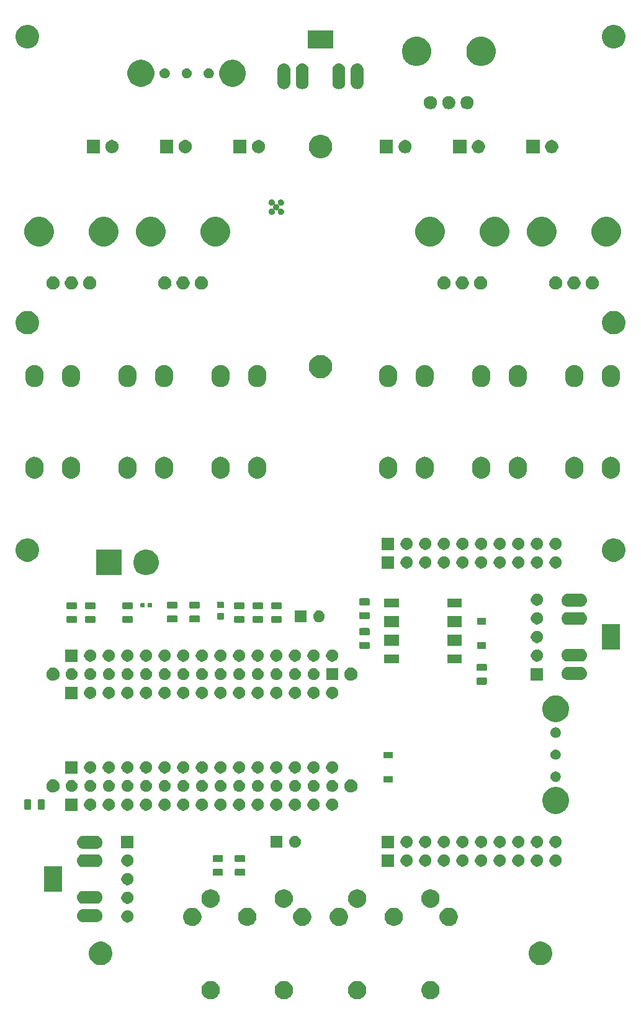
<source format=gbr>
G04 #@! TF.GenerationSoftware,KiCad,Pcbnew,(5.1.5)-3*
G04 #@! TF.CreationDate,2021-11-11T15:01:52+00:00*
G04 #@! TF.ProjectId,drumkid,6472756d-6b69-4642-9e6b-696361645f70,rev?*
G04 #@! TF.SameCoordinates,Original*
G04 #@! TF.FileFunction,Soldermask,Bot*
G04 #@! TF.FilePolarity,Negative*
%FSLAX46Y46*%
G04 Gerber Fmt 4.6, Leading zero omitted, Abs format (unit mm)*
G04 Created by KiCad (PCBNEW (5.1.5)-3) date 2021-11-11 15:01:52*
%MOMM*%
%LPD*%
G04 APERTURE LIST*
%ADD10C,0.010000*%
%ADD11C,0.100000*%
G04 APERTURE END LIST*
D10*
G36*
X93299652Y-58454081D02*
G01*
X93201462Y-58464141D01*
X93115160Y-58492141D01*
X93041552Y-58537703D01*
X92981449Y-58600447D01*
X92978474Y-58604497D01*
X92940521Y-58674276D01*
X92918682Y-58753166D01*
X92912538Y-58836611D01*
X92921671Y-58920058D01*
X92945665Y-58998952D01*
X92984100Y-59068739D01*
X93025329Y-59115280D01*
X93098223Y-59166761D01*
X93181631Y-59201032D01*
X93271268Y-59217276D01*
X93362848Y-59214678D01*
X93444548Y-59195147D01*
X93530575Y-59155189D01*
X93598904Y-59102067D01*
X93649299Y-59036145D01*
X93681524Y-58957782D01*
X93695343Y-58867340D01*
X93694949Y-58811455D01*
X93679881Y-58720708D01*
X93645878Y-58641317D01*
X93593005Y-58573373D01*
X93521326Y-58516969D01*
X93467521Y-58487857D01*
X93426877Y-58470114D01*
X93393097Y-58459780D01*
X93357077Y-58455022D01*
X93309714Y-58454010D01*
X93299652Y-58454081D01*
G37*
X93299652Y-58454081D02*
X93201462Y-58464141D01*
X93115160Y-58492141D01*
X93041552Y-58537703D01*
X92981449Y-58600447D01*
X92978474Y-58604497D01*
X92940521Y-58674276D01*
X92918682Y-58753166D01*
X92912538Y-58836611D01*
X92921671Y-58920058D01*
X92945665Y-58998952D01*
X92984100Y-59068739D01*
X93025329Y-59115280D01*
X93098223Y-59166761D01*
X93181631Y-59201032D01*
X93271268Y-59217276D01*
X93362848Y-59214678D01*
X93444548Y-59195147D01*
X93530575Y-59155189D01*
X93598904Y-59102067D01*
X93649299Y-59036145D01*
X93681524Y-58957782D01*
X93695343Y-58867340D01*
X93694949Y-58811455D01*
X93679881Y-58720708D01*
X93645878Y-58641317D01*
X93593005Y-58573373D01*
X93521326Y-58516969D01*
X93467521Y-58487857D01*
X93426877Y-58470114D01*
X93393097Y-58459780D01*
X93357077Y-58455022D01*
X93309714Y-58454010D01*
X93299652Y-58454081D01*
G36*
X94488812Y-57216152D02*
G01*
X94450600Y-57218908D01*
X94420357Y-57225085D01*
X94391031Y-57235982D01*
X94365489Y-57247985D01*
X94287069Y-57295768D01*
X94227819Y-57353383D01*
X94186846Y-57422294D01*
X94163256Y-57503966D01*
X94156140Y-57591000D01*
X94160660Y-57672577D01*
X94176560Y-57739785D01*
X94206015Y-57798332D01*
X94251197Y-57853926D01*
X94259523Y-57862421D01*
X94331509Y-57919302D01*
X94413793Y-57957382D01*
X94504003Y-57975948D01*
X94599768Y-57974291D01*
X94622003Y-57971030D01*
X94699880Y-57949201D01*
X94772430Y-57912802D01*
X94834922Y-57865095D01*
X94882626Y-57809343D01*
X94899284Y-57779829D01*
X94926266Y-57700373D01*
X94937594Y-57614388D01*
X94933266Y-57528289D01*
X94913283Y-57448493D01*
X94899327Y-57416631D01*
X94865223Y-57366698D01*
X94815943Y-57316600D01*
X94757617Y-57271983D01*
X94715762Y-57247577D01*
X94683942Y-57232528D01*
X94656019Y-57223072D01*
X94625097Y-57217938D01*
X94584280Y-57215851D01*
X94542043Y-57215521D01*
X94488812Y-57216152D01*
G37*
X94488812Y-57216152D02*
X94450600Y-57218908D01*
X94420357Y-57225085D01*
X94391031Y-57235982D01*
X94365489Y-57247985D01*
X94287069Y-57295768D01*
X94227819Y-57353383D01*
X94186846Y-57422294D01*
X94163256Y-57503966D01*
X94156140Y-57591000D01*
X94160660Y-57672577D01*
X94176560Y-57739785D01*
X94206015Y-57798332D01*
X94251197Y-57853926D01*
X94259523Y-57862421D01*
X94331509Y-57919302D01*
X94413793Y-57957382D01*
X94504003Y-57975948D01*
X94599768Y-57974291D01*
X94622003Y-57971030D01*
X94699880Y-57949201D01*
X94772430Y-57912802D01*
X94834922Y-57865095D01*
X94882626Y-57809343D01*
X94899284Y-57779829D01*
X94926266Y-57700373D01*
X94937594Y-57614388D01*
X94933266Y-57528289D01*
X94913283Y-57448493D01*
X94899327Y-57416631D01*
X94865223Y-57366698D01*
X94815943Y-57316600D01*
X94757617Y-57271983D01*
X94715762Y-57247577D01*
X94683942Y-57232528D01*
X94656019Y-57223072D01*
X94625097Y-57217938D01*
X94584280Y-57215851D01*
X94542043Y-57215521D01*
X94488812Y-57216152D01*
G36*
X93246619Y-57216343D02*
G01*
X93207834Y-57219766D01*
X93175490Y-57227226D01*
X93141778Y-57240160D01*
X93125259Y-57247605D01*
X93054349Y-57290460D01*
X92994428Y-57346757D01*
X92949640Y-57412020D01*
X92930265Y-57458204D01*
X92916933Y-57523445D01*
X92913384Y-57597017D01*
X92919209Y-57670822D01*
X92933996Y-57736763D01*
X92945925Y-57767002D01*
X92992869Y-57839287D01*
X93056270Y-57898428D01*
X93133628Y-57942613D01*
X93222443Y-57970031D01*
X93227581Y-57971012D01*
X93267398Y-57977959D01*
X93296333Y-57980925D01*
X93323818Y-57979936D01*
X93359285Y-57975021D01*
X93380816Y-57971459D01*
X93464566Y-57947374D01*
X93541076Y-57905987D01*
X93606153Y-57850320D01*
X93655605Y-57783395D01*
X93664085Y-57767229D01*
X93677003Y-57737309D01*
X93685074Y-57707573D01*
X93689396Y-57671327D01*
X93691071Y-57621876D01*
X93691227Y-57602043D01*
X93690806Y-57548630D01*
X93688201Y-57510377D01*
X93682209Y-57480378D01*
X93671625Y-57451727D01*
X93661100Y-57429306D01*
X93615358Y-57359435D01*
X93552683Y-57298174D01*
X93477851Y-57250066D01*
X93467238Y-57244901D01*
X93433222Y-57230423D01*
X93401845Y-57221588D01*
X93365600Y-57217079D01*
X93316975Y-57215581D01*
X93299652Y-57215521D01*
X93246619Y-57216343D01*
G37*
X93246619Y-57216343D02*
X93207834Y-57219766D01*
X93175490Y-57227226D01*
X93141778Y-57240160D01*
X93125259Y-57247605D01*
X93054349Y-57290460D01*
X92994428Y-57346757D01*
X92949640Y-57412020D01*
X92930265Y-57458204D01*
X92916933Y-57523445D01*
X92913384Y-57597017D01*
X92919209Y-57670822D01*
X92933996Y-57736763D01*
X92945925Y-57767002D01*
X92992869Y-57839287D01*
X93056270Y-57898428D01*
X93133628Y-57942613D01*
X93222443Y-57970031D01*
X93227581Y-57971012D01*
X93267398Y-57977959D01*
X93296333Y-57980925D01*
X93323818Y-57979936D01*
X93359285Y-57975021D01*
X93380816Y-57971459D01*
X93464566Y-57947374D01*
X93541076Y-57905987D01*
X93606153Y-57850320D01*
X93655605Y-57783395D01*
X93664085Y-57767229D01*
X93677003Y-57737309D01*
X93685074Y-57707573D01*
X93689396Y-57671327D01*
X93691071Y-57621876D01*
X93691227Y-57602043D01*
X93690806Y-57548630D01*
X93688201Y-57510377D01*
X93682209Y-57480378D01*
X93671625Y-57451727D01*
X93661100Y-57429306D01*
X93615358Y-57359435D01*
X93552683Y-57298174D01*
X93477851Y-57250066D01*
X93467238Y-57244901D01*
X93433222Y-57230423D01*
X93401845Y-57221588D01*
X93365600Y-57217079D01*
X93316975Y-57215581D01*
X93299652Y-57215521D01*
X93246619Y-57216343D01*
G36*
X94435482Y-58464478D02*
G01*
X94352062Y-58496439D01*
X94275490Y-58547297D01*
X94250422Y-58570039D01*
X94202335Y-58631186D01*
X94171585Y-58703804D01*
X94157561Y-58789537D01*
X94156493Y-58822347D01*
X94157942Y-58872365D01*
X94162092Y-58919831D01*
X94168114Y-58955890D01*
X94169497Y-58961044D01*
X94202691Y-59035580D01*
X94253012Y-59099628D01*
X94317373Y-59151604D01*
X94392688Y-59189918D01*
X94475868Y-59212985D01*
X94563828Y-59219218D01*
X94649762Y-59207923D01*
X94725029Y-59180698D01*
X94794565Y-59137721D01*
X94853909Y-59082846D01*
X94898600Y-59019928D01*
X94917725Y-58976400D01*
X94932940Y-58906416D01*
X94937078Y-58828014D01*
X94930114Y-58751337D01*
X94918415Y-58703502D01*
X94891309Y-58647334D01*
X94848379Y-58589971D01*
X94844147Y-58585274D01*
X94774124Y-58523973D01*
X94695070Y-58481162D01*
X94610162Y-58456921D01*
X94522574Y-58451333D01*
X94435482Y-58464478D01*
G37*
X94435482Y-58464478D02*
X94352062Y-58496439D01*
X94275490Y-58547297D01*
X94250422Y-58570039D01*
X94202335Y-58631186D01*
X94171585Y-58703804D01*
X94157561Y-58789537D01*
X94156493Y-58822347D01*
X94157942Y-58872365D01*
X94162092Y-58919831D01*
X94168114Y-58955890D01*
X94169497Y-58961044D01*
X94202691Y-59035580D01*
X94253012Y-59099628D01*
X94317373Y-59151604D01*
X94392688Y-59189918D01*
X94475868Y-59212985D01*
X94563828Y-59219218D01*
X94649762Y-59207923D01*
X94725029Y-59180698D01*
X94794565Y-59137721D01*
X94853909Y-59082846D01*
X94898600Y-59019928D01*
X94917725Y-58976400D01*
X94932940Y-58906416D01*
X94937078Y-58828014D01*
X94930114Y-58751337D01*
X94918415Y-58703502D01*
X94891309Y-58647334D01*
X94848379Y-58589971D01*
X94844147Y-58585274D01*
X94774124Y-58523973D01*
X94695070Y-58481162D01*
X94610162Y-58456921D01*
X94522574Y-58451333D01*
X94435482Y-58464478D01*
G36*
X93829731Y-57841204D02*
G01*
X93800727Y-57849018D01*
X93712610Y-57886132D01*
X93641541Y-57937157D01*
X93587924Y-58001485D01*
X93552161Y-58078504D01*
X93534658Y-58167608D01*
X93534315Y-58250696D01*
X93550899Y-58338643D01*
X93586214Y-58418042D01*
X93638204Y-58486130D01*
X93704812Y-58540145D01*
X93775201Y-58574315D01*
X93830989Y-58588138D01*
X93897593Y-58595687D01*
X93964459Y-58596272D01*
X94016927Y-58590111D01*
X94101646Y-58562182D01*
X94176286Y-58517380D01*
X94237718Y-58458275D01*
X94282815Y-58387436D01*
X94293122Y-58363146D01*
X94310250Y-58295077D01*
X94315666Y-58218729D01*
X94309691Y-58142002D01*
X94292651Y-58072795D01*
X94280011Y-58043339D01*
X94230602Y-57970396D01*
X94166379Y-57911306D01*
X94090763Y-57867457D01*
X94007170Y-57840232D01*
X93919020Y-57831019D01*
X93829731Y-57841204D01*
G37*
X93829731Y-57841204D02*
X93800727Y-57849018D01*
X93712610Y-57886132D01*
X93641541Y-57937157D01*
X93587924Y-58001485D01*
X93552161Y-58078504D01*
X93534658Y-58167608D01*
X93534315Y-58250696D01*
X93550899Y-58338643D01*
X93586214Y-58418042D01*
X93638204Y-58486130D01*
X93704812Y-58540145D01*
X93775201Y-58574315D01*
X93830989Y-58588138D01*
X93897593Y-58595687D01*
X93964459Y-58596272D01*
X94016927Y-58590111D01*
X94101646Y-58562182D01*
X94176286Y-58517380D01*
X94237718Y-58458275D01*
X94282815Y-58387436D01*
X94293122Y-58363146D01*
X94310250Y-58295077D01*
X94315666Y-58218729D01*
X94309691Y-58142002D01*
X94292651Y-58072795D01*
X94280011Y-58043339D01*
X94230602Y-57970396D01*
X94166379Y-57911306D01*
X94090763Y-57867457D01*
X94007170Y-57840232D01*
X93919020Y-57831019D01*
X93829731Y-57841204D01*
D11*
G36*
X95364518Y-163798344D02*
G01*
X95591946Y-163892548D01*
X95796625Y-164029310D01*
X95970690Y-164203375D01*
X96107452Y-164408054D01*
X96201656Y-164635482D01*
X96249680Y-164876917D01*
X96249680Y-165123083D01*
X96201656Y-165364518D01*
X96107452Y-165591946D01*
X95970690Y-165796625D01*
X95796625Y-165970690D01*
X95591946Y-166107452D01*
X95364518Y-166201656D01*
X95123083Y-166249680D01*
X94876917Y-166249680D01*
X94635482Y-166201656D01*
X94408054Y-166107452D01*
X94203375Y-165970690D01*
X94029310Y-165796625D01*
X93892548Y-165591946D01*
X93798344Y-165364518D01*
X93750320Y-165123083D01*
X93750320Y-164876917D01*
X93798344Y-164635482D01*
X93892548Y-164408054D01*
X94029310Y-164203375D01*
X94203375Y-164029310D01*
X94408054Y-163892548D01*
X94635482Y-163798344D01*
X94876917Y-163750320D01*
X95123083Y-163750320D01*
X95364518Y-163798344D01*
G37*
G36*
X105364518Y-163798344D02*
G01*
X105591946Y-163892548D01*
X105796625Y-164029310D01*
X105970690Y-164203375D01*
X106107452Y-164408054D01*
X106201656Y-164635482D01*
X106249680Y-164876917D01*
X106249680Y-165123083D01*
X106201656Y-165364518D01*
X106107452Y-165591946D01*
X105970690Y-165796625D01*
X105796625Y-165970690D01*
X105591946Y-166107452D01*
X105364518Y-166201656D01*
X105123083Y-166249680D01*
X104876917Y-166249680D01*
X104635482Y-166201656D01*
X104408054Y-166107452D01*
X104203375Y-165970690D01*
X104029310Y-165796625D01*
X103892548Y-165591946D01*
X103798344Y-165364518D01*
X103750320Y-165123083D01*
X103750320Y-164876917D01*
X103798344Y-164635482D01*
X103892548Y-164408054D01*
X104029310Y-164203375D01*
X104203375Y-164029310D01*
X104408054Y-163892548D01*
X104635482Y-163798344D01*
X104876917Y-163750320D01*
X105123083Y-163750320D01*
X105364518Y-163798344D01*
G37*
G36*
X115367038Y-163798344D02*
G01*
X115594466Y-163892548D01*
X115799145Y-164029310D01*
X115973210Y-164203375D01*
X116109972Y-164408054D01*
X116204176Y-164635482D01*
X116252200Y-164876917D01*
X116252200Y-165123083D01*
X116204176Y-165364518D01*
X116109972Y-165591946D01*
X115973210Y-165796625D01*
X115799145Y-165970690D01*
X115594466Y-166107452D01*
X115367038Y-166201656D01*
X115125603Y-166249680D01*
X114879437Y-166249680D01*
X114638002Y-166201656D01*
X114410574Y-166107452D01*
X114205895Y-165970690D01*
X114031830Y-165796625D01*
X113895068Y-165591946D01*
X113800864Y-165364518D01*
X113752840Y-165123083D01*
X113752840Y-164876917D01*
X113800864Y-164635482D01*
X113895068Y-164408054D01*
X114031830Y-164203375D01*
X114205895Y-164029310D01*
X114410574Y-163892548D01*
X114638002Y-163798344D01*
X114879437Y-163750320D01*
X115125603Y-163750320D01*
X115367038Y-163798344D01*
G37*
G36*
X85361998Y-163798344D02*
G01*
X85589426Y-163892548D01*
X85794105Y-164029310D01*
X85968170Y-164203375D01*
X86104932Y-164408054D01*
X86199136Y-164635482D01*
X86247160Y-164876917D01*
X86247160Y-165123083D01*
X86199136Y-165364518D01*
X86104932Y-165591946D01*
X85968170Y-165796625D01*
X85794105Y-165970690D01*
X85589426Y-166107452D01*
X85361998Y-166201656D01*
X85120563Y-166249680D01*
X84874397Y-166249680D01*
X84632962Y-166201656D01*
X84405534Y-166107452D01*
X84200855Y-165970690D01*
X84026790Y-165796625D01*
X83890028Y-165591946D01*
X83795824Y-165364518D01*
X83747800Y-165123083D01*
X83747800Y-164876917D01*
X83795824Y-164635482D01*
X83890028Y-164408054D01*
X84026790Y-164203375D01*
X84200855Y-164029310D01*
X84405534Y-163892548D01*
X84632962Y-163798344D01*
X84874397Y-163750320D01*
X85120563Y-163750320D01*
X85361998Y-163798344D01*
G37*
G36*
X130466703Y-158461486D02*
G01*
X130757883Y-158582097D01*
X131019940Y-158757198D01*
X131242802Y-158980060D01*
X131417903Y-159242117D01*
X131538514Y-159533297D01*
X131600000Y-159842412D01*
X131600000Y-160157588D01*
X131538514Y-160466703D01*
X131417903Y-160757883D01*
X131242802Y-161019940D01*
X131019940Y-161242802D01*
X130757883Y-161417903D01*
X130466703Y-161538514D01*
X130157588Y-161600000D01*
X129842412Y-161600000D01*
X129533297Y-161538514D01*
X129242117Y-161417903D01*
X128980060Y-161242802D01*
X128757198Y-161019940D01*
X128582097Y-160757883D01*
X128461486Y-160466703D01*
X128400000Y-160157588D01*
X128400000Y-159842412D01*
X128461486Y-159533297D01*
X128582097Y-159242117D01*
X128757198Y-158980060D01*
X128980060Y-158757198D01*
X129242117Y-158582097D01*
X129533297Y-158461486D01*
X129842412Y-158400000D01*
X130157588Y-158400000D01*
X130466703Y-158461486D01*
G37*
G36*
X70466703Y-158461486D02*
G01*
X70757883Y-158582097D01*
X71019940Y-158757198D01*
X71242802Y-158980060D01*
X71417903Y-159242117D01*
X71538514Y-159533297D01*
X71600000Y-159842412D01*
X71600000Y-160157588D01*
X71538514Y-160466703D01*
X71417903Y-160757883D01*
X71242802Y-161019940D01*
X71019940Y-161242802D01*
X70757883Y-161417903D01*
X70466703Y-161538514D01*
X70157588Y-161600000D01*
X69842412Y-161600000D01*
X69533297Y-161538514D01*
X69242117Y-161417903D01*
X68980060Y-161242802D01*
X68757198Y-161019940D01*
X68582097Y-160757883D01*
X68461486Y-160466703D01*
X68400000Y-160157588D01*
X68400000Y-159842412D01*
X68461486Y-159533297D01*
X68582097Y-159242117D01*
X68757198Y-158980060D01*
X68980060Y-158757198D01*
X69242117Y-158582097D01*
X69533297Y-158461486D01*
X69842412Y-158400000D01*
X70157588Y-158400000D01*
X70466703Y-158461486D01*
G37*
G36*
X117863858Y-153803444D02*
G01*
X118091286Y-153897648D01*
X118295965Y-154034410D01*
X118470030Y-154208475D01*
X118606792Y-154413154D01*
X118700996Y-154640582D01*
X118749020Y-154882017D01*
X118749020Y-155128183D01*
X118700996Y-155369618D01*
X118606792Y-155597046D01*
X118470030Y-155801725D01*
X118295965Y-155975790D01*
X118091286Y-156112552D01*
X117863858Y-156206756D01*
X117622423Y-156254780D01*
X117376257Y-156254780D01*
X117134822Y-156206756D01*
X116907394Y-156112552D01*
X116702715Y-155975790D01*
X116528650Y-155801725D01*
X116391888Y-155597046D01*
X116297684Y-155369618D01*
X116249660Y-155128183D01*
X116249660Y-154882017D01*
X116297684Y-154640582D01*
X116391888Y-154413154D01*
X116528650Y-154208475D01*
X116702715Y-154034410D01*
X116907394Y-153897648D01*
X117134822Y-153803444D01*
X117376257Y-153755420D01*
X117622423Y-153755420D01*
X117863858Y-153803444D01*
G37*
G36*
X97861338Y-153803444D02*
G01*
X98088766Y-153897648D01*
X98293445Y-154034410D01*
X98467510Y-154208475D01*
X98604272Y-154413154D01*
X98698476Y-154640582D01*
X98746500Y-154882017D01*
X98746500Y-155128183D01*
X98698476Y-155369618D01*
X98604272Y-155597046D01*
X98467510Y-155801725D01*
X98293445Y-155975790D01*
X98088766Y-156112552D01*
X97861338Y-156206756D01*
X97619903Y-156254780D01*
X97373737Y-156254780D01*
X97132302Y-156206756D01*
X96904874Y-156112552D01*
X96700195Y-155975790D01*
X96526130Y-155801725D01*
X96389368Y-155597046D01*
X96295164Y-155369618D01*
X96247140Y-155128183D01*
X96247140Y-154882017D01*
X96295164Y-154640582D01*
X96389368Y-154413154D01*
X96526130Y-154208475D01*
X96700195Y-154034410D01*
X96904874Y-153897648D01*
X97132302Y-153803444D01*
X97373737Y-153755420D01*
X97619903Y-153755420D01*
X97861338Y-153803444D01*
G37*
G36*
X82865178Y-153803444D02*
G01*
X83092606Y-153897648D01*
X83297285Y-154034410D01*
X83471350Y-154208475D01*
X83608112Y-154413154D01*
X83702316Y-154640582D01*
X83750340Y-154882017D01*
X83750340Y-155128183D01*
X83702316Y-155369618D01*
X83608112Y-155597046D01*
X83471350Y-155801725D01*
X83297285Y-155975790D01*
X83092606Y-156112552D01*
X82865178Y-156206756D01*
X82623743Y-156254780D01*
X82377577Y-156254780D01*
X82136142Y-156206756D01*
X81908714Y-156112552D01*
X81704035Y-155975790D01*
X81529970Y-155801725D01*
X81393208Y-155597046D01*
X81299004Y-155369618D01*
X81250980Y-155128183D01*
X81250980Y-154882017D01*
X81299004Y-154640582D01*
X81393208Y-154413154D01*
X81529970Y-154208475D01*
X81704035Y-154034410D01*
X81908714Y-153897648D01*
X82136142Y-153803444D01*
X82377577Y-153755420D01*
X82623743Y-153755420D01*
X82865178Y-153803444D01*
G37*
G36*
X102867698Y-153803444D02*
G01*
X103095126Y-153897648D01*
X103299805Y-154034410D01*
X103473870Y-154208475D01*
X103610632Y-154413154D01*
X103704836Y-154640582D01*
X103752860Y-154882017D01*
X103752860Y-155128183D01*
X103704836Y-155369618D01*
X103610632Y-155597046D01*
X103473870Y-155801725D01*
X103299805Y-155975790D01*
X103095126Y-156112552D01*
X102867698Y-156206756D01*
X102626263Y-156254780D01*
X102380097Y-156254780D01*
X102138662Y-156206756D01*
X101911234Y-156112552D01*
X101706555Y-155975790D01*
X101532490Y-155801725D01*
X101395728Y-155597046D01*
X101301524Y-155369618D01*
X101253500Y-155128183D01*
X101253500Y-154882017D01*
X101301524Y-154640582D01*
X101395728Y-154413154D01*
X101532490Y-154208475D01*
X101706555Y-154034410D01*
X101911234Y-153897648D01*
X102138662Y-153803444D01*
X102380097Y-153755420D01*
X102626263Y-153755420D01*
X102867698Y-153803444D01*
G37*
G36*
X110365778Y-153800904D02*
G01*
X110593206Y-153895108D01*
X110797885Y-154031870D01*
X110971950Y-154205935D01*
X111108712Y-154410614D01*
X111202916Y-154638042D01*
X111250940Y-154879477D01*
X111250940Y-155125643D01*
X111202916Y-155367078D01*
X111108712Y-155594506D01*
X110971950Y-155799185D01*
X110797885Y-155973250D01*
X110593206Y-156110012D01*
X110365778Y-156204216D01*
X110124343Y-156252240D01*
X109878177Y-156252240D01*
X109636742Y-156204216D01*
X109409314Y-156110012D01*
X109204635Y-155973250D01*
X109030570Y-155799185D01*
X108893808Y-155594506D01*
X108799604Y-155367078D01*
X108751580Y-155125643D01*
X108751580Y-154879477D01*
X108799604Y-154638042D01*
X108893808Y-154410614D01*
X109030570Y-154205935D01*
X109204635Y-154031870D01*
X109409314Y-153895108D01*
X109636742Y-153800904D01*
X109878177Y-153752880D01*
X110124343Y-153752880D01*
X110365778Y-153800904D01*
G37*
G36*
X90363258Y-153800904D02*
G01*
X90590686Y-153895108D01*
X90795365Y-154031870D01*
X90969430Y-154205935D01*
X91106192Y-154410614D01*
X91200396Y-154638042D01*
X91248420Y-154879477D01*
X91248420Y-155125643D01*
X91200396Y-155367078D01*
X91106192Y-155594506D01*
X90969430Y-155799185D01*
X90795365Y-155973250D01*
X90590686Y-156110012D01*
X90363258Y-156204216D01*
X90121823Y-156252240D01*
X89875657Y-156252240D01*
X89634222Y-156204216D01*
X89406794Y-156110012D01*
X89202115Y-155973250D01*
X89028050Y-155799185D01*
X88891288Y-155594506D01*
X88797084Y-155367078D01*
X88749060Y-155125643D01*
X88749060Y-154879477D01*
X88797084Y-154638042D01*
X88891288Y-154410614D01*
X89028050Y-154205935D01*
X89202115Y-154031870D01*
X89406794Y-153895108D01*
X89634222Y-153800904D01*
X89875657Y-153752880D01*
X90121823Y-153752880D01*
X90363258Y-153800904D01*
G37*
G36*
X73907935Y-154122664D02*
G01*
X74062624Y-154186739D01*
X74062626Y-154186740D01*
X74201844Y-154279762D01*
X74320238Y-154398156D01*
X74404011Y-154523532D01*
X74413261Y-154537376D01*
X74477336Y-154692065D01*
X74510000Y-154856281D01*
X74510000Y-155023719D01*
X74477336Y-155187935D01*
X74413261Y-155342624D01*
X74413260Y-155342626D01*
X74320238Y-155481844D01*
X74201844Y-155600238D01*
X74062626Y-155693260D01*
X74062625Y-155693261D01*
X74062624Y-155693261D01*
X73907935Y-155757336D01*
X73743719Y-155790000D01*
X73576281Y-155790000D01*
X73412065Y-155757336D01*
X73257376Y-155693261D01*
X73257375Y-155693261D01*
X73257374Y-155693260D01*
X73118156Y-155600238D01*
X72999762Y-155481844D01*
X72906740Y-155342626D01*
X72906739Y-155342624D01*
X72842664Y-155187935D01*
X72810000Y-155023719D01*
X72810000Y-154856281D01*
X72842664Y-154692065D01*
X72906739Y-154537376D01*
X72915989Y-154523532D01*
X72999762Y-154398156D01*
X73118156Y-154279762D01*
X73257374Y-154186740D01*
X73257376Y-154186739D01*
X73412065Y-154122664D01*
X73576281Y-154090000D01*
X73743719Y-154090000D01*
X73907935Y-154122664D01*
G37*
G36*
X69466829Y-153989220D02*
G01*
X69552530Y-153997661D01*
X69717468Y-154047695D01*
X69869476Y-154128944D01*
X70002712Y-154238288D01*
X70112056Y-154371524D01*
X70193305Y-154523532D01*
X70243339Y-154688470D01*
X70260233Y-154860000D01*
X70243339Y-155031530D01*
X70193305Y-155196468D01*
X70112056Y-155348476D01*
X70002712Y-155481712D01*
X69869476Y-155591056D01*
X69717468Y-155672305D01*
X69552530Y-155722339D01*
X69466829Y-155730780D01*
X69423980Y-155735000D01*
X67588020Y-155735000D01*
X67545171Y-155730780D01*
X67459470Y-155722339D01*
X67294532Y-155672305D01*
X67142524Y-155591056D01*
X67009288Y-155481712D01*
X66899944Y-155348476D01*
X66818695Y-155196468D01*
X66768661Y-155031530D01*
X66751767Y-154860000D01*
X66768661Y-154688470D01*
X66818695Y-154523532D01*
X66899944Y-154371524D01*
X67009288Y-154238288D01*
X67142524Y-154128944D01*
X67294532Y-154047695D01*
X67459470Y-153997661D01*
X67545171Y-153989220D01*
X67588020Y-153985000D01*
X69423980Y-153985000D01*
X69466829Y-153989220D01*
G37*
G36*
X95359438Y-151301544D02*
G01*
X95586866Y-151395748D01*
X95791545Y-151532510D01*
X95965610Y-151706575D01*
X96102372Y-151911254D01*
X96196576Y-152138682D01*
X96244600Y-152380117D01*
X96244600Y-152626283D01*
X96196576Y-152867718D01*
X96102372Y-153095146D01*
X95965610Y-153299825D01*
X95791545Y-153473890D01*
X95586866Y-153610652D01*
X95359438Y-153704856D01*
X95118003Y-153752880D01*
X94871837Y-153752880D01*
X94630402Y-153704856D01*
X94402974Y-153610652D01*
X94198295Y-153473890D01*
X94024230Y-153299825D01*
X93887468Y-153095146D01*
X93793264Y-152867718D01*
X93745240Y-152626283D01*
X93745240Y-152380117D01*
X93793264Y-152138682D01*
X93887468Y-151911254D01*
X94024230Y-151706575D01*
X94198295Y-151532510D01*
X94402974Y-151395748D01*
X94630402Y-151301544D01*
X94871837Y-151253520D01*
X95118003Y-151253520D01*
X95359438Y-151301544D01*
G37*
G36*
X85367078Y-151301544D02*
G01*
X85594506Y-151395748D01*
X85799185Y-151532510D01*
X85973250Y-151706575D01*
X86110012Y-151911254D01*
X86204216Y-152138682D01*
X86252240Y-152380117D01*
X86252240Y-152626283D01*
X86204216Y-152867718D01*
X86110012Y-153095146D01*
X85973250Y-153299825D01*
X85799185Y-153473890D01*
X85594506Y-153610652D01*
X85367078Y-153704856D01*
X85125643Y-153752880D01*
X84879477Y-153752880D01*
X84638042Y-153704856D01*
X84410614Y-153610652D01*
X84205935Y-153473890D01*
X84031870Y-153299825D01*
X83895108Y-153095146D01*
X83800904Y-152867718D01*
X83752880Y-152626283D01*
X83752880Y-152380117D01*
X83800904Y-152138682D01*
X83895108Y-151911254D01*
X84031870Y-151706575D01*
X84205935Y-151532510D01*
X84410614Y-151395748D01*
X84638042Y-151301544D01*
X84879477Y-151253520D01*
X85125643Y-151253520D01*
X85367078Y-151301544D01*
G37*
G36*
X105369598Y-151301544D02*
G01*
X105597026Y-151395748D01*
X105801705Y-151532510D01*
X105975770Y-151706575D01*
X106112532Y-151911254D01*
X106206736Y-152138682D01*
X106254760Y-152380117D01*
X106254760Y-152626283D01*
X106206736Y-152867718D01*
X106112532Y-153095146D01*
X105975770Y-153299825D01*
X105801705Y-153473890D01*
X105597026Y-153610652D01*
X105369598Y-153704856D01*
X105128163Y-153752880D01*
X104881997Y-153752880D01*
X104640562Y-153704856D01*
X104413134Y-153610652D01*
X104208455Y-153473890D01*
X104034390Y-153299825D01*
X103897628Y-153095146D01*
X103803424Y-152867718D01*
X103755400Y-152626283D01*
X103755400Y-152380117D01*
X103803424Y-152138682D01*
X103897628Y-151911254D01*
X104034390Y-151706575D01*
X104208455Y-151532510D01*
X104413134Y-151395748D01*
X104640562Y-151301544D01*
X104881997Y-151253520D01*
X105128163Y-151253520D01*
X105369598Y-151301544D01*
G37*
G36*
X115361958Y-151301544D02*
G01*
X115589386Y-151395748D01*
X115794065Y-151532510D01*
X115968130Y-151706575D01*
X116104892Y-151911254D01*
X116199096Y-152138682D01*
X116247120Y-152380117D01*
X116247120Y-152626283D01*
X116199096Y-152867718D01*
X116104892Y-153095146D01*
X115968130Y-153299825D01*
X115794065Y-153473890D01*
X115589386Y-153610652D01*
X115361958Y-153704856D01*
X115120523Y-153752880D01*
X114874357Y-153752880D01*
X114632922Y-153704856D01*
X114405494Y-153610652D01*
X114200815Y-153473890D01*
X114026750Y-153299825D01*
X113889988Y-153095146D01*
X113795784Y-152867718D01*
X113747760Y-152626283D01*
X113747760Y-152380117D01*
X113795784Y-152138682D01*
X113889988Y-151911254D01*
X114026750Y-151706575D01*
X114200815Y-151532510D01*
X114405494Y-151395748D01*
X114632922Y-151301544D01*
X114874357Y-151253520D01*
X115120523Y-151253520D01*
X115361958Y-151301544D01*
G37*
G36*
X73907935Y-151582664D02*
G01*
X74062624Y-151646739D01*
X74062626Y-151646740D01*
X74201844Y-151739762D01*
X74320238Y-151858156D01*
X74413260Y-151997374D01*
X74413261Y-151997376D01*
X74477336Y-152152065D01*
X74510000Y-152316281D01*
X74510000Y-152483719D01*
X74477336Y-152647935D01*
X74413261Y-152802624D01*
X74413260Y-152802626D01*
X74320238Y-152941844D01*
X74201844Y-153060238D01*
X74062626Y-153153260D01*
X74062625Y-153153261D01*
X74062624Y-153153261D01*
X73907935Y-153217336D01*
X73743719Y-153250000D01*
X73576281Y-153250000D01*
X73412065Y-153217336D01*
X73257376Y-153153261D01*
X73257375Y-153153261D01*
X73257374Y-153153260D01*
X73118156Y-153060238D01*
X72999762Y-152941844D01*
X72906740Y-152802626D01*
X72906739Y-152802624D01*
X72842664Y-152647935D01*
X72810000Y-152483719D01*
X72810000Y-152316281D01*
X72842664Y-152152065D01*
X72906739Y-151997376D01*
X72906740Y-151997374D01*
X72999762Y-151858156D01*
X73118156Y-151739762D01*
X73257374Y-151646740D01*
X73257376Y-151646739D01*
X73412065Y-151582664D01*
X73576281Y-151550000D01*
X73743719Y-151550000D01*
X73907935Y-151582664D01*
G37*
G36*
X69466829Y-151489220D02*
G01*
X69552530Y-151497661D01*
X69717468Y-151547695D01*
X69717470Y-151547696D01*
X69768137Y-151574778D01*
X69869476Y-151628944D01*
X70002712Y-151738288D01*
X70112056Y-151871524D01*
X70112058Y-151871528D01*
X70179325Y-151997376D01*
X70193305Y-152023532D01*
X70243339Y-152188470D01*
X70260233Y-152360000D01*
X70243339Y-152531530D01*
X70193305Y-152696468D01*
X70112056Y-152848476D01*
X70002712Y-152981712D01*
X69869476Y-153091056D01*
X69717468Y-153172305D01*
X69552530Y-153222339D01*
X69466829Y-153230780D01*
X69423980Y-153235000D01*
X67588020Y-153235000D01*
X67545171Y-153230780D01*
X67459470Y-153222339D01*
X67294532Y-153172305D01*
X67142524Y-153091056D01*
X67009288Y-152981712D01*
X66899944Y-152848476D01*
X66818695Y-152696468D01*
X66768661Y-152531530D01*
X66751767Y-152360000D01*
X66768661Y-152188470D01*
X66818695Y-152023532D01*
X66832676Y-151997376D01*
X66899942Y-151871528D01*
X66899944Y-151871524D01*
X67009288Y-151738288D01*
X67142524Y-151628944D01*
X67243863Y-151574778D01*
X67294530Y-151547696D01*
X67294532Y-151547695D01*
X67459470Y-151497661D01*
X67545171Y-151489220D01*
X67588020Y-151485000D01*
X69423980Y-151485000D01*
X69466829Y-151489220D01*
G37*
G36*
X64750000Y-151610000D02*
G01*
X62250000Y-151610000D01*
X62250000Y-148110000D01*
X64750000Y-148110000D01*
X64750000Y-151610000D01*
G37*
G36*
X73907935Y-149042664D02*
G01*
X74062624Y-149106739D01*
X74062626Y-149106740D01*
X74201844Y-149199762D01*
X74320238Y-149318156D01*
X74391628Y-149425000D01*
X74413261Y-149457376D01*
X74477336Y-149612065D01*
X74510000Y-149776281D01*
X74510000Y-149943719D01*
X74477336Y-150107935D01*
X74413261Y-150262624D01*
X74413260Y-150262626D01*
X74320238Y-150401844D01*
X74201844Y-150520238D01*
X74062626Y-150613260D01*
X74062625Y-150613261D01*
X74062624Y-150613261D01*
X73907935Y-150677336D01*
X73743719Y-150710000D01*
X73576281Y-150710000D01*
X73412065Y-150677336D01*
X73257376Y-150613261D01*
X73257375Y-150613261D01*
X73257374Y-150613260D01*
X73118156Y-150520238D01*
X72999762Y-150401844D01*
X72906740Y-150262626D01*
X72906739Y-150262624D01*
X72842664Y-150107935D01*
X72810000Y-149943719D01*
X72810000Y-149776281D01*
X72842664Y-149612065D01*
X72906739Y-149457376D01*
X72928372Y-149425000D01*
X72999762Y-149318156D01*
X73118156Y-149199762D01*
X73257374Y-149106740D01*
X73257376Y-149106739D01*
X73412065Y-149042664D01*
X73576281Y-149010000D01*
X73743719Y-149010000D01*
X73907935Y-149042664D01*
G37*
G36*
X86553991Y-148454075D02*
G01*
X86587879Y-148464355D01*
X86619112Y-148481050D01*
X86646486Y-148503514D01*
X86668950Y-148530888D01*
X86685645Y-148562121D01*
X86695925Y-148596009D01*
X86700000Y-148637388D01*
X86700000Y-149237612D01*
X86695925Y-149278991D01*
X86685645Y-149312879D01*
X86668950Y-149344112D01*
X86646486Y-149371486D01*
X86619112Y-149393950D01*
X86587879Y-149410645D01*
X86553991Y-149420925D01*
X86512612Y-149425000D01*
X85487388Y-149425000D01*
X85446009Y-149420925D01*
X85412121Y-149410645D01*
X85380888Y-149393950D01*
X85353514Y-149371486D01*
X85331050Y-149344112D01*
X85314355Y-149312879D01*
X85304075Y-149278991D01*
X85300000Y-149237612D01*
X85300000Y-148637388D01*
X85304075Y-148596009D01*
X85314355Y-148562121D01*
X85331050Y-148530888D01*
X85353514Y-148503514D01*
X85380888Y-148481050D01*
X85412121Y-148464355D01*
X85446009Y-148454075D01*
X85487388Y-148450000D01*
X86512612Y-148450000D01*
X86553991Y-148454075D01*
G37*
G36*
X89553991Y-148454075D02*
G01*
X89587879Y-148464355D01*
X89619112Y-148481050D01*
X89646486Y-148503514D01*
X89668950Y-148530888D01*
X89685645Y-148562121D01*
X89695925Y-148596009D01*
X89700000Y-148637388D01*
X89700000Y-149237612D01*
X89695925Y-149278991D01*
X89685645Y-149312879D01*
X89668950Y-149344112D01*
X89646486Y-149371486D01*
X89619112Y-149393950D01*
X89587879Y-149410645D01*
X89553991Y-149420925D01*
X89512612Y-149425000D01*
X88487388Y-149425000D01*
X88446009Y-149420925D01*
X88412121Y-149410645D01*
X88380888Y-149393950D01*
X88353514Y-149371486D01*
X88331050Y-149344112D01*
X88314355Y-149312879D01*
X88304075Y-149278991D01*
X88300000Y-149237612D01*
X88300000Y-148637388D01*
X88304075Y-148596009D01*
X88314355Y-148562121D01*
X88331050Y-148530888D01*
X88353514Y-148503514D01*
X88380888Y-148481050D01*
X88412121Y-148464355D01*
X88446009Y-148454075D01*
X88487388Y-148450000D01*
X89512612Y-148450000D01*
X89553991Y-148454075D01*
G37*
G36*
X69466829Y-146489220D02*
G01*
X69552530Y-146497661D01*
X69717468Y-146547695D01*
X69869476Y-146628944D01*
X70002712Y-146738288D01*
X70112056Y-146871524D01*
X70193305Y-147023532D01*
X70243339Y-147188470D01*
X70260233Y-147360000D01*
X70243339Y-147531530D01*
X70232295Y-147567936D01*
X70193304Y-147696470D01*
X70179323Y-147722626D01*
X70112056Y-147848476D01*
X70002712Y-147981712D01*
X69869476Y-148091056D01*
X69869472Y-148091058D01*
X69721781Y-148170000D01*
X69717468Y-148172305D01*
X69552530Y-148222339D01*
X69466829Y-148230780D01*
X69423980Y-148235000D01*
X67588020Y-148235000D01*
X67545171Y-148230780D01*
X67459470Y-148222339D01*
X67294532Y-148172305D01*
X67290220Y-148170000D01*
X67142528Y-148091058D01*
X67142524Y-148091056D01*
X67009288Y-147981712D01*
X66899944Y-147848476D01*
X66832677Y-147722626D01*
X66818696Y-147696470D01*
X66779705Y-147567936D01*
X66768661Y-147531530D01*
X66751767Y-147360000D01*
X66768661Y-147188470D01*
X66818695Y-147023532D01*
X66899944Y-146871524D01*
X67009288Y-146738288D01*
X67142524Y-146628944D01*
X67294532Y-146547695D01*
X67459470Y-146497661D01*
X67545171Y-146489220D01*
X67588020Y-146485000D01*
X69423980Y-146485000D01*
X69466829Y-146489220D01*
G37*
G36*
X112007935Y-146502664D02*
G01*
X112162624Y-146566739D01*
X112162626Y-146566740D01*
X112301844Y-146659762D01*
X112420238Y-146778156D01*
X112513260Y-146917374D01*
X112513261Y-146917376D01*
X112577336Y-147072065D01*
X112610000Y-147236281D01*
X112610000Y-147403719D01*
X112577336Y-147567935D01*
X112524095Y-147696468D01*
X112513260Y-147722626D01*
X112420238Y-147861844D01*
X112301844Y-147980238D01*
X112162626Y-148073260D01*
X112162625Y-148073261D01*
X112162624Y-148073261D01*
X112007935Y-148137336D01*
X111843719Y-148170000D01*
X111676281Y-148170000D01*
X111512065Y-148137336D01*
X111357376Y-148073261D01*
X111357375Y-148073261D01*
X111357374Y-148073260D01*
X111218156Y-147980238D01*
X111099762Y-147861844D01*
X111006740Y-147722626D01*
X110995905Y-147696468D01*
X110942664Y-147567935D01*
X110910000Y-147403719D01*
X110910000Y-147236281D01*
X110942664Y-147072065D01*
X111006739Y-146917376D01*
X111006740Y-146917374D01*
X111099762Y-146778156D01*
X111218156Y-146659762D01*
X111357374Y-146566740D01*
X111357376Y-146566739D01*
X111512065Y-146502664D01*
X111676281Y-146470000D01*
X111843719Y-146470000D01*
X112007935Y-146502664D01*
G37*
G36*
X110070000Y-148170000D02*
G01*
X108370000Y-148170000D01*
X108370000Y-146470000D01*
X110070000Y-146470000D01*
X110070000Y-148170000D01*
G37*
G36*
X114547935Y-146502664D02*
G01*
X114702624Y-146566739D01*
X114702626Y-146566740D01*
X114841844Y-146659762D01*
X114960238Y-146778156D01*
X115053260Y-146917374D01*
X115053261Y-146917376D01*
X115117336Y-147072065D01*
X115150000Y-147236281D01*
X115150000Y-147403719D01*
X115117336Y-147567935D01*
X115064095Y-147696468D01*
X115053260Y-147722626D01*
X114960238Y-147861844D01*
X114841844Y-147980238D01*
X114702626Y-148073260D01*
X114702625Y-148073261D01*
X114702624Y-148073261D01*
X114547935Y-148137336D01*
X114383719Y-148170000D01*
X114216281Y-148170000D01*
X114052065Y-148137336D01*
X113897376Y-148073261D01*
X113897375Y-148073261D01*
X113897374Y-148073260D01*
X113758156Y-147980238D01*
X113639762Y-147861844D01*
X113546740Y-147722626D01*
X113535905Y-147696468D01*
X113482664Y-147567935D01*
X113450000Y-147403719D01*
X113450000Y-147236281D01*
X113482664Y-147072065D01*
X113546739Y-146917376D01*
X113546740Y-146917374D01*
X113639762Y-146778156D01*
X113758156Y-146659762D01*
X113897374Y-146566740D01*
X113897376Y-146566739D01*
X114052065Y-146502664D01*
X114216281Y-146470000D01*
X114383719Y-146470000D01*
X114547935Y-146502664D01*
G37*
G36*
X117087935Y-146502664D02*
G01*
X117242624Y-146566739D01*
X117242626Y-146566740D01*
X117381844Y-146659762D01*
X117500238Y-146778156D01*
X117593260Y-146917374D01*
X117593261Y-146917376D01*
X117657336Y-147072065D01*
X117690000Y-147236281D01*
X117690000Y-147403719D01*
X117657336Y-147567935D01*
X117604095Y-147696468D01*
X117593260Y-147722626D01*
X117500238Y-147861844D01*
X117381844Y-147980238D01*
X117242626Y-148073260D01*
X117242625Y-148073261D01*
X117242624Y-148073261D01*
X117087935Y-148137336D01*
X116923719Y-148170000D01*
X116756281Y-148170000D01*
X116592065Y-148137336D01*
X116437376Y-148073261D01*
X116437375Y-148073261D01*
X116437374Y-148073260D01*
X116298156Y-147980238D01*
X116179762Y-147861844D01*
X116086740Y-147722626D01*
X116075905Y-147696468D01*
X116022664Y-147567935D01*
X115990000Y-147403719D01*
X115990000Y-147236281D01*
X116022664Y-147072065D01*
X116086739Y-146917376D01*
X116086740Y-146917374D01*
X116179762Y-146778156D01*
X116298156Y-146659762D01*
X116437374Y-146566740D01*
X116437376Y-146566739D01*
X116592065Y-146502664D01*
X116756281Y-146470000D01*
X116923719Y-146470000D01*
X117087935Y-146502664D01*
G37*
G36*
X119627935Y-146502664D02*
G01*
X119782624Y-146566739D01*
X119782626Y-146566740D01*
X119921844Y-146659762D01*
X120040238Y-146778156D01*
X120133260Y-146917374D01*
X120133261Y-146917376D01*
X120197336Y-147072065D01*
X120230000Y-147236281D01*
X120230000Y-147403719D01*
X120197336Y-147567935D01*
X120144095Y-147696468D01*
X120133260Y-147722626D01*
X120040238Y-147861844D01*
X119921844Y-147980238D01*
X119782626Y-148073260D01*
X119782625Y-148073261D01*
X119782624Y-148073261D01*
X119627935Y-148137336D01*
X119463719Y-148170000D01*
X119296281Y-148170000D01*
X119132065Y-148137336D01*
X118977376Y-148073261D01*
X118977375Y-148073261D01*
X118977374Y-148073260D01*
X118838156Y-147980238D01*
X118719762Y-147861844D01*
X118626740Y-147722626D01*
X118615905Y-147696468D01*
X118562664Y-147567935D01*
X118530000Y-147403719D01*
X118530000Y-147236281D01*
X118562664Y-147072065D01*
X118626739Y-146917376D01*
X118626740Y-146917374D01*
X118719762Y-146778156D01*
X118838156Y-146659762D01*
X118977374Y-146566740D01*
X118977376Y-146566739D01*
X119132065Y-146502664D01*
X119296281Y-146470000D01*
X119463719Y-146470000D01*
X119627935Y-146502664D01*
G37*
G36*
X73907935Y-146502664D02*
G01*
X74062624Y-146566739D01*
X74062626Y-146566740D01*
X74201844Y-146659762D01*
X74320238Y-146778156D01*
X74413260Y-146917374D01*
X74413261Y-146917376D01*
X74477336Y-147072065D01*
X74510000Y-147236281D01*
X74510000Y-147403719D01*
X74477336Y-147567935D01*
X74424095Y-147696468D01*
X74413260Y-147722626D01*
X74320238Y-147861844D01*
X74201844Y-147980238D01*
X74062626Y-148073260D01*
X74062625Y-148073261D01*
X74062624Y-148073261D01*
X73907935Y-148137336D01*
X73743719Y-148170000D01*
X73576281Y-148170000D01*
X73412065Y-148137336D01*
X73257376Y-148073261D01*
X73257375Y-148073261D01*
X73257374Y-148073260D01*
X73118156Y-147980238D01*
X72999762Y-147861844D01*
X72906740Y-147722626D01*
X72895905Y-147696468D01*
X72842664Y-147567935D01*
X72810000Y-147403719D01*
X72810000Y-147236281D01*
X72842664Y-147072065D01*
X72906739Y-146917376D01*
X72906740Y-146917374D01*
X72999762Y-146778156D01*
X73118156Y-146659762D01*
X73257374Y-146566740D01*
X73257376Y-146566739D01*
X73412065Y-146502664D01*
X73576281Y-146470000D01*
X73743719Y-146470000D01*
X73907935Y-146502664D01*
G37*
G36*
X122167935Y-146502664D02*
G01*
X122322624Y-146566739D01*
X122322626Y-146566740D01*
X122461844Y-146659762D01*
X122580238Y-146778156D01*
X122673260Y-146917374D01*
X122673261Y-146917376D01*
X122737336Y-147072065D01*
X122770000Y-147236281D01*
X122770000Y-147403719D01*
X122737336Y-147567935D01*
X122684095Y-147696468D01*
X122673260Y-147722626D01*
X122580238Y-147861844D01*
X122461844Y-147980238D01*
X122322626Y-148073260D01*
X122322625Y-148073261D01*
X122322624Y-148073261D01*
X122167935Y-148137336D01*
X122003719Y-148170000D01*
X121836281Y-148170000D01*
X121672065Y-148137336D01*
X121517376Y-148073261D01*
X121517375Y-148073261D01*
X121517374Y-148073260D01*
X121378156Y-147980238D01*
X121259762Y-147861844D01*
X121166740Y-147722626D01*
X121155905Y-147696468D01*
X121102664Y-147567935D01*
X121070000Y-147403719D01*
X121070000Y-147236281D01*
X121102664Y-147072065D01*
X121166739Y-146917376D01*
X121166740Y-146917374D01*
X121259762Y-146778156D01*
X121378156Y-146659762D01*
X121517374Y-146566740D01*
X121517376Y-146566739D01*
X121672065Y-146502664D01*
X121836281Y-146470000D01*
X122003719Y-146470000D01*
X122167935Y-146502664D01*
G37*
G36*
X124707935Y-146502664D02*
G01*
X124862624Y-146566739D01*
X124862626Y-146566740D01*
X125001844Y-146659762D01*
X125120238Y-146778156D01*
X125213260Y-146917374D01*
X125213261Y-146917376D01*
X125277336Y-147072065D01*
X125310000Y-147236281D01*
X125310000Y-147403719D01*
X125277336Y-147567935D01*
X125224095Y-147696468D01*
X125213260Y-147722626D01*
X125120238Y-147861844D01*
X125001844Y-147980238D01*
X124862626Y-148073260D01*
X124862625Y-148073261D01*
X124862624Y-148073261D01*
X124707935Y-148137336D01*
X124543719Y-148170000D01*
X124376281Y-148170000D01*
X124212065Y-148137336D01*
X124057376Y-148073261D01*
X124057375Y-148073261D01*
X124057374Y-148073260D01*
X123918156Y-147980238D01*
X123799762Y-147861844D01*
X123706740Y-147722626D01*
X123695905Y-147696468D01*
X123642664Y-147567935D01*
X123610000Y-147403719D01*
X123610000Y-147236281D01*
X123642664Y-147072065D01*
X123706739Y-146917376D01*
X123706740Y-146917374D01*
X123799762Y-146778156D01*
X123918156Y-146659762D01*
X124057374Y-146566740D01*
X124057376Y-146566739D01*
X124212065Y-146502664D01*
X124376281Y-146470000D01*
X124543719Y-146470000D01*
X124707935Y-146502664D01*
G37*
G36*
X127247935Y-146502664D02*
G01*
X127402624Y-146566739D01*
X127402626Y-146566740D01*
X127541844Y-146659762D01*
X127660238Y-146778156D01*
X127753260Y-146917374D01*
X127753261Y-146917376D01*
X127817336Y-147072065D01*
X127850000Y-147236281D01*
X127850000Y-147403719D01*
X127817336Y-147567935D01*
X127764095Y-147696468D01*
X127753260Y-147722626D01*
X127660238Y-147861844D01*
X127541844Y-147980238D01*
X127402626Y-148073260D01*
X127402625Y-148073261D01*
X127402624Y-148073261D01*
X127247935Y-148137336D01*
X127083719Y-148170000D01*
X126916281Y-148170000D01*
X126752065Y-148137336D01*
X126597376Y-148073261D01*
X126597375Y-148073261D01*
X126597374Y-148073260D01*
X126458156Y-147980238D01*
X126339762Y-147861844D01*
X126246740Y-147722626D01*
X126235905Y-147696468D01*
X126182664Y-147567935D01*
X126150000Y-147403719D01*
X126150000Y-147236281D01*
X126182664Y-147072065D01*
X126246739Y-146917376D01*
X126246740Y-146917374D01*
X126339762Y-146778156D01*
X126458156Y-146659762D01*
X126597374Y-146566740D01*
X126597376Y-146566739D01*
X126752065Y-146502664D01*
X126916281Y-146470000D01*
X127083719Y-146470000D01*
X127247935Y-146502664D01*
G37*
G36*
X129787935Y-146502664D02*
G01*
X129942624Y-146566739D01*
X129942626Y-146566740D01*
X130081844Y-146659762D01*
X130200238Y-146778156D01*
X130293260Y-146917374D01*
X130293261Y-146917376D01*
X130357336Y-147072065D01*
X130390000Y-147236281D01*
X130390000Y-147403719D01*
X130357336Y-147567935D01*
X130304095Y-147696468D01*
X130293260Y-147722626D01*
X130200238Y-147861844D01*
X130081844Y-147980238D01*
X129942626Y-148073260D01*
X129942625Y-148073261D01*
X129942624Y-148073261D01*
X129787935Y-148137336D01*
X129623719Y-148170000D01*
X129456281Y-148170000D01*
X129292065Y-148137336D01*
X129137376Y-148073261D01*
X129137375Y-148073261D01*
X129137374Y-148073260D01*
X128998156Y-147980238D01*
X128879762Y-147861844D01*
X128786740Y-147722626D01*
X128775905Y-147696468D01*
X128722664Y-147567935D01*
X128690000Y-147403719D01*
X128690000Y-147236281D01*
X128722664Y-147072065D01*
X128786739Y-146917376D01*
X128786740Y-146917374D01*
X128879762Y-146778156D01*
X128998156Y-146659762D01*
X129137374Y-146566740D01*
X129137376Y-146566739D01*
X129292065Y-146502664D01*
X129456281Y-146470000D01*
X129623719Y-146470000D01*
X129787935Y-146502664D01*
G37*
G36*
X132327935Y-146502664D02*
G01*
X132482624Y-146566739D01*
X132482626Y-146566740D01*
X132621844Y-146659762D01*
X132740238Y-146778156D01*
X132833260Y-146917374D01*
X132833261Y-146917376D01*
X132897336Y-147072065D01*
X132930000Y-147236281D01*
X132930000Y-147403719D01*
X132897336Y-147567935D01*
X132844095Y-147696468D01*
X132833260Y-147722626D01*
X132740238Y-147861844D01*
X132621844Y-147980238D01*
X132482626Y-148073260D01*
X132482625Y-148073261D01*
X132482624Y-148073261D01*
X132327935Y-148137336D01*
X132163719Y-148170000D01*
X131996281Y-148170000D01*
X131832065Y-148137336D01*
X131677376Y-148073261D01*
X131677375Y-148073261D01*
X131677374Y-148073260D01*
X131538156Y-147980238D01*
X131419762Y-147861844D01*
X131326740Y-147722626D01*
X131315905Y-147696468D01*
X131262664Y-147567935D01*
X131230000Y-147403719D01*
X131230000Y-147236281D01*
X131262664Y-147072065D01*
X131326739Y-146917376D01*
X131326740Y-146917374D01*
X131419762Y-146778156D01*
X131538156Y-146659762D01*
X131677374Y-146566740D01*
X131677376Y-146566739D01*
X131832065Y-146502664D01*
X131996281Y-146470000D01*
X132163719Y-146470000D01*
X132327935Y-146502664D01*
G37*
G36*
X89553991Y-146579075D02*
G01*
X89587879Y-146589355D01*
X89619112Y-146606050D01*
X89646486Y-146628514D01*
X89668950Y-146655888D01*
X89685645Y-146687121D01*
X89695925Y-146721009D01*
X89700000Y-146762388D01*
X89700000Y-147362612D01*
X89695925Y-147403991D01*
X89685645Y-147437879D01*
X89668950Y-147469112D01*
X89646486Y-147496486D01*
X89619112Y-147518950D01*
X89587879Y-147535645D01*
X89553991Y-147545925D01*
X89512612Y-147550000D01*
X88487388Y-147550000D01*
X88446009Y-147545925D01*
X88412121Y-147535645D01*
X88380888Y-147518950D01*
X88353514Y-147496486D01*
X88331050Y-147469112D01*
X88314355Y-147437879D01*
X88304075Y-147403991D01*
X88300000Y-147362612D01*
X88300000Y-146762388D01*
X88304075Y-146721009D01*
X88314355Y-146687121D01*
X88331050Y-146655888D01*
X88353514Y-146628514D01*
X88380888Y-146606050D01*
X88412121Y-146589355D01*
X88446009Y-146579075D01*
X88487388Y-146575000D01*
X89512612Y-146575000D01*
X89553991Y-146579075D01*
G37*
G36*
X86553991Y-146579075D02*
G01*
X86587879Y-146589355D01*
X86619112Y-146606050D01*
X86646486Y-146628514D01*
X86668950Y-146655888D01*
X86685645Y-146687121D01*
X86695925Y-146721009D01*
X86700000Y-146762388D01*
X86700000Y-147362612D01*
X86695925Y-147403991D01*
X86685645Y-147437879D01*
X86668950Y-147469112D01*
X86646486Y-147496486D01*
X86619112Y-147518950D01*
X86587879Y-147535645D01*
X86553991Y-147545925D01*
X86512612Y-147550000D01*
X85487388Y-147550000D01*
X85446009Y-147545925D01*
X85412121Y-147535645D01*
X85380888Y-147518950D01*
X85353514Y-147496486D01*
X85331050Y-147469112D01*
X85314355Y-147437879D01*
X85304075Y-147403991D01*
X85300000Y-147362612D01*
X85300000Y-146762388D01*
X85304075Y-146721009D01*
X85314355Y-146687121D01*
X85331050Y-146655888D01*
X85353514Y-146628514D01*
X85380888Y-146606050D01*
X85412121Y-146589355D01*
X85446009Y-146579075D01*
X85487388Y-146575000D01*
X86512612Y-146575000D01*
X86553991Y-146579075D01*
G37*
G36*
X69466829Y-143989220D02*
G01*
X69552530Y-143997661D01*
X69717468Y-144047695D01*
X69869476Y-144128944D01*
X70002712Y-144238288D01*
X70112056Y-144371524D01*
X70193305Y-144523532D01*
X70243339Y-144688470D01*
X70260233Y-144860000D01*
X70243339Y-145031530D01*
X70193305Y-145196468D01*
X70112056Y-145348476D01*
X70002712Y-145481712D01*
X69869476Y-145591056D01*
X69717468Y-145672305D01*
X69552530Y-145722339D01*
X69466829Y-145730780D01*
X69423980Y-145735000D01*
X67588020Y-145735000D01*
X67545171Y-145730780D01*
X67459470Y-145722339D01*
X67294532Y-145672305D01*
X67142524Y-145591056D01*
X67009288Y-145481712D01*
X66899944Y-145348476D01*
X66818695Y-145196468D01*
X66768661Y-145031530D01*
X66751767Y-144860000D01*
X66768661Y-144688470D01*
X66818695Y-144523532D01*
X66899944Y-144371524D01*
X67009288Y-144238288D01*
X67142524Y-144128944D01*
X67294532Y-144047695D01*
X67459470Y-143997661D01*
X67545171Y-143989220D01*
X67588020Y-143985000D01*
X69423980Y-143985000D01*
X69466829Y-143989220D01*
G37*
G36*
X112007935Y-143962664D02*
G01*
X112162624Y-144026739D01*
X112162626Y-144026740D01*
X112301844Y-144119762D01*
X112420238Y-144238156D01*
X112513260Y-144377374D01*
X112513261Y-144377376D01*
X112577336Y-144532065D01*
X112610000Y-144696281D01*
X112610000Y-144863719D01*
X112577336Y-145027935D01*
X112513261Y-145182624D01*
X112513260Y-145182626D01*
X112420238Y-145321844D01*
X112301844Y-145440238D01*
X112162626Y-145533260D01*
X112162625Y-145533261D01*
X112162624Y-145533261D01*
X112007935Y-145597336D01*
X111843719Y-145630000D01*
X111676281Y-145630000D01*
X111512065Y-145597336D01*
X111357376Y-145533261D01*
X111357375Y-145533261D01*
X111357374Y-145533260D01*
X111218156Y-145440238D01*
X111099762Y-145321844D01*
X111006740Y-145182626D01*
X111006739Y-145182624D01*
X110942664Y-145027935D01*
X110910000Y-144863719D01*
X110910000Y-144696281D01*
X110942664Y-144532065D01*
X111006739Y-144377376D01*
X111006740Y-144377374D01*
X111099762Y-144238156D01*
X111218156Y-144119762D01*
X111357374Y-144026740D01*
X111357376Y-144026739D01*
X111512065Y-143962664D01*
X111676281Y-143930000D01*
X111843719Y-143930000D01*
X112007935Y-143962664D01*
G37*
G36*
X74510000Y-145630000D02*
G01*
X72810000Y-145630000D01*
X72810000Y-143930000D01*
X74510000Y-143930000D01*
X74510000Y-145630000D01*
G37*
G36*
X132327935Y-143962664D02*
G01*
X132482624Y-144026739D01*
X132482626Y-144026740D01*
X132621844Y-144119762D01*
X132740238Y-144238156D01*
X132833260Y-144377374D01*
X132833261Y-144377376D01*
X132897336Y-144532065D01*
X132930000Y-144696281D01*
X132930000Y-144863719D01*
X132897336Y-145027935D01*
X132833261Y-145182624D01*
X132833260Y-145182626D01*
X132740238Y-145321844D01*
X132621844Y-145440238D01*
X132482626Y-145533260D01*
X132482625Y-145533261D01*
X132482624Y-145533261D01*
X132327935Y-145597336D01*
X132163719Y-145630000D01*
X131996281Y-145630000D01*
X131832065Y-145597336D01*
X131677376Y-145533261D01*
X131677375Y-145533261D01*
X131677374Y-145533260D01*
X131538156Y-145440238D01*
X131419762Y-145321844D01*
X131326740Y-145182626D01*
X131326739Y-145182624D01*
X131262664Y-145027935D01*
X131230000Y-144863719D01*
X131230000Y-144696281D01*
X131262664Y-144532065D01*
X131326739Y-144377376D01*
X131326740Y-144377374D01*
X131419762Y-144238156D01*
X131538156Y-144119762D01*
X131677374Y-144026740D01*
X131677376Y-144026739D01*
X131832065Y-143962664D01*
X131996281Y-143930000D01*
X132163719Y-143930000D01*
X132327935Y-143962664D01*
G37*
G36*
X129787935Y-143962664D02*
G01*
X129942624Y-144026739D01*
X129942626Y-144026740D01*
X130081844Y-144119762D01*
X130200238Y-144238156D01*
X130293260Y-144377374D01*
X130293261Y-144377376D01*
X130357336Y-144532065D01*
X130390000Y-144696281D01*
X130390000Y-144863719D01*
X130357336Y-145027935D01*
X130293261Y-145182624D01*
X130293260Y-145182626D01*
X130200238Y-145321844D01*
X130081844Y-145440238D01*
X129942626Y-145533260D01*
X129942625Y-145533261D01*
X129942624Y-145533261D01*
X129787935Y-145597336D01*
X129623719Y-145630000D01*
X129456281Y-145630000D01*
X129292065Y-145597336D01*
X129137376Y-145533261D01*
X129137375Y-145533261D01*
X129137374Y-145533260D01*
X128998156Y-145440238D01*
X128879762Y-145321844D01*
X128786740Y-145182626D01*
X128786739Y-145182624D01*
X128722664Y-145027935D01*
X128690000Y-144863719D01*
X128690000Y-144696281D01*
X128722664Y-144532065D01*
X128786739Y-144377376D01*
X128786740Y-144377374D01*
X128879762Y-144238156D01*
X128998156Y-144119762D01*
X129137374Y-144026740D01*
X129137376Y-144026739D01*
X129292065Y-143962664D01*
X129456281Y-143930000D01*
X129623719Y-143930000D01*
X129787935Y-143962664D01*
G37*
G36*
X127247935Y-143962664D02*
G01*
X127402624Y-144026739D01*
X127402626Y-144026740D01*
X127541844Y-144119762D01*
X127660238Y-144238156D01*
X127753260Y-144377374D01*
X127753261Y-144377376D01*
X127817336Y-144532065D01*
X127850000Y-144696281D01*
X127850000Y-144863719D01*
X127817336Y-145027935D01*
X127753261Y-145182624D01*
X127753260Y-145182626D01*
X127660238Y-145321844D01*
X127541844Y-145440238D01*
X127402626Y-145533260D01*
X127402625Y-145533261D01*
X127402624Y-145533261D01*
X127247935Y-145597336D01*
X127083719Y-145630000D01*
X126916281Y-145630000D01*
X126752065Y-145597336D01*
X126597376Y-145533261D01*
X126597375Y-145533261D01*
X126597374Y-145533260D01*
X126458156Y-145440238D01*
X126339762Y-145321844D01*
X126246740Y-145182626D01*
X126246739Y-145182624D01*
X126182664Y-145027935D01*
X126150000Y-144863719D01*
X126150000Y-144696281D01*
X126182664Y-144532065D01*
X126246739Y-144377376D01*
X126246740Y-144377374D01*
X126339762Y-144238156D01*
X126458156Y-144119762D01*
X126597374Y-144026740D01*
X126597376Y-144026739D01*
X126752065Y-143962664D01*
X126916281Y-143930000D01*
X127083719Y-143930000D01*
X127247935Y-143962664D01*
G37*
G36*
X124707935Y-143962664D02*
G01*
X124862624Y-144026739D01*
X124862626Y-144026740D01*
X125001844Y-144119762D01*
X125120238Y-144238156D01*
X125213260Y-144377374D01*
X125213261Y-144377376D01*
X125277336Y-144532065D01*
X125310000Y-144696281D01*
X125310000Y-144863719D01*
X125277336Y-145027935D01*
X125213261Y-145182624D01*
X125213260Y-145182626D01*
X125120238Y-145321844D01*
X125001844Y-145440238D01*
X124862626Y-145533260D01*
X124862625Y-145533261D01*
X124862624Y-145533261D01*
X124707935Y-145597336D01*
X124543719Y-145630000D01*
X124376281Y-145630000D01*
X124212065Y-145597336D01*
X124057376Y-145533261D01*
X124057375Y-145533261D01*
X124057374Y-145533260D01*
X123918156Y-145440238D01*
X123799762Y-145321844D01*
X123706740Y-145182626D01*
X123706739Y-145182624D01*
X123642664Y-145027935D01*
X123610000Y-144863719D01*
X123610000Y-144696281D01*
X123642664Y-144532065D01*
X123706739Y-144377376D01*
X123706740Y-144377374D01*
X123799762Y-144238156D01*
X123918156Y-144119762D01*
X124057374Y-144026740D01*
X124057376Y-144026739D01*
X124212065Y-143962664D01*
X124376281Y-143930000D01*
X124543719Y-143930000D01*
X124707935Y-143962664D01*
G37*
G36*
X119627935Y-143962664D02*
G01*
X119782624Y-144026739D01*
X119782626Y-144026740D01*
X119921844Y-144119762D01*
X120040238Y-144238156D01*
X120133260Y-144377374D01*
X120133261Y-144377376D01*
X120197336Y-144532065D01*
X120230000Y-144696281D01*
X120230000Y-144863719D01*
X120197336Y-145027935D01*
X120133261Y-145182624D01*
X120133260Y-145182626D01*
X120040238Y-145321844D01*
X119921844Y-145440238D01*
X119782626Y-145533260D01*
X119782625Y-145533261D01*
X119782624Y-145533261D01*
X119627935Y-145597336D01*
X119463719Y-145630000D01*
X119296281Y-145630000D01*
X119132065Y-145597336D01*
X118977376Y-145533261D01*
X118977375Y-145533261D01*
X118977374Y-145533260D01*
X118838156Y-145440238D01*
X118719762Y-145321844D01*
X118626740Y-145182626D01*
X118626739Y-145182624D01*
X118562664Y-145027935D01*
X118530000Y-144863719D01*
X118530000Y-144696281D01*
X118562664Y-144532065D01*
X118626739Y-144377376D01*
X118626740Y-144377374D01*
X118719762Y-144238156D01*
X118838156Y-144119762D01*
X118977374Y-144026740D01*
X118977376Y-144026739D01*
X119132065Y-143962664D01*
X119296281Y-143930000D01*
X119463719Y-143930000D01*
X119627935Y-143962664D01*
G37*
G36*
X117087935Y-143962664D02*
G01*
X117242624Y-144026739D01*
X117242626Y-144026740D01*
X117381844Y-144119762D01*
X117500238Y-144238156D01*
X117593260Y-144377374D01*
X117593261Y-144377376D01*
X117657336Y-144532065D01*
X117690000Y-144696281D01*
X117690000Y-144863719D01*
X117657336Y-145027935D01*
X117593261Y-145182624D01*
X117593260Y-145182626D01*
X117500238Y-145321844D01*
X117381844Y-145440238D01*
X117242626Y-145533260D01*
X117242625Y-145533261D01*
X117242624Y-145533261D01*
X117087935Y-145597336D01*
X116923719Y-145630000D01*
X116756281Y-145630000D01*
X116592065Y-145597336D01*
X116437376Y-145533261D01*
X116437375Y-145533261D01*
X116437374Y-145533260D01*
X116298156Y-145440238D01*
X116179762Y-145321844D01*
X116086740Y-145182626D01*
X116086739Y-145182624D01*
X116022664Y-145027935D01*
X115990000Y-144863719D01*
X115990000Y-144696281D01*
X116022664Y-144532065D01*
X116086739Y-144377376D01*
X116086740Y-144377374D01*
X116179762Y-144238156D01*
X116298156Y-144119762D01*
X116437374Y-144026740D01*
X116437376Y-144026739D01*
X116592065Y-143962664D01*
X116756281Y-143930000D01*
X116923719Y-143930000D01*
X117087935Y-143962664D01*
G37*
G36*
X114547935Y-143962664D02*
G01*
X114702624Y-144026739D01*
X114702626Y-144026740D01*
X114841844Y-144119762D01*
X114960238Y-144238156D01*
X115053260Y-144377374D01*
X115053261Y-144377376D01*
X115117336Y-144532065D01*
X115150000Y-144696281D01*
X115150000Y-144863719D01*
X115117336Y-145027935D01*
X115053261Y-145182624D01*
X115053260Y-145182626D01*
X114960238Y-145321844D01*
X114841844Y-145440238D01*
X114702626Y-145533260D01*
X114702625Y-145533261D01*
X114702624Y-145533261D01*
X114547935Y-145597336D01*
X114383719Y-145630000D01*
X114216281Y-145630000D01*
X114052065Y-145597336D01*
X113897376Y-145533261D01*
X113897375Y-145533261D01*
X113897374Y-145533260D01*
X113758156Y-145440238D01*
X113639762Y-145321844D01*
X113546740Y-145182626D01*
X113546739Y-145182624D01*
X113482664Y-145027935D01*
X113450000Y-144863719D01*
X113450000Y-144696281D01*
X113482664Y-144532065D01*
X113546739Y-144377376D01*
X113546740Y-144377374D01*
X113639762Y-144238156D01*
X113758156Y-144119762D01*
X113897374Y-144026740D01*
X113897376Y-144026739D01*
X114052065Y-143962664D01*
X114216281Y-143930000D01*
X114383719Y-143930000D01*
X114547935Y-143962664D01*
G37*
G36*
X110070000Y-145630000D02*
G01*
X108370000Y-145630000D01*
X108370000Y-143930000D01*
X110070000Y-143930000D01*
X110070000Y-145630000D01*
G37*
G36*
X122167935Y-143962664D02*
G01*
X122322624Y-144026739D01*
X122322626Y-144026740D01*
X122461844Y-144119762D01*
X122580238Y-144238156D01*
X122673260Y-144377374D01*
X122673261Y-144377376D01*
X122737336Y-144532065D01*
X122770000Y-144696281D01*
X122770000Y-144863719D01*
X122737336Y-145027935D01*
X122673261Y-145182624D01*
X122673260Y-145182626D01*
X122580238Y-145321844D01*
X122461844Y-145440238D01*
X122322626Y-145533260D01*
X122322625Y-145533261D01*
X122322624Y-145533261D01*
X122167935Y-145597336D01*
X122003719Y-145630000D01*
X121836281Y-145630000D01*
X121672065Y-145597336D01*
X121517376Y-145533261D01*
X121517375Y-145533261D01*
X121517374Y-145533260D01*
X121378156Y-145440238D01*
X121259762Y-145321844D01*
X121166740Y-145182626D01*
X121166739Y-145182624D01*
X121102664Y-145027935D01*
X121070000Y-144863719D01*
X121070000Y-144696281D01*
X121102664Y-144532065D01*
X121166739Y-144377376D01*
X121166740Y-144377374D01*
X121259762Y-144238156D01*
X121378156Y-144119762D01*
X121517374Y-144026740D01*
X121517376Y-144026739D01*
X121672065Y-143962664D01*
X121836281Y-143930000D01*
X122003719Y-143930000D01*
X122167935Y-143962664D01*
G37*
G36*
X94820000Y-145580000D02*
G01*
X93220000Y-145580000D01*
X93220000Y-143980000D01*
X94820000Y-143980000D01*
X94820000Y-145580000D01*
G37*
G36*
X96753351Y-144010743D02*
G01*
X96898941Y-144071048D01*
X97029970Y-144158599D01*
X97141401Y-144270030D01*
X97228952Y-144401059D01*
X97289257Y-144546649D01*
X97320000Y-144701206D01*
X97320000Y-144858794D01*
X97289257Y-145013351D01*
X97228952Y-145158941D01*
X97141401Y-145289970D01*
X97029970Y-145401401D01*
X96898941Y-145488952D01*
X96753351Y-145549257D01*
X96598794Y-145580000D01*
X96441206Y-145580000D01*
X96286649Y-145549257D01*
X96141059Y-145488952D01*
X96010030Y-145401401D01*
X95898599Y-145289970D01*
X95811048Y-145158941D01*
X95750743Y-145013351D01*
X95720000Y-144858794D01*
X95720000Y-144701206D01*
X95750743Y-144546649D01*
X95811048Y-144401059D01*
X95898599Y-144270030D01*
X96010030Y-144158599D01*
X96141059Y-144071048D01*
X96286649Y-144010743D01*
X96441206Y-143980000D01*
X96598794Y-143980000D01*
X96753351Y-144010743D01*
G37*
G36*
X132436333Y-137348596D02*
G01*
X132612770Y-137383691D01*
X132945172Y-137521376D01*
X133244326Y-137721265D01*
X133498735Y-137975674D01*
X133698624Y-138274828D01*
X133836309Y-138607230D01*
X133836309Y-138607231D01*
X133903842Y-138946739D01*
X133906500Y-138960105D01*
X133906500Y-139319895D01*
X133836309Y-139672770D01*
X133698624Y-140005172D01*
X133498735Y-140304326D01*
X133244326Y-140558735D01*
X132945172Y-140758624D01*
X132612770Y-140896309D01*
X132436332Y-140931405D01*
X132259896Y-140966500D01*
X131900104Y-140966500D01*
X131723668Y-140931405D01*
X131547230Y-140896309D01*
X131214828Y-140758624D01*
X130915674Y-140558735D01*
X130661265Y-140304326D01*
X130461376Y-140005172D01*
X130323691Y-139672770D01*
X130253500Y-139319895D01*
X130253500Y-138960105D01*
X130256159Y-138946739D01*
X130323691Y-138607231D01*
X130323691Y-138607230D01*
X130461376Y-138274828D01*
X130661265Y-137975674D01*
X130915674Y-137721265D01*
X131214828Y-137521376D01*
X131547230Y-137383691D01*
X131723667Y-137348596D01*
X131900104Y-137313500D01*
X132259896Y-137313500D01*
X132436333Y-137348596D01*
G37*
G36*
X89147935Y-138882664D02*
G01*
X89302624Y-138946739D01*
X89302626Y-138946740D01*
X89441844Y-139039762D01*
X89560238Y-139158156D01*
X89653260Y-139297374D01*
X89653261Y-139297376D01*
X89717336Y-139452065D01*
X89750000Y-139616281D01*
X89750000Y-139783719D01*
X89717336Y-139947935D01*
X89693628Y-140005170D01*
X89653260Y-140102626D01*
X89560238Y-140241844D01*
X89441844Y-140360238D01*
X89302626Y-140453260D01*
X89302625Y-140453261D01*
X89302624Y-140453261D01*
X89147935Y-140517336D01*
X88983719Y-140550000D01*
X88816281Y-140550000D01*
X88652065Y-140517336D01*
X88497376Y-140453261D01*
X88497375Y-140453261D01*
X88497374Y-140453260D01*
X88358156Y-140360238D01*
X88239762Y-140241844D01*
X88146740Y-140102626D01*
X88106372Y-140005170D01*
X88082664Y-139947935D01*
X88050000Y-139783719D01*
X88050000Y-139616281D01*
X88082664Y-139452065D01*
X88146739Y-139297376D01*
X88146740Y-139297374D01*
X88239762Y-139158156D01*
X88358156Y-139039762D01*
X88497374Y-138946740D01*
X88497376Y-138946739D01*
X88652065Y-138882664D01*
X88816281Y-138850000D01*
X88983719Y-138850000D01*
X89147935Y-138882664D01*
G37*
G36*
X101847935Y-138882664D02*
G01*
X102002624Y-138946739D01*
X102002626Y-138946740D01*
X102141844Y-139039762D01*
X102260238Y-139158156D01*
X102353260Y-139297374D01*
X102353261Y-139297376D01*
X102417336Y-139452065D01*
X102450000Y-139616281D01*
X102450000Y-139783719D01*
X102417336Y-139947935D01*
X102393628Y-140005170D01*
X102353260Y-140102626D01*
X102260238Y-140241844D01*
X102141844Y-140360238D01*
X102002626Y-140453260D01*
X102002625Y-140453261D01*
X102002624Y-140453261D01*
X101847935Y-140517336D01*
X101683719Y-140550000D01*
X101516281Y-140550000D01*
X101352065Y-140517336D01*
X101197376Y-140453261D01*
X101197375Y-140453261D01*
X101197374Y-140453260D01*
X101058156Y-140360238D01*
X100939762Y-140241844D01*
X100846740Y-140102626D01*
X100806372Y-140005170D01*
X100782664Y-139947935D01*
X100750000Y-139783719D01*
X100750000Y-139616281D01*
X100782664Y-139452065D01*
X100846739Y-139297376D01*
X100846740Y-139297374D01*
X100939762Y-139158156D01*
X101058156Y-139039762D01*
X101197374Y-138946740D01*
X101197376Y-138946739D01*
X101352065Y-138882664D01*
X101516281Y-138850000D01*
X101683719Y-138850000D01*
X101847935Y-138882664D01*
G37*
G36*
X99307935Y-138882664D02*
G01*
X99462624Y-138946739D01*
X99462626Y-138946740D01*
X99601844Y-139039762D01*
X99720238Y-139158156D01*
X99813260Y-139297374D01*
X99813261Y-139297376D01*
X99877336Y-139452065D01*
X99910000Y-139616281D01*
X99910000Y-139783719D01*
X99877336Y-139947935D01*
X99853628Y-140005170D01*
X99813260Y-140102626D01*
X99720238Y-140241844D01*
X99601844Y-140360238D01*
X99462626Y-140453260D01*
X99462625Y-140453261D01*
X99462624Y-140453261D01*
X99307935Y-140517336D01*
X99143719Y-140550000D01*
X98976281Y-140550000D01*
X98812065Y-140517336D01*
X98657376Y-140453261D01*
X98657375Y-140453261D01*
X98657374Y-140453260D01*
X98518156Y-140360238D01*
X98399762Y-140241844D01*
X98306740Y-140102626D01*
X98266372Y-140005170D01*
X98242664Y-139947935D01*
X98210000Y-139783719D01*
X98210000Y-139616281D01*
X98242664Y-139452065D01*
X98306739Y-139297376D01*
X98306740Y-139297374D01*
X98399762Y-139158156D01*
X98518156Y-139039762D01*
X98657374Y-138946740D01*
X98657376Y-138946739D01*
X98812065Y-138882664D01*
X98976281Y-138850000D01*
X99143719Y-138850000D01*
X99307935Y-138882664D01*
G37*
G36*
X96767935Y-138882664D02*
G01*
X96922624Y-138946739D01*
X96922626Y-138946740D01*
X97061844Y-139039762D01*
X97180238Y-139158156D01*
X97273260Y-139297374D01*
X97273261Y-139297376D01*
X97337336Y-139452065D01*
X97370000Y-139616281D01*
X97370000Y-139783719D01*
X97337336Y-139947935D01*
X97313628Y-140005170D01*
X97273260Y-140102626D01*
X97180238Y-140241844D01*
X97061844Y-140360238D01*
X96922626Y-140453260D01*
X96922625Y-140453261D01*
X96922624Y-140453261D01*
X96767935Y-140517336D01*
X96603719Y-140550000D01*
X96436281Y-140550000D01*
X96272065Y-140517336D01*
X96117376Y-140453261D01*
X96117375Y-140453261D01*
X96117374Y-140453260D01*
X95978156Y-140360238D01*
X95859762Y-140241844D01*
X95766740Y-140102626D01*
X95726372Y-140005170D01*
X95702664Y-139947935D01*
X95670000Y-139783719D01*
X95670000Y-139616281D01*
X95702664Y-139452065D01*
X95766739Y-139297376D01*
X95766740Y-139297374D01*
X95859762Y-139158156D01*
X95978156Y-139039762D01*
X96117374Y-138946740D01*
X96117376Y-138946739D01*
X96272065Y-138882664D01*
X96436281Y-138850000D01*
X96603719Y-138850000D01*
X96767935Y-138882664D01*
G37*
G36*
X94227935Y-138882664D02*
G01*
X94382624Y-138946739D01*
X94382626Y-138946740D01*
X94521844Y-139039762D01*
X94640238Y-139158156D01*
X94733260Y-139297374D01*
X94733261Y-139297376D01*
X94797336Y-139452065D01*
X94830000Y-139616281D01*
X94830000Y-139783719D01*
X94797336Y-139947935D01*
X94773628Y-140005170D01*
X94733260Y-140102626D01*
X94640238Y-140241844D01*
X94521844Y-140360238D01*
X94382626Y-140453260D01*
X94382625Y-140453261D01*
X94382624Y-140453261D01*
X94227935Y-140517336D01*
X94063719Y-140550000D01*
X93896281Y-140550000D01*
X93732065Y-140517336D01*
X93577376Y-140453261D01*
X93577375Y-140453261D01*
X93577374Y-140453260D01*
X93438156Y-140360238D01*
X93319762Y-140241844D01*
X93226740Y-140102626D01*
X93186372Y-140005170D01*
X93162664Y-139947935D01*
X93130000Y-139783719D01*
X93130000Y-139616281D01*
X93162664Y-139452065D01*
X93226739Y-139297376D01*
X93226740Y-139297374D01*
X93319762Y-139158156D01*
X93438156Y-139039762D01*
X93577374Y-138946740D01*
X93577376Y-138946739D01*
X93732065Y-138882664D01*
X93896281Y-138850000D01*
X94063719Y-138850000D01*
X94227935Y-138882664D01*
G37*
G36*
X91687935Y-138882664D02*
G01*
X91842624Y-138946739D01*
X91842626Y-138946740D01*
X91981844Y-139039762D01*
X92100238Y-139158156D01*
X92193260Y-139297374D01*
X92193261Y-139297376D01*
X92257336Y-139452065D01*
X92290000Y-139616281D01*
X92290000Y-139783719D01*
X92257336Y-139947935D01*
X92233628Y-140005170D01*
X92193260Y-140102626D01*
X92100238Y-140241844D01*
X91981844Y-140360238D01*
X91842626Y-140453260D01*
X91842625Y-140453261D01*
X91842624Y-140453261D01*
X91687935Y-140517336D01*
X91523719Y-140550000D01*
X91356281Y-140550000D01*
X91192065Y-140517336D01*
X91037376Y-140453261D01*
X91037375Y-140453261D01*
X91037374Y-140453260D01*
X90898156Y-140360238D01*
X90779762Y-140241844D01*
X90686740Y-140102626D01*
X90646372Y-140005170D01*
X90622664Y-139947935D01*
X90590000Y-139783719D01*
X90590000Y-139616281D01*
X90622664Y-139452065D01*
X90686739Y-139297376D01*
X90686740Y-139297374D01*
X90779762Y-139158156D01*
X90898156Y-139039762D01*
X91037374Y-138946740D01*
X91037376Y-138946739D01*
X91192065Y-138882664D01*
X91356281Y-138850000D01*
X91523719Y-138850000D01*
X91687935Y-138882664D01*
G37*
G36*
X81527935Y-138882664D02*
G01*
X81682624Y-138946739D01*
X81682626Y-138946740D01*
X81821844Y-139039762D01*
X81940238Y-139158156D01*
X82033260Y-139297374D01*
X82033261Y-139297376D01*
X82097336Y-139452065D01*
X82130000Y-139616281D01*
X82130000Y-139783719D01*
X82097336Y-139947935D01*
X82073628Y-140005170D01*
X82033260Y-140102626D01*
X81940238Y-140241844D01*
X81821844Y-140360238D01*
X81682626Y-140453260D01*
X81682625Y-140453261D01*
X81682624Y-140453261D01*
X81527935Y-140517336D01*
X81363719Y-140550000D01*
X81196281Y-140550000D01*
X81032065Y-140517336D01*
X80877376Y-140453261D01*
X80877375Y-140453261D01*
X80877374Y-140453260D01*
X80738156Y-140360238D01*
X80619762Y-140241844D01*
X80526740Y-140102626D01*
X80486372Y-140005170D01*
X80462664Y-139947935D01*
X80430000Y-139783719D01*
X80430000Y-139616281D01*
X80462664Y-139452065D01*
X80526739Y-139297376D01*
X80526740Y-139297374D01*
X80619762Y-139158156D01*
X80738156Y-139039762D01*
X80877374Y-138946740D01*
X80877376Y-138946739D01*
X81032065Y-138882664D01*
X81196281Y-138850000D01*
X81363719Y-138850000D01*
X81527935Y-138882664D01*
G37*
G36*
X73907935Y-138882664D02*
G01*
X74062624Y-138946739D01*
X74062626Y-138946740D01*
X74201844Y-139039762D01*
X74320238Y-139158156D01*
X74413260Y-139297374D01*
X74413261Y-139297376D01*
X74477336Y-139452065D01*
X74510000Y-139616281D01*
X74510000Y-139783719D01*
X74477336Y-139947935D01*
X74453628Y-140005170D01*
X74413260Y-140102626D01*
X74320238Y-140241844D01*
X74201844Y-140360238D01*
X74062626Y-140453260D01*
X74062625Y-140453261D01*
X74062624Y-140453261D01*
X73907935Y-140517336D01*
X73743719Y-140550000D01*
X73576281Y-140550000D01*
X73412065Y-140517336D01*
X73257376Y-140453261D01*
X73257375Y-140453261D01*
X73257374Y-140453260D01*
X73118156Y-140360238D01*
X72999762Y-140241844D01*
X72906740Y-140102626D01*
X72866372Y-140005170D01*
X72842664Y-139947935D01*
X72810000Y-139783719D01*
X72810000Y-139616281D01*
X72842664Y-139452065D01*
X72906739Y-139297376D01*
X72906740Y-139297374D01*
X72999762Y-139158156D01*
X73118156Y-139039762D01*
X73257374Y-138946740D01*
X73257376Y-138946739D01*
X73412065Y-138882664D01*
X73576281Y-138850000D01*
X73743719Y-138850000D01*
X73907935Y-138882664D01*
G37*
G36*
X71367935Y-138882664D02*
G01*
X71522624Y-138946739D01*
X71522626Y-138946740D01*
X71661844Y-139039762D01*
X71780238Y-139158156D01*
X71873260Y-139297374D01*
X71873261Y-139297376D01*
X71937336Y-139452065D01*
X71970000Y-139616281D01*
X71970000Y-139783719D01*
X71937336Y-139947935D01*
X71913628Y-140005170D01*
X71873260Y-140102626D01*
X71780238Y-140241844D01*
X71661844Y-140360238D01*
X71522626Y-140453260D01*
X71522625Y-140453261D01*
X71522624Y-140453261D01*
X71367935Y-140517336D01*
X71203719Y-140550000D01*
X71036281Y-140550000D01*
X70872065Y-140517336D01*
X70717376Y-140453261D01*
X70717375Y-140453261D01*
X70717374Y-140453260D01*
X70578156Y-140360238D01*
X70459762Y-140241844D01*
X70366740Y-140102626D01*
X70326372Y-140005170D01*
X70302664Y-139947935D01*
X70270000Y-139783719D01*
X70270000Y-139616281D01*
X70302664Y-139452065D01*
X70366739Y-139297376D01*
X70366740Y-139297374D01*
X70459762Y-139158156D01*
X70578156Y-139039762D01*
X70717374Y-138946740D01*
X70717376Y-138946739D01*
X70872065Y-138882664D01*
X71036281Y-138850000D01*
X71203719Y-138850000D01*
X71367935Y-138882664D01*
G37*
G36*
X86607935Y-138882664D02*
G01*
X86762624Y-138946739D01*
X86762626Y-138946740D01*
X86901844Y-139039762D01*
X87020238Y-139158156D01*
X87113260Y-139297374D01*
X87113261Y-139297376D01*
X87177336Y-139452065D01*
X87210000Y-139616281D01*
X87210000Y-139783719D01*
X87177336Y-139947935D01*
X87153628Y-140005170D01*
X87113260Y-140102626D01*
X87020238Y-140241844D01*
X86901844Y-140360238D01*
X86762626Y-140453260D01*
X86762625Y-140453261D01*
X86762624Y-140453261D01*
X86607935Y-140517336D01*
X86443719Y-140550000D01*
X86276281Y-140550000D01*
X86112065Y-140517336D01*
X85957376Y-140453261D01*
X85957375Y-140453261D01*
X85957374Y-140453260D01*
X85818156Y-140360238D01*
X85699762Y-140241844D01*
X85606740Y-140102626D01*
X85566372Y-140005170D01*
X85542664Y-139947935D01*
X85510000Y-139783719D01*
X85510000Y-139616281D01*
X85542664Y-139452065D01*
X85606739Y-139297376D01*
X85606740Y-139297374D01*
X85699762Y-139158156D01*
X85818156Y-139039762D01*
X85957374Y-138946740D01*
X85957376Y-138946739D01*
X86112065Y-138882664D01*
X86276281Y-138850000D01*
X86443719Y-138850000D01*
X86607935Y-138882664D01*
G37*
G36*
X68827935Y-138882664D02*
G01*
X68982624Y-138946739D01*
X68982626Y-138946740D01*
X69121844Y-139039762D01*
X69240238Y-139158156D01*
X69333260Y-139297374D01*
X69333261Y-139297376D01*
X69397336Y-139452065D01*
X69430000Y-139616281D01*
X69430000Y-139783719D01*
X69397336Y-139947935D01*
X69373628Y-140005170D01*
X69333260Y-140102626D01*
X69240238Y-140241844D01*
X69121844Y-140360238D01*
X68982626Y-140453260D01*
X68982625Y-140453261D01*
X68982624Y-140453261D01*
X68827935Y-140517336D01*
X68663719Y-140550000D01*
X68496281Y-140550000D01*
X68332065Y-140517336D01*
X68177376Y-140453261D01*
X68177375Y-140453261D01*
X68177374Y-140453260D01*
X68038156Y-140360238D01*
X67919762Y-140241844D01*
X67826740Y-140102626D01*
X67786372Y-140005170D01*
X67762664Y-139947935D01*
X67730000Y-139783719D01*
X67730000Y-139616281D01*
X67762664Y-139452065D01*
X67826739Y-139297376D01*
X67826740Y-139297374D01*
X67919762Y-139158156D01*
X68038156Y-139039762D01*
X68177374Y-138946740D01*
X68177376Y-138946739D01*
X68332065Y-138882664D01*
X68496281Y-138850000D01*
X68663719Y-138850000D01*
X68827935Y-138882664D01*
G37*
G36*
X84067935Y-138882664D02*
G01*
X84222624Y-138946739D01*
X84222626Y-138946740D01*
X84361844Y-139039762D01*
X84480238Y-139158156D01*
X84573260Y-139297374D01*
X84573261Y-139297376D01*
X84637336Y-139452065D01*
X84670000Y-139616281D01*
X84670000Y-139783719D01*
X84637336Y-139947935D01*
X84613628Y-140005170D01*
X84573260Y-140102626D01*
X84480238Y-140241844D01*
X84361844Y-140360238D01*
X84222626Y-140453260D01*
X84222625Y-140453261D01*
X84222624Y-140453261D01*
X84067935Y-140517336D01*
X83903719Y-140550000D01*
X83736281Y-140550000D01*
X83572065Y-140517336D01*
X83417376Y-140453261D01*
X83417375Y-140453261D01*
X83417374Y-140453260D01*
X83278156Y-140360238D01*
X83159762Y-140241844D01*
X83066740Y-140102626D01*
X83026372Y-140005170D01*
X83002664Y-139947935D01*
X82970000Y-139783719D01*
X82970000Y-139616281D01*
X83002664Y-139452065D01*
X83066739Y-139297376D01*
X83066740Y-139297374D01*
X83159762Y-139158156D01*
X83278156Y-139039762D01*
X83417374Y-138946740D01*
X83417376Y-138946739D01*
X83572065Y-138882664D01*
X83736281Y-138850000D01*
X83903719Y-138850000D01*
X84067935Y-138882664D01*
G37*
G36*
X66890000Y-140550000D02*
G01*
X65190000Y-140550000D01*
X65190000Y-138850000D01*
X66890000Y-138850000D01*
X66890000Y-140550000D01*
G37*
G36*
X78987935Y-138882664D02*
G01*
X79142624Y-138946739D01*
X79142626Y-138946740D01*
X79281844Y-139039762D01*
X79400238Y-139158156D01*
X79493260Y-139297374D01*
X79493261Y-139297376D01*
X79557336Y-139452065D01*
X79590000Y-139616281D01*
X79590000Y-139783719D01*
X79557336Y-139947935D01*
X79533628Y-140005170D01*
X79493260Y-140102626D01*
X79400238Y-140241844D01*
X79281844Y-140360238D01*
X79142626Y-140453260D01*
X79142625Y-140453261D01*
X79142624Y-140453261D01*
X78987935Y-140517336D01*
X78823719Y-140550000D01*
X78656281Y-140550000D01*
X78492065Y-140517336D01*
X78337376Y-140453261D01*
X78337375Y-140453261D01*
X78337374Y-140453260D01*
X78198156Y-140360238D01*
X78079762Y-140241844D01*
X77986740Y-140102626D01*
X77946372Y-140005170D01*
X77922664Y-139947935D01*
X77890000Y-139783719D01*
X77890000Y-139616281D01*
X77922664Y-139452065D01*
X77986739Y-139297376D01*
X77986740Y-139297374D01*
X78079762Y-139158156D01*
X78198156Y-139039762D01*
X78337374Y-138946740D01*
X78337376Y-138946739D01*
X78492065Y-138882664D01*
X78656281Y-138850000D01*
X78823719Y-138850000D01*
X78987935Y-138882664D01*
G37*
G36*
X76447935Y-138882664D02*
G01*
X76602624Y-138946739D01*
X76602626Y-138946740D01*
X76741844Y-139039762D01*
X76860238Y-139158156D01*
X76953260Y-139297374D01*
X76953261Y-139297376D01*
X77017336Y-139452065D01*
X77050000Y-139616281D01*
X77050000Y-139783719D01*
X77017336Y-139947935D01*
X76993628Y-140005170D01*
X76953260Y-140102626D01*
X76860238Y-140241844D01*
X76741844Y-140360238D01*
X76602626Y-140453260D01*
X76602625Y-140453261D01*
X76602624Y-140453261D01*
X76447935Y-140517336D01*
X76283719Y-140550000D01*
X76116281Y-140550000D01*
X75952065Y-140517336D01*
X75797376Y-140453261D01*
X75797375Y-140453261D01*
X75797374Y-140453260D01*
X75658156Y-140360238D01*
X75539762Y-140241844D01*
X75446740Y-140102626D01*
X75406372Y-140005170D01*
X75382664Y-139947935D01*
X75350000Y-139783719D01*
X75350000Y-139616281D01*
X75382664Y-139452065D01*
X75446739Y-139297376D01*
X75446740Y-139297374D01*
X75539762Y-139158156D01*
X75658156Y-139039762D01*
X75797374Y-138946740D01*
X75797376Y-138946739D01*
X75952065Y-138882664D01*
X76116281Y-138850000D01*
X76283719Y-138850000D01*
X76447935Y-138882664D01*
G37*
G36*
X62238991Y-139004075D02*
G01*
X62272879Y-139014355D01*
X62304112Y-139031050D01*
X62331486Y-139053514D01*
X62353950Y-139080888D01*
X62370645Y-139112121D01*
X62380925Y-139146009D01*
X62385000Y-139187388D01*
X62385000Y-140212612D01*
X62380925Y-140253991D01*
X62370645Y-140287879D01*
X62353950Y-140319112D01*
X62331486Y-140346486D01*
X62304112Y-140368950D01*
X62272879Y-140385645D01*
X62238991Y-140395925D01*
X62197612Y-140400000D01*
X61597388Y-140400000D01*
X61556009Y-140395925D01*
X61522121Y-140385645D01*
X61490888Y-140368950D01*
X61463514Y-140346486D01*
X61441050Y-140319112D01*
X61424355Y-140287879D01*
X61414075Y-140253991D01*
X61410000Y-140212612D01*
X61410000Y-139187388D01*
X61414075Y-139146009D01*
X61424355Y-139112121D01*
X61441050Y-139080888D01*
X61463514Y-139053514D01*
X61490888Y-139031050D01*
X61522121Y-139014355D01*
X61556009Y-139004075D01*
X61597388Y-139000000D01*
X62197612Y-139000000D01*
X62238991Y-139004075D01*
G37*
G36*
X60363991Y-139004075D02*
G01*
X60397879Y-139014355D01*
X60429112Y-139031050D01*
X60456486Y-139053514D01*
X60478950Y-139080888D01*
X60495645Y-139112121D01*
X60505925Y-139146009D01*
X60510000Y-139187388D01*
X60510000Y-140212612D01*
X60505925Y-140253991D01*
X60495645Y-140287879D01*
X60478950Y-140319112D01*
X60456486Y-140346486D01*
X60429112Y-140368950D01*
X60397879Y-140385645D01*
X60363991Y-140395925D01*
X60322612Y-140400000D01*
X59722388Y-140400000D01*
X59681009Y-140395925D01*
X59647121Y-140385645D01*
X59615888Y-140368950D01*
X59588514Y-140346486D01*
X59566050Y-140319112D01*
X59549355Y-140287879D01*
X59539075Y-140253991D01*
X59535000Y-140212612D01*
X59535000Y-139187388D01*
X59539075Y-139146009D01*
X59549355Y-139112121D01*
X59566050Y-139080888D01*
X59588514Y-139053514D01*
X59615888Y-139031050D01*
X59647121Y-139014355D01*
X59681009Y-139004075D01*
X59722388Y-139000000D01*
X60322612Y-139000000D01*
X60363991Y-139004075D01*
G37*
G36*
X104399602Y-136304202D02*
G01*
X104561571Y-136371292D01*
X104561573Y-136371293D01*
X104707342Y-136468692D01*
X104831308Y-136592658D01*
X104928707Y-136738427D01*
X104928708Y-136738429D01*
X104995798Y-136900398D01*
X105030000Y-137072341D01*
X105030000Y-137247659D01*
X104995798Y-137419602D01*
X104928708Y-137581571D01*
X104928707Y-137581573D01*
X104831308Y-137727342D01*
X104707342Y-137851308D01*
X104561573Y-137948707D01*
X104561572Y-137948708D01*
X104561571Y-137948708D01*
X104399602Y-138015798D01*
X104227659Y-138050000D01*
X104052341Y-138050000D01*
X103880398Y-138015798D01*
X103718429Y-137948708D01*
X103718428Y-137948708D01*
X103718427Y-137948707D01*
X103572658Y-137851308D01*
X103448692Y-137727342D01*
X103351293Y-137581573D01*
X103351292Y-137581571D01*
X103284202Y-137419602D01*
X103250000Y-137247659D01*
X103250000Y-137072341D01*
X103284202Y-136900398D01*
X103351292Y-136738429D01*
X103351293Y-136738427D01*
X103448692Y-136592658D01*
X103572658Y-136468692D01*
X103718427Y-136371293D01*
X103718429Y-136371292D01*
X103880398Y-136304202D01*
X104052341Y-136270000D01*
X104227659Y-136270000D01*
X104399602Y-136304202D01*
G37*
G36*
X63759602Y-136304202D02*
G01*
X63921571Y-136371292D01*
X63921573Y-136371293D01*
X64067342Y-136468692D01*
X64191308Y-136592658D01*
X64288707Y-136738427D01*
X64288708Y-136738429D01*
X64355798Y-136900398D01*
X64390000Y-137072341D01*
X64390000Y-137247659D01*
X64355798Y-137419602D01*
X64288708Y-137581571D01*
X64288707Y-137581573D01*
X64191308Y-137727342D01*
X64067342Y-137851308D01*
X63921573Y-137948707D01*
X63921572Y-137948708D01*
X63921571Y-137948708D01*
X63759602Y-138015798D01*
X63587659Y-138050000D01*
X63412341Y-138050000D01*
X63240398Y-138015798D01*
X63078429Y-137948708D01*
X63078428Y-137948708D01*
X63078427Y-137948707D01*
X62932658Y-137851308D01*
X62808692Y-137727342D01*
X62711293Y-137581573D01*
X62711292Y-137581571D01*
X62644202Y-137419602D01*
X62610000Y-137247659D01*
X62610000Y-137072341D01*
X62644202Y-136900398D01*
X62711292Y-136738429D01*
X62711293Y-136738427D01*
X62808692Y-136592658D01*
X62932658Y-136468692D01*
X63078427Y-136371293D01*
X63078429Y-136371292D01*
X63240398Y-136304202D01*
X63412341Y-136270000D01*
X63587659Y-136270000D01*
X63759602Y-136304202D01*
G37*
G36*
X84053351Y-136390743D02*
G01*
X84198941Y-136451048D01*
X84329970Y-136538599D01*
X84441401Y-136650030D01*
X84528952Y-136781059D01*
X84589257Y-136926649D01*
X84620000Y-137081206D01*
X84620000Y-137238794D01*
X84589257Y-137393351D01*
X84528952Y-137538941D01*
X84441401Y-137669970D01*
X84329970Y-137781401D01*
X84198941Y-137868952D01*
X84053351Y-137929257D01*
X83898794Y-137960000D01*
X83741206Y-137960000D01*
X83586649Y-137929257D01*
X83441059Y-137868952D01*
X83310030Y-137781401D01*
X83198599Y-137669970D01*
X83111048Y-137538941D01*
X83050743Y-137393351D01*
X83020000Y-137238794D01*
X83020000Y-137081206D01*
X83050743Y-136926649D01*
X83111048Y-136781059D01*
X83198599Y-136650030D01*
X83310030Y-136538599D01*
X83441059Y-136451048D01*
X83586649Y-136390743D01*
X83741206Y-136360000D01*
X83898794Y-136360000D01*
X84053351Y-136390743D01*
G37*
G36*
X71353351Y-136390743D02*
G01*
X71498941Y-136451048D01*
X71629970Y-136538599D01*
X71741401Y-136650030D01*
X71828952Y-136781059D01*
X71889257Y-136926649D01*
X71920000Y-137081206D01*
X71920000Y-137238794D01*
X71889257Y-137393351D01*
X71828952Y-137538941D01*
X71741401Y-137669970D01*
X71629970Y-137781401D01*
X71498941Y-137868952D01*
X71353351Y-137929257D01*
X71198794Y-137960000D01*
X71041206Y-137960000D01*
X70886649Y-137929257D01*
X70741059Y-137868952D01*
X70610030Y-137781401D01*
X70498599Y-137669970D01*
X70411048Y-137538941D01*
X70350743Y-137393351D01*
X70320000Y-137238794D01*
X70320000Y-137081206D01*
X70350743Y-136926649D01*
X70411048Y-136781059D01*
X70498599Y-136650030D01*
X70610030Y-136538599D01*
X70741059Y-136451048D01*
X70886649Y-136390743D01*
X71041206Y-136360000D01*
X71198794Y-136360000D01*
X71353351Y-136390743D01*
G37*
G36*
X68813351Y-136390743D02*
G01*
X68958941Y-136451048D01*
X69089970Y-136538599D01*
X69201401Y-136650030D01*
X69288952Y-136781059D01*
X69349257Y-136926649D01*
X69380000Y-137081206D01*
X69380000Y-137238794D01*
X69349257Y-137393351D01*
X69288952Y-137538941D01*
X69201401Y-137669970D01*
X69089970Y-137781401D01*
X68958941Y-137868952D01*
X68813351Y-137929257D01*
X68658794Y-137960000D01*
X68501206Y-137960000D01*
X68346649Y-137929257D01*
X68201059Y-137868952D01*
X68070030Y-137781401D01*
X67958599Y-137669970D01*
X67871048Y-137538941D01*
X67810743Y-137393351D01*
X67780000Y-137238794D01*
X67780000Y-137081206D01*
X67810743Y-136926649D01*
X67871048Y-136781059D01*
X67958599Y-136650030D01*
X68070030Y-136538599D01*
X68201059Y-136451048D01*
X68346649Y-136390743D01*
X68501206Y-136360000D01*
X68658794Y-136360000D01*
X68813351Y-136390743D01*
G37*
G36*
X66273351Y-136390743D02*
G01*
X66418941Y-136451048D01*
X66549970Y-136538599D01*
X66661401Y-136650030D01*
X66748952Y-136781059D01*
X66809257Y-136926649D01*
X66840000Y-137081206D01*
X66840000Y-137238794D01*
X66809257Y-137393351D01*
X66748952Y-137538941D01*
X66661401Y-137669970D01*
X66549970Y-137781401D01*
X66418941Y-137868952D01*
X66273351Y-137929257D01*
X66118794Y-137960000D01*
X65961206Y-137960000D01*
X65806649Y-137929257D01*
X65661059Y-137868952D01*
X65530030Y-137781401D01*
X65418599Y-137669970D01*
X65331048Y-137538941D01*
X65270743Y-137393351D01*
X65240000Y-137238794D01*
X65240000Y-137081206D01*
X65270743Y-136926649D01*
X65331048Y-136781059D01*
X65418599Y-136650030D01*
X65530030Y-136538599D01*
X65661059Y-136451048D01*
X65806649Y-136390743D01*
X65961206Y-136360000D01*
X66118794Y-136360000D01*
X66273351Y-136390743D01*
G37*
G36*
X101833351Y-136390743D02*
G01*
X101978941Y-136451048D01*
X102109970Y-136538599D01*
X102221401Y-136650030D01*
X102308952Y-136781059D01*
X102369257Y-136926649D01*
X102400000Y-137081206D01*
X102400000Y-137238794D01*
X102369257Y-137393351D01*
X102308952Y-137538941D01*
X102221401Y-137669970D01*
X102109970Y-137781401D01*
X101978941Y-137868952D01*
X101833351Y-137929257D01*
X101678794Y-137960000D01*
X101521206Y-137960000D01*
X101366649Y-137929257D01*
X101221059Y-137868952D01*
X101090030Y-137781401D01*
X100978599Y-137669970D01*
X100891048Y-137538941D01*
X100830743Y-137393351D01*
X100800000Y-137238794D01*
X100800000Y-137081206D01*
X100830743Y-136926649D01*
X100891048Y-136781059D01*
X100978599Y-136650030D01*
X101090030Y-136538599D01*
X101221059Y-136451048D01*
X101366649Y-136390743D01*
X101521206Y-136360000D01*
X101678794Y-136360000D01*
X101833351Y-136390743D01*
G37*
G36*
X99293351Y-136390743D02*
G01*
X99438941Y-136451048D01*
X99569970Y-136538599D01*
X99681401Y-136650030D01*
X99768952Y-136781059D01*
X99829257Y-136926649D01*
X99860000Y-137081206D01*
X99860000Y-137238794D01*
X99829257Y-137393351D01*
X99768952Y-137538941D01*
X99681401Y-137669970D01*
X99569970Y-137781401D01*
X99438941Y-137868952D01*
X99293351Y-137929257D01*
X99138794Y-137960000D01*
X98981206Y-137960000D01*
X98826649Y-137929257D01*
X98681059Y-137868952D01*
X98550030Y-137781401D01*
X98438599Y-137669970D01*
X98351048Y-137538941D01*
X98290743Y-137393351D01*
X98260000Y-137238794D01*
X98260000Y-137081206D01*
X98290743Y-136926649D01*
X98351048Y-136781059D01*
X98438599Y-136650030D01*
X98550030Y-136538599D01*
X98681059Y-136451048D01*
X98826649Y-136390743D01*
X98981206Y-136360000D01*
X99138794Y-136360000D01*
X99293351Y-136390743D01*
G37*
G36*
X96753351Y-136390743D02*
G01*
X96898941Y-136451048D01*
X97029970Y-136538599D01*
X97141401Y-136650030D01*
X97228952Y-136781059D01*
X97289257Y-136926649D01*
X97320000Y-137081206D01*
X97320000Y-137238794D01*
X97289257Y-137393351D01*
X97228952Y-137538941D01*
X97141401Y-137669970D01*
X97029970Y-137781401D01*
X96898941Y-137868952D01*
X96753351Y-137929257D01*
X96598794Y-137960000D01*
X96441206Y-137960000D01*
X96286649Y-137929257D01*
X96141059Y-137868952D01*
X96010030Y-137781401D01*
X95898599Y-137669970D01*
X95811048Y-137538941D01*
X95750743Y-137393351D01*
X95720000Y-137238794D01*
X95720000Y-137081206D01*
X95750743Y-136926649D01*
X95811048Y-136781059D01*
X95898599Y-136650030D01*
X96010030Y-136538599D01*
X96141059Y-136451048D01*
X96286649Y-136390743D01*
X96441206Y-136360000D01*
X96598794Y-136360000D01*
X96753351Y-136390743D01*
G37*
G36*
X91673351Y-136390743D02*
G01*
X91818941Y-136451048D01*
X91949970Y-136538599D01*
X92061401Y-136650030D01*
X92148952Y-136781059D01*
X92209257Y-136926649D01*
X92240000Y-137081206D01*
X92240000Y-137238794D01*
X92209257Y-137393351D01*
X92148952Y-137538941D01*
X92061401Y-137669970D01*
X91949970Y-137781401D01*
X91818941Y-137868952D01*
X91673351Y-137929257D01*
X91518794Y-137960000D01*
X91361206Y-137960000D01*
X91206649Y-137929257D01*
X91061059Y-137868952D01*
X90930030Y-137781401D01*
X90818599Y-137669970D01*
X90731048Y-137538941D01*
X90670743Y-137393351D01*
X90640000Y-137238794D01*
X90640000Y-137081206D01*
X90670743Y-136926649D01*
X90731048Y-136781059D01*
X90818599Y-136650030D01*
X90930030Y-136538599D01*
X91061059Y-136451048D01*
X91206649Y-136390743D01*
X91361206Y-136360000D01*
X91518794Y-136360000D01*
X91673351Y-136390743D01*
G37*
G36*
X86593351Y-136390743D02*
G01*
X86738941Y-136451048D01*
X86869970Y-136538599D01*
X86981401Y-136650030D01*
X87068952Y-136781059D01*
X87129257Y-136926649D01*
X87160000Y-137081206D01*
X87160000Y-137238794D01*
X87129257Y-137393351D01*
X87068952Y-137538941D01*
X86981401Y-137669970D01*
X86869970Y-137781401D01*
X86738941Y-137868952D01*
X86593351Y-137929257D01*
X86438794Y-137960000D01*
X86281206Y-137960000D01*
X86126649Y-137929257D01*
X85981059Y-137868952D01*
X85850030Y-137781401D01*
X85738599Y-137669970D01*
X85651048Y-137538941D01*
X85590743Y-137393351D01*
X85560000Y-137238794D01*
X85560000Y-137081206D01*
X85590743Y-136926649D01*
X85651048Y-136781059D01*
X85738599Y-136650030D01*
X85850030Y-136538599D01*
X85981059Y-136451048D01*
X86126649Y-136390743D01*
X86281206Y-136360000D01*
X86438794Y-136360000D01*
X86593351Y-136390743D01*
G37*
G36*
X73893351Y-136390743D02*
G01*
X74038941Y-136451048D01*
X74169970Y-136538599D01*
X74281401Y-136650030D01*
X74368952Y-136781059D01*
X74429257Y-136926649D01*
X74460000Y-137081206D01*
X74460000Y-137238794D01*
X74429257Y-137393351D01*
X74368952Y-137538941D01*
X74281401Y-137669970D01*
X74169970Y-137781401D01*
X74038941Y-137868952D01*
X73893351Y-137929257D01*
X73738794Y-137960000D01*
X73581206Y-137960000D01*
X73426649Y-137929257D01*
X73281059Y-137868952D01*
X73150030Y-137781401D01*
X73038599Y-137669970D01*
X72951048Y-137538941D01*
X72890743Y-137393351D01*
X72860000Y-137238794D01*
X72860000Y-137081206D01*
X72890743Y-136926649D01*
X72951048Y-136781059D01*
X73038599Y-136650030D01*
X73150030Y-136538599D01*
X73281059Y-136451048D01*
X73426649Y-136390743D01*
X73581206Y-136360000D01*
X73738794Y-136360000D01*
X73893351Y-136390743D01*
G37*
G36*
X81513351Y-136390743D02*
G01*
X81658941Y-136451048D01*
X81789970Y-136538599D01*
X81901401Y-136650030D01*
X81988952Y-136781059D01*
X82049257Y-136926649D01*
X82080000Y-137081206D01*
X82080000Y-137238794D01*
X82049257Y-137393351D01*
X81988952Y-137538941D01*
X81901401Y-137669970D01*
X81789970Y-137781401D01*
X81658941Y-137868952D01*
X81513351Y-137929257D01*
X81358794Y-137960000D01*
X81201206Y-137960000D01*
X81046649Y-137929257D01*
X80901059Y-137868952D01*
X80770030Y-137781401D01*
X80658599Y-137669970D01*
X80571048Y-137538941D01*
X80510743Y-137393351D01*
X80480000Y-137238794D01*
X80480000Y-137081206D01*
X80510743Y-136926649D01*
X80571048Y-136781059D01*
X80658599Y-136650030D01*
X80770030Y-136538599D01*
X80901059Y-136451048D01*
X81046649Y-136390743D01*
X81201206Y-136360000D01*
X81358794Y-136360000D01*
X81513351Y-136390743D01*
G37*
G36*
X78973351Y-136390743D02*
G01*
X79118941Y-136451048D01*
X79249970Y-136538599D01*
X79361401Y-136650030D01*
X79448952Y-136781059D01*
X79509257Y-136926649D01*
X79540000Y-137081206D01*
X79540000Y-137238794D01*
X79509257Y-137393351D01*
X79448952Y-137538941D01*
X79361401Y-137669970D01*
X79249970Y-137781401D01*
X79118941Y-137868952D01*
X78973351Y-137929257D01*
X78818794Y-137960000D01*
X78661206Y-137960000D01*
X78506649Y-137929257D01*
X78361059Y-137868952D01*
X78230030Y-137781401D01*
X78118599Y-137669970D01*
X78031048Y-137538941D01*
X77970743Y-137393351D01*
X77940000Y-137238794D01*
X77940000Y-137081206D01*
X77970743Y-136926649D01*
X78031048Y-136781059D01*
X78118599Y-136650030D01*
X78230030Y-136538599D01*
X78361059Y-136451048D01*
X78506649Y-136390743D01*
X78661206Y-136360000D01*
X78818794Y-136360000D01*
X78973351Y-136390743D01*
G37*
G36*
X76433351Y-136390743D02*
G01*
X76578941Y-136451048D01*
X76709970Y-136538599D01*
X76821401Y-136650030D01*
X76908952Y-136781059D01*
X76969257Y-136926649D01*
X77000000Y-137081206D01*
X77000000Y-137238794D01*
X76969257Y-137393351D01*
X76908952Y-137538941D01*
X76821401Y-137669970D01*
X76709970Y-137781401D01*
X76578941Y-137868952D01*
X76433351Y-137929257D01*
X76278794Y-137960000D01*
X76121206Y-137960000D01*
X75966649Y-137929257D01*
X75821059Y-137868952D01*
X75690030Y-137781401D01*
X75578599Y-137669970D01*
X75491048Y-137538941D01*
X75430743Y-137393351D01*
X75400000Y-137238794D01*
X75400000Y-137081206D01*
X75430743Y-136926649D01*
X75491048Y-136781059D01*
X75578599Y-136650030D01*
X75690030Y-136538599D01*
X75821059Y-136451048D01*
X75966649Y-136390743D01*
X76121206Y-136360000D01*
X76278794Y-136360000D01*
X76433351Y-136390743D01*
G37*
G36*
X94213351Y-136390743D02*
G01*
X94358941Y-136451048D01*
X94489970Y-136538599D01*
X94601401Y-136650030D01*
X94688952Y-136781059D01*
X94749257Y-136926649D01*
X94780000Y-137081206D01*
X94780000Y-137238794D01*
X94749257Y-137393351D01*
X94688952Y-137538941D01*
X94601401Y-137669970D01*
X94489970Y-137781401D01*
X94358941Y-137868952D01*
X94213351Y-137929257D01*
X94058794Y-137960000D01*
X93901206Y-137960000D01*
X93746649Y-137929257D01*
X93601059Y-137868952D01*
X93470030Y-137781401D01*
X93358599Y-137669970D01*
X93271048Y-137538941D01*
X93210743Y-137393351D01*
X93180000Y-137238794D01*
X93180000Y-137081206D01*
X93210743Y-136926649D01*
X93271048Y-136781059D01*
X93358599Y-136650030D01*
X93470030Y-136538599D01*
X93601059Y-136451048D01*
X93746649Y-136390743D01*
X93901206Y-136360000D01*
X94058794Y-136360000D01*
X94213351Y-136390743D01*
G37*
G36*
X89133351Y-136390743D02*
G01*
X89278941Y-136451048D01*
X89409970Y-136538599D01*
X89521401Y-136650030D01*
X89608952Y-136781059D01*
X89669257Y-136926649D01*
X89700000Y-137081206D01*
X89700000Y-137238794D01*
X89669257Y-137393351D01*
X89608952Y-137538941D01*
X89521401Y-137669970D01*
X89409970Y-137781401D01*
X89278941Y-137868952D01*
X89133351Y-137929257D01*
X88978794Y-137960000D01*
X88821206Y-137960000D01*
X88666649Y-137929257D01*
X88521059Y-137868952D01*
X88390030Y-137781401D01*
X88278599Y-137669970D01*
X88191048Y-137538941D01*
X88130743Y-137393351D01*
X88100000Y-137238794D01*
X88100000Y-137081206D01*
X88130743Y-136926649D01*
X88191048Y-136781059D01*
X88278599Y-136650030D01*
X88390030Y-136538599D01*
X88521059Y-136451048D01*
X88666649Y-136390743D01*
X88821206Y-136360000D01*
X88978794Y-136360000D01*
X89133351Y-136390743D01*
G37*
G36*
X109820000Y-136720000D02*
G01*
X108620000Y-136720000D01*
X108620000Y-135820000D01*
X109820000Y-135820000D01*
X109820000Y-136720000D01*
G37*
G36*
X132284182Y-135216900D02*
G01*
X132411573Y-135269667D01*
X132468510Y-135307711D01*
X132526224Y-135346274D01*
X132623726Y-135443776D01*
X132623727Y-135443778D01*
X132700333Y-135558427D01*
X132753100Y-135685818D01*
X132780000Y-135821055D01*
X132780000Y-135958945D01*
X132753100Y-136094182D01*
X132700333Y-136221573D01*
X132700332Y-136221574D01*
X132623726Y-136336224D01*
X132526224Y-136433726D01*
X132500298Y-136451049D01*
X132411573Y-136510333D01*
X132284182Y-136563100D01*
X132148945Y-136590000D01*
X132011055Y-136590000D01*
X131875818Y-136563100D01*
X131748427Y-136510333D01*
X131659702Y-136451049D01*
X131633776Y-136433726D01*
X131536274Y-136336224D01*
X131459668Y-136221574D01*
X131459667Y-136221573D01*
X131406900Y-136094182D01*
X131380000Y-135958945D01*
X131380000Y-135821055D01*
X131406900Y-135685818D01*
X131459667Y-135558427D01*
X131536273Y-135443778D01*
X131536274Y-135443776D01*
X131633776Y-135346274D01*
X131691490Y-135307711D01*
X131748427Y-135269667D01*
X131875818Y-135216900D01*
X132011055Y-135190000D01*
X132148945Y-135190000D01*
X132284182Y-135216900D01*
G37*
G36*
X84067935Y-133802664D02*
G01*
X84222624Y-133866739D01*
X84222626Y-133866740D01*
X84361844Y-133959762D01*
X84480238Y-134078156D01*
X84573260Y-134217374D01*
X84573261Y-134217376D01*
X84637336Y-134372065D01*
X84670000Y-134536281D01*
X84670000Y-134703719D01*
X84637336Y-134867935D01*
X84573261Y-135022624D01*
X84573260Y-135022626D01*
X84480238Y-135161844D01*
X84361844Y-135280238D01*
X84222626Y-135373260D01*
X84222625Y-135373261D01*
X84222624Y-135373261D01*
X84067935Y-135437336D01*
X83903719Y-135470000D01*
X83736281Y-135470000D01*
X83572065Y-135437336D01*
X83417376Y-135373261D01*
X83417375Y-135373261D01*
X83417374Y-135373260D01*
X83278156Y-135280238D01*
X83159762Y-135161844D01*
X83066740Y-135022626D01*
X83066739Y-135022624D01*
X83002664Y-134867935D01*
X82970000Y-134703719D01*
X82970000Y-134536281D01*
X83002664Y-134372065D01*
X83066739Y-134217376D01*
X83066740Y-134217374D01*
X83159762Y-134078156D01*
X83278156Y-133959762D01*
X83417374Y-133866740D01*
X83417376Y-133866739D01*
X83572065Y-133802664D01*
X83736281Y-133770000D01*
X83903719Y-133770000D01*
X84067935Y-133802664D01*
G37*
G36*
X99307935Y-133802664D02*
G01*
X99462624Y-133866739D01*
X99462626Y-133866740D01*
X99601844Y-133959762D01*
X99720238Y-134078156D01*
X99813260Y-134217374D01*
X99813261Y-134217376D01*
X99877336Y-134372065D01*
X99910000Y-134536281D01*
X99910000Y-134703719D01*
X99877336Y-134867935D01*
X99813261Y-135022624D01*
X99813260Y-135022626D01*
X99720238Y-135161844D01*
X99601844Y-135280238D01*
X99462626Y-135373260D01*
X99462625Y-135373261D01*
X99462624Y-135373261D01*
X99307935Y-135437336D01*
X99143719Y-135470000D01*
X98976281Y-135470000D01*
X98812065Y-135437336D01*
X98657376Y-135373261D01*
X98657375Y-135373261D01*
X98657374Y-135373260D01*
X98518156Y-135280238D01*
X98399762Y-135161844D01*
X98306740Y-135022626D01*
X98306739Y-135022624D01*
X98242664Y-134867935D01*
X98210000Y-134703719D01*
X98210000Y-134536281D01*
X98242664Y-134372065D01*
X98306739Y-134217376D01*
X98306740Y-134217374D01*
X98399762Y-134078156D01*
X98518156Y-133959762D01*
X98657374Y-133866740D01*
X98657376Y-133866739D01*
X98812065Y-133802664D01*
X98976281Y-133770000D01*
X99143719Y-133770000D01*
X99307935Y-133802664D01*
G37*
G36*
X96767935Y-133802664D02*
G01*
X96922624Y-133866739D01*
X96922626Y-133866740D01*
X97061844Y-133959762D01*
X97180238Y-134078156D01*
X97273260Y-134217374D01*
X97273261Y-134217376D01*
X97337336Y-134372065D01*
X97370000Y-134536281D01*
X97370000Y-134703719D01*
X97337336Y-134867935D01*
X97273261Y-135022624D01*
X97273260Y-135022626D01*
X97180238Y-135161844D01*
X97061844Y-135280238D01*
X96922626Y-135373260D01*
X96922625Y-135373261D01*
X96922624Y-135373261D01*
X96767935Y-135437336D01*
X96603719Y-135470000D01*
X96436281Y-135470000D01*
X96272065Y-135437336D01*
X96117376Y-135373261D01*
X96117375Y-135373261D01*
X96117374Y-135373260D01*
X95978156Y-135280238D01*
X95859762Y-135161844D01*
X95766740Y-135022626D01*
X95766739Y-135022624D01*
X95702664Y-134867935D01*
X95670000Y-134703719D01*
X95670000Y-134536281D01*
X95702664Y-134372065D01*
X95766739Y-134217376D01*
X95766740Y-134217374D01*
X95859762Y-134078156D01*
X95978156Y-133959762D01*
X96117374Y-133866740D01*
X96117376Y-133866739D01*
X96272065Y-133802664D01*
X96436281Y-133770000D01*
X96603719Y-133770000D01*
X96767935Y-133802664D01*
G37*
G36*
X94227935Y-133802664D02*
G01*
X94382624Y-133866739D01*
X94382626Y-133866740D01*
X94521844Y-133959762D01*
X94640238Y-134078156D01*
X94733260Y-134217374D01*
X94733261Y-134217376D01*
X94797336Y-134372065D01*
X94830000Y-134536281D01*
X94830000Y-134703719D01*
X94797336Y-134867935D01*
X94733261Y-135022624D01*
X94733260Y-135022626D01*
X94640238Y-135161844D01*
X94521844Y-135280238D01*
X94382626Y-135373260D01*
X94382625Y-135373261D01*
X94382624Y-135373261D01*
X94227935Y-135437336D01*
X94063719Y-135470000D01*
X93896281Y-135470000D01*
X93732065Y-135437336D01*
X93577376Y-135373261D01*
X93577375Y-135373261D01*
X93577374Y-135373260D01*
X93438156Y-135280238D01*
X93319762Y-135161844D01*
X93226740Y-135022626D01*
X93226739Y-135022624D01*
X93162664Y-134867935D01*
X93130000Y-134703719D01*
X93130000Y-134536281D01*
X93162664Y-134372065D01*
X93226739Y-134217376D01*
X93226740Y-134217374D01*
X93319762Y-134078156D01*
X93438156Y-133959762D01*
X93577374Y-133866740D01*
X93577376Y-133866739D01*
X93732065Y-133802664D01*
X93896281Y-133770000D01*
X94063719Y-133770000D01*
X94227935Y-133802664D01*
G37*
G36*
X91687935Y-133802664D02*
G01*
X91842624Y-133866739D01*
X91842626Y-133866740D01*
X91981844Y-133959762D01*
X92100238Y-134078156D01*
X92193260Y-134217374D01*
X92193261Y-134217376D01*
X92257336Y-134372065D01*
X92290000Y-134536281D01*
X92290000Y-134703719D01*
X92257336Y-134867935D01*
X92193261Y-135022624D01*
X92193260Y-135022626D01*
X92100238Y-135161844D01*
X91981844Y-135280238D01*
X91842626Y-135373260D01*
X91842625Y-135373261D01*
X91842624Y-135373261D01*
X91687935Y-135437336D01*
X91523719Y-135470000D01*
X91356281Y-135470000D01*
X91192065Y-135437336D01*
X91037376Y-135373261D01*
X91037375Y-135373261D01*
X91037374Y-135373260D01*
X90898156Y-135280238D01*
X90779762Y-135161844D01*
X90686740Y-135022626D01*
X90686739Y-135022624D01*
X90622664Y-134867935D01*
X90590000Y-134703719D01*
X90590000Y-134536281D01*
X90622664Y-134372065D01*
X90686739Y-134217376D01*
X90686740Y-134217374D01*
X90779762Y-134078156D01*
X90898156Y-133959762D01*
X91037374Y-133866740D01*
X91037376Y-133866739D01*
X91192065Y-133802664D01*
X91356281Y-133770000D01*
X91523719Y-133770000D01*
X91687935Y-133802664D01*
G37*
G36*
X89147935Y-133802664D02*
G01*
X89302624Y-133866739D01*
X89302626Y-133866740D01*
X89441844Y-133959762D01*
X89560238Y-134078156D01*
X89653260Y-134217374D01*
X89653261Y-134217376D01*
X89717336Y-134372065D01*
X89750000Y-134536281D01*
X89750000Y-134703719D01*
X89717336Y-134867935D01*
X89653261Y-135022624D01*
X89653260Y-135022626D01*
X89560238Y-135161844D01*
X89441844Y-135280238D01*
X89302626Y-135373260D01*
X89302625Y-135373261D01*
X89302624Y-135373261D01*
X89147935Y-135437336D01*
X88983719Y-135470000D01*
X88816281Y-135470000D01*
X88652065Y-135437336D01*
X88497376Y-135373261D01*
X88497375Y-135373261D01*
X88497374Y-135373260D01*
X88358156Y-135280238D01*
X88239762Y-135161844D01*
X88146740Y-135022626D01*
X88146739Y-135022624D01*
X88082664Y-134867935D01*
X88050000Y-134703719D01*
X88050000Y-134536281D01*
X88082664Y-134372065D01*
X88146739Y-134217376D01*
X88146740Y-134217374D01*
X88239762Y-134078156D01*
X88358156Y-133959762D01*
X88497374Y-133866740D01*
X88497376Y-133866739D01*
X88652065Y-133802664D01*
X88816281Y-133770000D01*
X88983719Y-133770000D01*
X89147935Y-133802664D01*
G37*
G36*
X86607935Y-133802664D02*
G01*
X86762624Y-133866739D01*
X86762626Y-133866740D01*
X86901844Y-133959762D01*
X87020238Y-134078156D01*
X87113260Y-134217374D01*
X87113261Y-134217376D01*
X87177336Y-134372065D01*
X87210000Y-134536281D01*
X87210000Y-134703719D01*
X87177336Y-134867935D01*
X87113261Y-135022624D01*
X87113260Y-135022626D01*
X87020238Y-135161844D01*
X86901844Y-135280238D01*
X86762626Y-135373260D01*
X86762625Y-135373261D01*
X86762624Y-135373261D01*
X86607935Y-135437336D01*
X86443719Y-135470000D01*
X86276281Y-135470000D01*
X86112065Y-135437336D01*
X85957376Y-135373261D01*
X85957375Y-135373261D01*
X85957374Y-135373260D01*
X85818156Y-135280238D01*
X85699762Y-135161844D01*
X85606740Y-135022626D01*
X85606739Y-135022624D01*
X85542664Y-134867935D01*
X85510000Y-134703719D01*
X85510000Y-134536281D01*
X85542664Y-134372065D01*
X85606739Y-134217376D01*
X85606740Y-134217374D01*
X85699762Y-134078156D01*
X85818156Y-133959762D01*
X85957374Y-133866740D01*
X85957376Y-133866739D01*
X86112065Y-133802664D01*
X86276281Y-133770000D01*
X86443719Y-133770000D01*
X86607935Y-133802664D01*
G37*
G36*
X81527935Y-133802664D02*
G01*
X81682624Y-133866739D01*
X81682626Y-133866740D01*
X81821844Y-133959762D01*
X81940238Y-134078156D01*
X82033260Y-134217374D01*
X82033261Y-134217376D01*
X82097336Y-134372065D01*
X82130000Y-134536281D01*
X82130000Y-134703719D01*
X82097336Y-134867935D01*
X82033261Y-135022624D01*
X82033260Y-135022626D01*
X81940238Y-135161844D01*
X81821844Y-135280238D01*
X81682626Y-135373260D01*
X81682625Y-135373261D01*
X81682624Y-135373261D01*
X81527935Y-135437336D01*
X81363719Y-135470000D01*
X81196281Y-135470000D01*
X81032065Y-135437336D01*
X80877376Y-135373261D01*
X80877375Y-135373261D01*
X80877374Y-135373260D01*
X80738156Y-135280238D01*
X80619762Y-135161844D01*
X80526740Y-135022626D01*
X80526739Y-135022624D01*
X80462664Y-134867935D01*
X80430000Y-134703719D01*
X80430000Y-134536281D01*
X80462664Y-134372065D01*
X80526739Y-134217376D01*
X80526740Y-134217374D01*
X80619762Y-134078156D01*
X80738156Y-133959762D01*
X80877374Y-133866740D01*
X80877376Y-133866739D01*
X81032065Y-133802664D01*
X81196281Y-133770000D01*
X81363719Y-133770000D01*
X81527935Y-133802664D01*
G37*
G36*
X78987935Y-133802664D02*
G01*
X79142624Y-133866739D01*
X79142626Y-133866740D01*
X79281844Y-133959762D01*
X79400238Y-134078156D01*
X79493260Y-134217374D01*
X79493261Y-134217376D01*
X79557336Y-134372065D01*
X79590000Y-134536281D01*
X79590000Y-134703719D01*
X79557336Y-134867935D01*
X79493261Y-135022624D01*
X79493260Y-135022626D01*
X79400238Y-135161844D01*
X79281844Y-135280238D01*
X79142626Y-135373260D01*
X79142625Y-135373261D01*
X79142624Y-135373261D01*
X78987935Y-135437336D01*
X78823719Y-135470000D01*
X78656281Y-135470000D01*
X78492065Y-135437336D01*
X78337376Y-135373261D01*
X78337375Y-135373261D01*
X78337374Y-135373260D01*
X78198156Y-135280238D01*
X78079762Y-135161844D01*
X77986740Y-135022626D01*
X77986739Y-135022624D01*
X77922664Y-134867935D01*
X77890000Y-134703719D01*
X77890000Y-134536281D01*
X77922664Y-134372065D01*
X77986739Y-134217376D01*
X77986740Y-134217374D01*
X78079762Y-134078156D01*
X78198156Y-133959762D01*
X78337374Y-133866740D01*
X78337376Y-133866739D01*
X78492065Y-133802664D01*
X78656281Y-133770000D01*
X78823719Y-133770000D01*
X78987935Y-133802664D01*
G37*
G36*
X76447935Y-133802664D02*
G01*
X76602624Y-133866739D01*
X76602626Y-133866740D01*
X76741844Y-133959762D01*
X76860238Y-134078156D01*
X76953260Y-134217374D01*
X76953261Y-134217376D01*
X77017336Y-134372065D01*
X77050000Y-134536281D01*
X77050000Y-134703719D01*
X77017336Y-134867935D01*
X76953261Y-135022624D01*
X76953260Y-135022626D01*
X76860238Y-135161844D01*
X76741844Y-135280238D01*
X76602626Y-135373260D01*
X76602625Y-135373261D01*
X76602624Y-135373261D01*
X76447935Y-135437336D01*
X76283719Y-135470000D01*
X76116281Y-135470000D01*
X75952065Y-135437336D01*
X75797376Y-135373261D01*
X75797375Y-135373261D01*
X75797374Y-135373260D01*
X75658156Y-135280238D01*
X75539762Y-135161844D01*
X75446740Y-135022626D01*
X75446739Y-135022624D01*
X75382664Y-134867935D01*
X75350000Y-134703719D01*
X75350000Y-134536281D01*
X75382664Y-134372065D01*
X75446739Y-134217376D01*
X75446740Y-134217374D01*
X75539762Y-134078156D01*
X75658156Y-133959762D01*
X75797374Y-133866740D01*
X75797376Y-133866739D01*
X75952065Y-133802664D01*
X76116281Y-133770000D01*
X76283719Y-133770000D01*
X76447935Y-133802664D01*
G37*
G36*
X73907935Y-133802664D02*
G01*
X74062624Y-133866739D01*
X74062626Y-133866740D01*
X74201844Y-133959762D01*
X74320238Y-134078156D01*
X74413260Y-134217374D01*
X74413261Y-134217376D01*
X74477336Y-134372065D01*
X74510000Y-134536281D01*
X74510000Y-134703719D01*
X74477336Y-134867935D01*
X74413261Y-135022624D01*
X74413260Y-135022626D01*
X74320238Y-135161844D01*
X74201844Y-135280238D01*
X74062626Y-135373260D01*
X74062625Y-135373261D01*
X74062624Y-135373261D01*
X73907935Y-135437336D01*
X73743719Y-135470000D01*
X73576281Y-135470000D01*
X73412065Y-135437336D01*
X73257376Y-135373261D01*
X73257375Y-135373261D01*
X73257374Y-135373260D01*
X73118156Y-135280238D01*
X72999762Y-135161844D01*
X72906740Y-135022626D01*
X72906739Y-135022624D01*
X72842664Y-134867935D01*
X72810000Y-134703719D01*
X72810000Y-134536281D01*
X72842664Y-134372065D01*
X72906739Y-134217376D01*
X72906740Y-134217374D01*
X72999762Y-134078156D01*
X73118156Y-133959762D01*
X73257374Y-133866740D01*
X73257376Y-133866739D01*
X73412065Y-133802664D01*
X73576281Y-133770000D01*
X73743719Y-133770000D01*
X73907935Y-133802664D01*
G37*
G36*
X71367935Y-133802664D02*
G01*
X71522624Y-133866739D01*
X71522626Y-133866740D01*
X71661844Y-133959762D01*
X71780238Y-134078156D01*
X71873260Y-134217374D01*
X71873261Y-134217376D01*
X71937336Y-134372065D01*
X71970000Y-134536281D01*
X71970000Y-134703719D01*
X71937336Y-134867935D01*
X71873261Y-135022624D01*
X71873260Y-135022626D01*
X71780238Y-135161844D01*
X71661844Y-135280238D01*
X71522626Y-135373260D01*
X71522625Y-135373261D01*
X71522624Y-135373261D01*
X71367935Y-135437336D01*
X71203719Y-135470000D01*
X71036281Y-135470000D01*
X70872065Y-135437336D01*
X70717376Y-135373261D01*
X70717375Y-135373261D01*
X70717374Y-135373260D01*
X70578156Y-135280238D01*
X70459762Y-135161844D01*
X70366740Y-135022626D01*
X70366739Y-135022624D01*
X70302664Y-134867935D01*
X70270000Y-134703719D01*
X70270000Y-134536281D01*
X70302664Y-134372065D01*
X70366739Y-134217376D01*
X70366740Y-134217374D01*
X70459762Y-134078156D01*
X70578156Y-133959762D01*
X70717374Y-133866740D01*
X70717376Y-133866739D01*
X70872065Y-133802664D01*
X71036281Y-133770000D01*
X71203719Y-133770000D01*
X71367935Y-133802664D01*
G37*
G36*
X68827935Y-133802664D02*
G01*
X68982624Y-133866739D01*
X68982626Y-133866740D01*
X69121844Y-133959762D01*
X69240238Y-134078156D01*
X69333260Y-134217374D01*
X69333261Y-134217376D01*
X69397336Y-134372065D01*
X69430000Y-134536281D01*
X69430000Y-134703719D01*
X69397336Y-134867935D01*
X69333261Y-135022624D01*
X69333260Y-135022626D01*
X69240238Y-135161844D01*
X69121844Y-135280238D01*
X68982626Y-135373260D01*
X68982625Y-135373261D01*
X68982624Y-135373261D01*
X68827935Y-135437336D01*
X68663719Y-135470000D01*
X68496281Y-135470000D01*
X68332065Y-135437336D01*
X68177376Y-135373261D01*
X68177375Y-135373261D01*
X68177374Y-135373260D01*
X68038156Y-135280238D01*
X67919762Y-135161844D01*
X67826740Y-135022626D01*
X67826739Y-135022624D01*
X67762664Y-134867935D01*
X67730000Y-134703719D01*
X67730000Y-134536281D01*
X67762664Y-134372065D01*
X67826739Y-134217376D01*
X67826740Y-134217374D01*
X67919762Y-134078156D01*
X68038156Y-133959762D01*
X68177374Y-133866740D01*
X68177376Y-133866739D01*
X68332065Y-133802664D01*
X68496281Y-133770000D01*
X68663719Y-133770000D01*
X68827935Y-133802664D01*
G37*
G36*
X101847935Y-133802664D02*
G01*
X102002624Y-133866739D01*
X102002626Y-133866740D01*
X102141844Y-133959762D01*
X102260238Y-134078156D01*
X102353260Y-134217374D01*
X102353261Y-134217376D01*
X102417336Y-134372065D01*
X102450000Y-134536281D01*
X102450000Y-134703719D01*
X102417336Y-134867935D01*
X102353261Y-135022624D01*
X102353260Y-135022626D01*
X102260238Y-135161844D01*
X102141844Y-135280238D01*
X102002626Y-135373260D01*
X102002625Y-135373261D01*
X102002624Y-135373261D01*
X101847935Y-135437336D01*
X101683719Y-135470000D01*
X101516281Y-135470000D01*
X101352065Y-135437336D01*
X101197376Y-135373261D01*
X101197375Y-135373261D01*
X101197374Y-135373260D01*
X101058156Y-135280238D01*
X100939762Y-135161844D01*
X100846740Y-135022626D01*
X100846739Y-135022624D01*
X100782664Y-134867935D01*
X100750000Y-134703719D01*
X100750000Y-134536281D01*
X100782664Y-134372065D01*
X100846739Y-134217376D01*
X100846740Y-134217374D01*
X100939762Y-134078156D01*
X101058156Y-133959762D01*
X101197374Y-133866740D01*
X101197376Y-133866739D01*
X101352065Y-133802664D01*
X101516281Y-133770000D01*
X101683719Y-133770000D01*
X101847935Y-133802664D01*
G37*
G36*
X66890000Y-135470000D02*
G01*
X65190000Y-135470000D01*
X65190000Y-133770000D01*
X66890000Y-133770000D01*
X66890000Y-135470000D01*
G37*
G36*
X132284182Y-132216900D02*
G01*
X132411573Y-132269667D01*
X132411574Y-132269668D01*
X132526224Y-132346274D01*
X132623726Y-132443776D01*
X132623727Y-132443778D01*
X132700333Y-132558427D01*
X132753100Y-132685818D01*
X132780000Y-132821055D01*
X132780000Y-132958945D01*
X132753100Y-133094182D01*
X132700333Y-133221573D01*
X132700332Y-133221574D01*
X132623726Y-133336224D01*
X132526224Y-133433726D01*
X132468510Y-133472289D01*
X132411573Y-133510333D01*
X132284182Y-133563100D01*
X132148945Y-133590000D01*
X132011055Y-133590000D01*
X131875818Y-133563100D01*
X131748427Y-133510333D01*
X131691490Y-133472289D01*
X131633776Y-133433726D01*
X131536274Y-133336224D01*
X131459668Y-133221574D01*
X131459667Y-133221573D01*
X131406900Y-133094182D01*
X131380000Y-132958945D01*
X131380000Y-132821055D01*
X131406900Y-132685818D01*
X131459667Y-132558427D01*
X131536273Y-132443778D01*
X131536274Y-132443776D01*
X131633776Y-132346274D01*
X131748426Y-132269668D01*
X131748427Y-132269667D01*
X131875818Y-132216900D01*
X132011055Y-132190000D01*
X132148945Y-132190000D01*
X132284182Y-132216900D01*
G37*
G36*
X109820000Y-133420000D02*
G01*
X108620000Y-133420000D01*
X108620000Y-132520000D01*
X109820000Y-132520000D01*
X109820000Y-133420000D01*
G37*
G36*
X132284182Y-129216900D02*
G01*
X132411573Y-129269667D01*
X132411574Y-129269668D01*
X132526224Y-129346274D01*
X132623726Y-129443776D01*
X132623727Y-129443778D01*
X132700333Y-129558427D01*
X132753100Y-129685818D01*
X132780000Y-129821055D01*
X132780000Y-129958945D01*
X132753100Y-130094182D01*
X132700333Y-130221573D01*
X132700332Y-130221574D01*
X132623726Y-130336224D01*
X132526224Y-130433726D01*
X132468510Y-130472289D01*
X132411573Y-130510333D01*
X132284182Y-130563100D01*
X132148945Y-130590000D01*
X132011055Y-130590000D01*
X131875818Y-130563100D01*
X131748427Y-130510333D01*
X131691490Y-130472289D01*
X131633776Y-130433726D01*
X131536274Y-130336224D01*
X131459668Y-130221574D01*
X131459667Y-130221573D01*
X131406900Y-130094182D01*
X131380000Y-129958945D01*
X131380000Y-129821055D01*
X131406900Y-129685818D01*
X131459667Y-129558427D01*
X131536273Y-129443778D01*
X131536274Y-129443776D01*
X131633776Y-129346274D01*
X131748426Y-129269668D01*
X131748427Y-129269667D01*
X131875818Y-129216900D01*
X132011055Y-129190000D01*
X132148945Y-129190000D01*
X132284182Y-129216900D01*
G37*
G36*
X132436333Y-124848596D02*
G01*
X132612770Y-124883691D01*
X132945172Y-125021376D01*
X133244326Y-125221265D01*
X133498735Y-125475674D01*
X133698624Y-125774828D01*
X133836309Y-126107230D01*
X133906500Y-126460105D01*
X133906500Y-126819895D01*
X133836309Y-127172770D01*
X133698624Y-127505172D01*
X133498735Y-127804326D01*
X133244326Y-128058735D01*
X132945172Y-128258624D01*
X132612770Y-128396309D01*
X132436332Y-128431405D01*
X132259896Y-128466500D01*
X131900104Y-128466500D01*
X131723668Y-128431405D01*
X131547230Y-128396309D01*
X131214828Y-128258624D01*
X130915674Y-128058735D01*
X130661265Y-127804326D01*
X130461376Y-127505172D01*
X130323691Y-127172770D01*
X130253500Y-126819895D01*
X130253500Y-126460105D01*
X130323691Y-126107230D01*
X130461376Y-125774828D01*
X130661265Y-125475674D01*
X130915674Y-125221265D01*
X131214828Y-125021376D01*
X131547230Y-124883691D01*
X131723667Y-124848596D01*
X131900104Y-124813500D01*
X132259896Y-124813500D01*
X132436333Y-124848596D01*
G37*
G36*
X78987935Y-123642664D02*
G01*
X79142624Y-123706739D01*
X79142626Y-123706740D01*
X79281844Y-123799762D01*
X79400238Y-123918156D01*
X79493260Y-124057374D01*
X79493261Y-124057376D01*
X79557336Y-124212065D01*
X79590000Y-124376281D01*
X79590000Y-124543719D01*
X79557336Y-124707935D01*
X79513609Y-124813500D01*
X79493260Y-124862626D01*
X79400238Y-125001844D01*
X79281844Y-125120238D01*
X79142626Y-125213260D01*
X79142625Y-125213261D01*
X79142624Y-125213261D01*
X78987935Y-125277336D01*
X78823719Y-125310000D01*
X78656281Y-125310000D01*
X78492065Y-125277336D01*
X78337376Y-125213261D01*
X78337375Y-125213261D01*
X78337374Y-125213260D01*
X78198156Y-125120238D01*
X78079762Y-125001844D01*
X77986740Y-124862626D01*
X77966391Y-124813500D01*
X77922664Y-124707935D01*
X77890000Y-124543719D01*
X77890000Y-124376281D01*
X77922664Y-124212065D01*
X77986739Y-124057376D01*
X77986740Y-124057374D01*
X78079762Y-123918156D01*
X78198156Y-123799762D01*
X78337374Y-123706740D01*
X78337376Y-123706739D01*
X78492065Y-123642664D01*
X78656281Y-123610000D01*
X78823719Y-123610000D01*
X78987935Y-123642664D01*
G37*
G36*
X101847935Y-123642664D02*
G01*
X102002624Y-123706739D01*
X102002626Y-123706740D01*
X102141844Y-123799762D01*
X102260238Y-123918156D01*
X102353260Y-124057374D01*
X102353261Y-124057376D01*
X102417336Y-124212065D01*
X102450000Y-124376281D01*
X102450000Y-124543719D01*
X102417336Y-124707935D01*
X102373609Y-124813500D01*
X102353260Y-124862626D01*
X102260238Y-125001844D01*
X102141844Y-125120238D01*
X102002626Y-125213260D01*
X102002625Y-125213261D01*
X102002624Y-125213261D01*
X101847935Y-125277336D01*
X101683719Y-125310000D01*
X101516281Y-125310000D01*
X101352065Y-125277336D01*
X101197376Y-125213261D01*
X101197375Y-125213261D01*
X101197374Y-125213260D01*
X101058156Y-125120238D01*
X100939762Y-125001844D01*
X100846740Y-124862626D01*
X100826391Y-124813500D01*
X100782664Y-124707935D01*
X100750000Y-124543719D01*
X100750000Y-124376281D01*
X100782664Y-124212065D01*
X100846739Y-124057376D01*
X100846740Y-124057374D01*
X100939762Y-123918156D01*
X101058156Y-123799762D01*
X101197374Y-123706740D01*
X101197376Y-123706739D01*
X101352065Y-123642664D01*
X101516281Y-123610000D01*
X101683719Y-123610000D01*
X101847935Y-123642664D01*
G37*
G36*
X71367935Y-123642664D02*
G01*
X71522624Y-123706739D01*
X71522626Y-123706740D01*
X71661844Y-123799762D01*
X71780238Y-123918156D01*
X71873260Y-124057374D01*
X71873261Y-124057376D01*
X71937336Y-124212065D01*
X71970000Y-124376281D01*
X71970000Y-124543719D01*
X71937336Y-124707935D01*
X71893609Y-124813500D01*
X71873260Y-124862626D01*
X71780238Y-125001844D01*
X71661844Y-125120238D01*
X71522626Y-125213260D01*
X71522625Y-125213261D01*
X71522624Y-125213261D01*
X71367935Y-125277336D01*
X71203719Y-125310000D01*
X71036281Y-125310000D01*
X70872065Y-125277336D01*
X70717376Y-125213261D01*
X70717375Y-125213261D01*
X70717374Y-125213260D01*
X70578156Y-125120238D01*
X70459762Y-125001844D01*
X70366740Y-124862626D01*
X70346391Y-124813500D01*
X70302664Y-124707935D01*
X70270000Y-124543719D01*
X70270000Y-124376281D01*
X70302664Y-124212065D01*
X70366739Y-124057376D01*
X70366740Y-124057374D01*
X70459762Y-123918156D01*
X70578156Y-123799762D01*
X70717374Y-123706740D01*
X70717376Y-123706739D01*
X70872065Y-123642664D01*
X71036281Y-123610000D01*
X71203719Y-123610000D01*
X71367935Y-123642664D01*
G37*
G36*
X68827935Y-123642664D02*
G01*
X68982624Y-123706739D01*
X68982626Y-123706740D01*
X69121844Y-123799762D01*
X69240238Y-123918156D01*
X69333260Y-124057374D01*
X69333261Y-124057376D01*
X69397336Y-124212065D01*
X69430000Y-124376281D01*
X69430000Y-124543719D01*
X69397336Y-124707935D01*
X69353609Y-124813500D01*
X69333260Y-124862626D01*
X69240238Y-125001844D01*
X69121844Y-125120238D01*
X68982626Y-125213260D01*
X68982625Y-125213261D01*
X68982624Y-125213261D01*
X68827935Y-125277336D01*
X68663719Y-125310000D01*
X68496281Y-125310000D01*
X68332065Y-125277336D01*
X68177376Y-125213261D01*
X68177375Y-125213261D01*
X68177374Y-125213260D01*
X68038156Y-125120238D01*
X67919762Y-125001844D01*
X67826740Y-124862626D01*
X67806391Y-124813500D01*
X67762664Y-124707935D01*
X67730000Y-124543719D01*
X67730000Y-124376281D01*
X67762664Y-124212065D01*
X67826739Y-124057376D01*
X67826740Y-124057374D01*
X67919762Y-123918156D01*
X68038156Y-123799762D01*
X68177374Y-123706740D01*
X68177376Y-123706739D01*
X68332065Y-123642664D01*
X68496281Y-123610000D01*
X68663719Y-123610000D01*
X68827935Y-123642664D01*
G37*
G36*
X66890000Y-125310000D02*
G01*
X65190000Y-125310000D01*
X65190000Y-123610000D01*
X66890000Y-123610000D01*
X66890000Y-125310000D01*
G37*
G36*
X99307935Y-123642664D02*
G01*
X99462624Y-123706739D01*
X99462626Y-123706740D01*
X99601844Y-123799762D01*
X99720238Y-123918156D01*
X99813260Y-124057374D01*
X99813261Y-124057376D01*
X99877336Y-124212065D01*
X99910000Y-124376281D01*
X99910000Y-124543719D01*
X99877336Y-124707935D01*
X99833609Y-124813500D01*
X99813260Y-124862626D01*
X99720238Y-125001844D01*
X99601844Y-125120238D01*
X99462626Y-125213260D01*
X99462625Y-125213261D01*
X99462624Y-125213261D01*
X99307935Y-125277336D01*
X99143719Y-125310000D01*
X98976281Y-125310000D01*
X98812065Y-125277336D01*
X98657376Y-125213261D01*
X98657375Y-125213261D01*
X98657374Y-125213260D01*
X98518156Y-125120238D01*
X98399762Y-125001844D01*
X98306740Y-124862626D01*
X98286391Y-124813500D01*
X98242664Y-124707935D01*
X98210000Y-124543719D01*
X98210000Y-124376281D01*
X98242664Y-124212065D01*
X98306739Y-124057376D01*
X98306740Y-124057374D01*
X98399762Y-123918156D01*
X98518156Y-123799762D01*
X98657374Y-123706740D01*
X98657376Y-123706739D01*
X98812065Y-123642664D01*
X98976281Y-123610000D01*
X99143719Y-123610000D01*
X99307935Y-123642664D01*
G37*
G36*
X76447935Y-123642664D02*
G01*
X76602624Y-123706739D01*
X76602626Y-123706740D01*
X76741844Y-123799762D01*
X76860238Y-123918156D01*
X76953260Y-124057374D01*
X76953261Y-124057376D01*
X77017336Y-124212065D01*
X77050000Y-124376281D01*
X77050000Y-124543719D01*
X77017336Y-124707935D01*
X76973609Y-124813500D01*
X76953260Y-124862626D01*
X76860238Y-125001844D01*
X76741844Y-125120238D01*
X76602626Y-125213260D01*
X76602625Y-125213261D01*
X76602624Y-125213261D01*
X76447935Y-125277336D01*
X76283719Y-125310000D01*
X76116281Y-125310000D01*
X75952065Y-125277336D01*
X75797376Y-125213261D01*
X75797375Y-125213261D01*
X75797374Y-125213260D01*
X75658156Y-125120238D01*
X75539762Y-125001844D01*
X75446740Y-124862626D01*
X75426391Y-124813500D01*
X75382664Y-124707935D01*
X75350000Y-124543719D01*
X75350000Y-124376281D01*
X75382664Y-124212065D01*
X75446739Y-124057376D01*
X75446740Y-124057374D01*
X75539762Y-123918156D01*
X75658156Y-123799762D01*
X75797374Y-123706740D01*
X75797376Y-123706739D01*
X75952065Y-123642664D01*
X76116281Y-123610000D01*
X76283719Y-123610000D01*
X76447935Y-123642664D01*
G37*
G36*
X84067935Y-123642664D02*
G01*
X84222624Y-123706739D01*
X84222626Y-123706740D01*
X84361844Y-123799762D01*
X84480238Y-123918156D01*
X84573260Y-124057374D01*
X84573261Y-124057376D01*
X84637336Y-124212065D01*
X84670000Y-124376281D01*
X84670000Y-124543719D01*
X84637336Y-124707935D01*
X84593609Y-124813500D01*
X84573260Y-124862626D01*
X84480238Y-125001844D01*
X84361844Y-125120238D01*
X84222626Y-125213260D01*
X84222625Y-125213261D01*
X84222624Y-125213261D01*
X84067935Y-125277336D01*
X83903719Y-125310000D01*
X83736281Y-125310000D01*
X83572065Y-125277336D01*
X83417376Y-125213261D01*
X83417375Y-125213261D01*
X83417374Y-125213260D01*
X83278156Y-125120238D01*
X83159762Y-125001844D01*
X83066740Y-124862626D01*
X83046391Y-124813500D01*
X83002664Y-124707935D01*
X82970000Y-124543719D01*
X82970000Y-124376281D01*
X83002664Y-124212065D01*
X83066739Y-124057376D01*
X83066740Y-124057374D01*
X83159762Y-123918156D01*
X83278156Y-123799762D01*
X83417374Y-123706740D01*
X83417376Y-123706739D01*
X83572065Y-123642664D01*
X83736281Y-123610000D01*
X83903719Y-123610000D01*
X84067935Y-123642664D01*
G37*
G36*
X81527935Y-123642664D02*
G01*
X81682624Y-123706739D01*
X81682626Y-123706740D01*
X81821844Y-123799762D01*
X81940238Y-123918156D01*
X82033260Y-124057374D01*
X82033261Y-124057376D01*
X82097336Y-124212065D01*
X82130000Y-124376281D01*
X82130000Y-124543719D01*
X82097336Y-124707935D01*
X82053609Y-124813500D01*
X82033260Y-124862626D01*
X81940238Y-125001844D01*
X81821844Y-125120238D01*
X81682626Y-125213260D01*
X81682625Y-125213261D01*
X81682624Y-125213261D01*
X81527935Y-125277336D01*
X81363719Y-125310000D01*
X81196281Y-125310000D01*
X81032065Y-125277336D01*
X80877376Y-125213261D01*
X80877375Y-125213261D01*
X80877374Y-125213260D01*
X80738156Y-125120238D01*
X80619762Y-125001844D01*
X80526740Y-124862626D01*
X80506391Y-124813500D01*
X80462664Y-124707935D01*
X80430000Y-124543719D01*
X80430000Y-124376281D01*
X80462664Y-124212065D01*
X80526739Y-124057376D01*
X80526740Y-124057374D01*
X80619762Y-123918156D01*
X80738156Y-123799762D01*
X80877374Y-123706740D01*
X80877376Y-123706739D01*
X81032065Y-123642664D01*
X81196281Y-123610000D01*
X81363719Y-123610000D01*
X81527935Y-123642664D01*
G37*
G36*
X73907935Y-123642664D02*
G01*
X74062624Y-123706739D01*
X74062626Y-123706740D01*
X74201844Y-123799762D01*
X74320238Y-123918156D01*
X74413260Y-124057374D01*
X74413261Y-124057376D01*
X74477336Y-124212065D01*
X74510000Y-124376281D01*
X74510000Y-124543719D01*
X74477336Y-124707935D01*
X74433609Y-124813500D01*
X74413260Y-124862626D01*
X74320238Y-125001844D01*
X74201844Y-125120238D01*
X74062626Y-125213260D01*
X74062625Y-125213261D01*
X74062624Y-125213261D01*
X73907935Y-125277336D01*
X73743719Y-125310000D01*
X73576281Y-125310000D01*
X73412065Y-125277336D01*
X73257376Y-125213261D01*
X73257375Y-125213261D01*
X73257374Y-125213260D01*
X73118156Y-125120238D01*
X72999762Y-125001844D01*
X72906740Y-124862626D01*
X72886391Y-124813500D01*
X72842664Y-124707935D01*
X72810000Y-124543719D01*
X72810000Y-124376281D01*
X72842664Y-124212065D01*
X72906739Y-124057376D01*
X72906740Y-124057374D01*
X72999762Y-123918156D01*
X73118156Y-123799762D01*
X73257374Y-123706740D01*
X73257376Y-123706739D01*
X73412065Y-123642664D01*
X73576281Y-123610000D01*
X73743719Y-123610000D01*
X73907935Y-123642664D01*
G37*
G36*
X96767935Y-123642664D02*
G01*
X96922624Y-123706739D01*
X96922626Y-123706740D01*
X97061844Y-123799762D01*
X97180238Y-123918156D01*
X97273260Y-124057374D01*
X97273261Y-124057376D01*
X97337336Y-124212065D01*
X97370000Y-124376281D01*
X97370000Y-124543719D01*
X97337336Y-124707935D01*
X97293609Y-124813500D01*
X97273260Y-124862626D01*
X97180238Y-125001844D01*
X97061844Y-125120238D01*
X96922626Y-125213260D01*
X96922625Y-125213261D01*
X96922624Y-125213261D01*
X96767935Y-125277336D01*
X96603719Y-125310000D01*
X96436281Y-125310000D01*
X96272065Y-125277336D01*
X96117376Y-125213261D01*
X96117375Y-125213261D01*
X96117374Y-125213260D01*
X95978156Y-125120238D01*
X95859762Y-125001844D01*
X95766740Y-124862626D01*
X95746391Y-124813500D01*
X95702664Y-124707935D01*
X95670000Y-124543719D01*
X95670000Y-124376281D01*
X95702664Y-124212065D01*
X95766739Y-124057376D01*
X95766740Y-124057374D01*
X95859762Y-123918156D01*
X95978156Y-123799762D01*
X96117374Y-123706740D01*
X96117376Y-123706739D01*
X96272065Y-123642664D01*
X96436281Y-123610000D01*
X96603719Y-123610000D01*
X96767935Y-123642664D01*
G37*
G36*
X94227935Y-123642664D02*
G01*
X94382624Y-123706739D01*
X94382626Y-123706740D01*
X94521844Y-123799762D01*
X94640238Y-123918156D01*
X94733260Y-124057374D01*
X94733261Y-124057376D01*
X94797336Y-124212065D01*
X94830000Y-124376281D01*
X94830000Y-124543719D01*
X94797336Y-124707935D01*
X94753609Y-124813500D01*
X94733260Y-124862626D01*
X94640238Y-125001844D01*
X94521844Y-125120238D01*
X94382626Y-125213260D01*
X94382625Y-125213261D01*
X94382624Y-125213261D01*
X94227935Y-125277336D01*
X94063719Y-125310000D01*
X93896281Y-125310000D01*
X93732065Y-125277336D01*
X93577376Y-125213261D01*
X93577375Y-125213261D01*
X93577374Y-125213260D01*
X93438156Y-125120238D01*
X93319762Y-125001844D01*
X93226740Y-124862626D01*
X93206391Y-124813500D01*
X93162664Y-124707935D01*
X93130000Y-124543719D01*
X93130000Y-124376281D01*
X93162664Y-124212065D01*
X93226739Y-124057376D01*
X93226740Y-124057374D01*
X93319762Y-123918156D01*
X93438156Y-123799762D01*
X93577374Y-123706740D01*
X93577376Y-123706739D01*
X93732065Y-123642664D01*
X93896281Y-123610000D01*
X94063719Y-123610000D01*
X94227935Y-123642664D01*
G37*
G36*
X91687935Y-123642664D02*
G01*
X91842624Y-123706739D01*
X91842626Y-123706740D01*
X91981844Y-123799762D01*
X92100238Y-123918156D01*
X92193260Y-124057374D01*
X92193261Y-124057376D01*
X92257336Y-124212065D01*
X92290000Y-124376281D01*
X92290000Y-124543719D01*
X92257336Y-124707935D01*
X92213609Y-124813500D01*
X92193260Y-124862626D01*
X92100238Y-125001844D01*
X91981844Y-125120238D01*
X91842626Y-125213260D01*
X91842625Y-125213261D01*
X91842624Y-125213261D01*
X91687935Y-125277336D01*
X91523719Y-125310000D01*
X91356281Y-125310000D01*
X91192065Y-125277336D01*
X91037376Y-125213261D01*
X91037375Y-125213261D01*
X91037374Y-125213260D01*
X90898156Y-125120238D01*
X90779762Y-125001844D01*
X90686740Y-124862626D01*
X90666391Y-124813500D01*
X90622664Y-124707935D01*
X90590000Y-124543719D01*
X90590000Y-124376281D01*
X90622664Y-124212065D01*
X90686739Y-124057376D01*
X90686740Y-124057374D01*
X90779762Y-123918156D01*
X90898156Y-123799762D01*
X91037374Y-123706740D01*
X91037376Y-123706739D01*
X91192065Y-123642664D01*
X91356281Y-123610000D01*
X91523719Y-123610000D01*
X91687935Y-123642664D01*
G37*
G36*
X89147935Y-123642664D02*
G01*
X89302624Y-123706739D01*
X89302626Y-123706740D01*
X89441844Y-123799762D01*
X89560238Y-123918156D01*
X89653260Y-124057374D01*
X89653261Y-124057376D01*
X89717336Y-124212065D01*
X89750000Y-124376281D01*
X89750000Y-124543719D01*
X89717336Y-124707935D01*
X89673609Y-124813500D01*
X89653260Y-124862626D01*
X89560238Y-125001844D01*
X89441844Y-125120238D01*
X89302626Y-125213260D01*
X89302625Y-125213261D01*
X89302624Y-125213261D01*
X89147935Y-125277336D01*
X88983719Y-125310000D01*
X88816281Y-125310000D01*
X88652065Y-125277336D01*
X88497376Y-125213261D01*
X88497375Y-125213261D01*
X88497374Y-125213260D01*
X88358156Y-125120238D01*
X88239762Y-125001844D01*
X88146740Y-124862626D01*
X88126391Y-124813500D01*
X88082664Y-124707935D01*
X88050000Y-124543719D01*
X88050000Y-124376281D01*
X88082664Y-124212065D01*
X88146739Y-124057376D01*
X88146740Y-124057374D01*
X88239762Y-123918156D01*
X88358156Y-123799762D01*
X88497374Y-123706740D01*
X88497376Y-123706739D01*
X88652065Y-123642664D01*
X88816281Y-123610000D01*
X88983719Y-123610000D01*
X89147935Y-123642664D01*
G37*
G36*
X86607935Y-123642664D02*
G01*
X86762624Y-123706739D01*
X86762626Y-123706740D01*
X86901844Y-123799762D01*
X87020238Y-123918156D01*
X87113260Y-124057374D01*
X87113261Y-124057376D01*
X87177336Y-124212065D01*
X87210000Y-124376281D01*
X87210000Y-124543719D01*
X87177336Y-124707935D01*
X87133609Y-124813500D01*
X87113260Y-124862626D01*
X87020238Y-125001844D01*
X86901844Y-125120238D01*
X86762626Y-125213260D01*
X86762625Y-125213261D01*
X86762624Y-125213261D01*
X86607935Y-125277336D01*
X86443719Y-125310000D01*
X86276281Y-125310000D01*
X86112065Y-125277336D01*
X85957376Y-125213261D01*
X85957375Y-125213261D01*
X85957374Y-125213260D01*
X85818156Y-125120238D01*
X85699762Y-125001844D01*
X85606740Y-124862626D01*
X85586391Y-124813500D01*
X85542664Y-124707935D01*
X85510000Y-124543719D01*
X85510000Y-124376281D01*
X85542664Y-124212065D01*
X85606739Y-124057376D01*
X85606740Y-124057374D01*
X85699762Y-123918156D01*
X85818156Y-123799762D01*
X85957374Y-123706740D01*
X85957376Y-123706739D01*
X86112065Y-123642664D01*
X86276281Y-123610000D01*
X86443719Y-123610000D01*
X86607935Y-123642664D01*
G37*
G36*
X122553991Y-122391575D02*
G01*
X122587879Y-122401855D01*
X122619112Y-122418550D01*
X122646486Y-122441014D01*
X122668950Y-122468388D01*
X122685645Y-122499621D01*
X122695925Y-122533509D01*
X122700000Y-122574888D01*
X122700000Y-123175112D01*
X122695925Y-123216491D01*
X122685645Y-123250379D01*
X122668950Y-123281612D01*
X122646486Y-123308986D01*
X122619112Y-123331450D01*
X122587879Y-123348145D01*
X122553991Y-123358425D01*
X122512612Y-123362500D01*
X121487388Y-123362500D01*
X121446009Y-123358425D01*
X121412121Y-123348145D01*
X121380888Y-123331450D01*
X121353514Y-123308986D01*
X121331050Y-123281612D01*
X121314355Y-123250379D01*
X121304075Y-123216491D01*
X121300000Y-123175112D01*
X121300000Y-122574888D01*
X121304075Y-122533509D01*
X121314355Y-122499621D01*
X121331050Y-122468388D01*
X121353514Y-122441014D01*
X121380888Y-122418550D01*
X121412121Y-122401855D01*
X121446009Y-122391575D01*
X121487388Y-122387500D01*
X122512612Y-122387500D01*
X122553991Y-122391575D01*
G37*
G36*
X104399602Y-121064202D02*
G01*
X104561571Y-121131292D01*
X104561573Y-121131293D01*
X104707342Y-121228692D01*
X104831308Y-121352658D01*
X104911814Y-121473145D01*
X104928708Y-121498429D01*
X104995798Y-121660398D01*
X105030000Y-121832341D01*
X105030000Y-122007659D01*
X104995798Y-122179602D01*
X104934134Y-122328472D01*
X104928707Y-122341573D01*
X104831308Y-122487342D01*
X104707342Y-122611308D01*
X104561573Y-122708707D01*
X104561572Y-122708708D01*
X104561571Y-122708708D01*
X104399602Y-122775798D01*
X104227659Y-122810000D01*
X104052341Y-122810000D01*
X103880398Y-122775798D01*
X103718429Y-122708708D01*
X103718428Y-122708708D01*
X103718427Y-122708707D01*
X103572658Y-122611308D01*
X103448692Y-122487342D01*
X103351293Y-122341573D01*
X103345866Y-122328472D01*
X103284202Y-122179602D01*
X103250000Y-122007659D01*
X103250000Y-121832341D01*
X103284202Y-121660398D01*
X103351292Y-121498429D01*
X103368186Y-121473145D01*
X103448692Y-121352658D01*
X103572658Y-121228692D01*
X103718427Y-121131293D01*
X103718429Y-121131292D01*
X103880398Y-121064202D01*
X104052341Y-121030000D01*
X104227659Y-121030000D01*
X104399602Y-121064202D01*
G37*
G36*
X63759602Y-121064202D02*
G01*
X63921571Y-121131292D01*
X63921573Y-121131293D01*
X64067342Y-121228692D01*
X64191308Y-121352658D01*
X64271814Y-121473145D01*
X64288708Y-121498429D01*
X64355798Y-121660398D01*
X64390000Y-121832341D01*
X64390000Y-122007659D01*
X64355798Y-122179602D01*
X64294134Y-122328472D01*
X64288707Y-122341573D01*
X64191308Y-122487342D01*
X64067342Y-122611308D01*
X63921573Y-122708707D01*
X63921572Y-122708708D01*
X63921571Y-122708708D01*
X63759602Y-122775798D01*
X63587659Y-122810000D01*
X63412341Y-122810000D01*
X63240398Y-122775798D01*
X63078429Y-122708708D01*
X63078428Y-122708708D01*
X63078427Y-122708707D01*
X62932658Y-122611308D01*
X62808692Y-122487342D01*
X62711293Y-122341573D01*
X62705866Y-122328472D01*
X62644202Y-122179602D01*
X62610000Y-122007659D01*
X62610000Y-121832341D01*
X62644202Y-121660398D01*
X62711292Y-121498429D01*
X62728186Y-121473145D01*
X62808692Y-121352658D01*
X62932658Y-121228692D01*
X63078427Y-121131293D01*
X63078429Y-121131292D01*
X63240398Y-121064202D01*
X63412341Y-121030000D01*
X63587659Y-121030000D01*
X63759602Y-121064202D01*
G37*
G36*
X130390000Y-122770000D02*
G01*
X128690000Y-122770000D01*
X128690000Y-121070000D01*
X130390000Y-121070000D01*
X130390000Y-122770000D01*
G37*
G36*
X89133351Y-121150743D02*
G01*
X89278941Y-121211048D01*
X89409970Y-121298599D01*
X89521401Y-121410030D01*
X89608952Y-121541059D01*
X89669257Y-121686649D01*
X89700000Y-121841206D01*
X89700000Y-121998794D01*
X89669257Y-122153351D01*
X89608952Y-122298941D01*
X89521401Y-122429970D01*
X89409970Y-122541401D01*
X89278941Y-122628952D01*
X89133351Y-122689257D01*
X88978794Y-122720000D01*
X88821206Y-122720000D01*
X88666649Y-122689257D01*
X88521059Y-122628952D01*
X88390030Y-122541401D01*
X88278599Y-122429970D01*
X88191048Y-122298941D01*
X88130743Y-122153351D01*
X88100000Y-121998794D01*
X88100000Y-121841206D01*
X88130743Y-121686649D01*
X88191048Y-121541059D01*
X88278599Y-121410030D01*
X88390030Y-121298599D01*
X88521059Y-121211048D01*
X88666649Y-121150743D01*
X88821206Y-121120000D01*
X88978794Y-121120000D01*
X89133351Y-121150743D01*
G37*
G36*
X91673351Y-121150743D02*
G01*
X91818941Y-121211048D01*
X91949970Y-121298599D01*
X92061401Y-121410030D01*
X92148952Y-121541059D01*
X92209257Y-121686649D01*
X92240000Y-121841206D01*
X92240000Y-121998794D01*
X92209257Y-122153351D01*
X92148952Y-122298941D01*
X92061401Y-122429970D01*
X91949970Y-122541401D01*
X91818941Y-122628952D01*
X91673351Y-122689257D01*
X91518794Y-122720000D01*
X91361206Y-122720000D01*
X91206649Y-122689257D01*
X91061059Y-122628952D01*
X90930030Y-122541401D01*
X90818599Y-122429970D01*
X90731048Y-122298941D01*
X90670743Y-122153351D01*
X90640000Y-121998794D01*
X90640000Y-121841206D01*
X90670743Y-121686649D01*
X90731048Y-121541059D01*
X90818599Y-121410030D01*
X90930030Y-121298599D01*
X91061059Y-121211048D01*
X91206649Y-121150743D01*
X91361206Y-121120000D01*
X91518794Y-121120000D01*
X91673351Y-121150743D01*
G37*
G36*
X96753351Y-121150743D02*
G01*
X96898941Y-121211048D01*
X97029970Y-121298599D01*
X97141401Y-121410030D01*
X97228952Y-121541059D01*
X97289257Y-121686649D01*
X97320000Y-121841206D01*
X97320000Y-121998794D01*
X97289257Y-122153351D01*
X97228952Y-122298941D01*
X97141401Y-122429970D01*
X97029970Y-122541401D01*
X96898941Y-122628952D01*
X96753351Y-122689257D01*
X96598794Y-122720000D01*
X96441206Y-122720000D01*
X96286649Y-122689257D01*
X96141059Y-122628952D01*
X96010030Y-122541401D01*
X95898599Y-122429970D01*
X95811048Y-122298941D01*
X95750743Y-122153351D01*
X95720000Y-121998794D01*
X95720000Y-121841206D01*
X95750743Y-121686649D01*
X95811048Y-121541059D01*
X95898599Y-121410030D01*
X96010030Y-121298599D01*
X96141059Y-121211048D01*
X96286649Y-121150743D01*
X96441206Y-121120000D01*
X96598794Y-121120000D01*
X96753351Y-121150743D01*
G37*
G36*
X94213351Y-121150743D02*
G01*
X94358941Y-121211048D01*
X94489970Y-121298599D01*
X94601401Y-121410030D01*
X94688952Y-121541059D01*
X94749257Y-121686649D01*
X94780000Y-121841206D01*
X94780000Y-121998794D01*
X94749257Y-122153351D01*
X94688952Y-122298941D01*
X94601401Y-122429970D01*
X94489970Y-122541401D01*
X94358941Y-122628952D01*
X94213351Y-122689257D01*
X94058794Y-122720000D01*
X93901206Y-122720000D01*
X93746649Y-122689257D01*
X93601059Y-122628952D01*
X93470030Y-122541401D01*
X93358599Y-122429970D01*
X93271048Y-122298941D01*
X93210743Y-122153351D01*
X93180000Y-121998794D01*
X93180000Y-121841206D01*
X93210743Y-121686649D01*
X93271048Y-121541059D01*
X93358599Y-121410030D01*
X93470030Y-121298599D01*
X93601059Y-121211048D01*
X93746649Y-121150743D01*
X93901206Y-121120000D01*
X94058794Y-121120000D01*
X94213351Y-121150743D01*
G37*
G36*
X99293351Y-121150743D02*
G01*
X99438941Y-121211048D01*
X99569970Y-121298599D01*
X99681401Y-121410030D01*
X99768952Y-121541059D01*
X99829257Y-121686649D01*
X99860000Y-121841206D01*
X99860000Y-121998794D01*
X99829257Y-122153351D01*
X99768952Y-122298941D01*
X99681401Y-122429970D01*
X99569970Y-122541401D01*
X99438941Y-122628952D01*
X99293351Y-122689257D01*
X99138794Y-122720000D01*
X98981206Y-122720000D01*
X98826649Y-122689257D01*
X98681059Y-122628952D01*
X98550030Y-122541401D01*
X98438599Y-122429970D01*
X98351048Y-122298941D01*
X98290743Y-122153351D01*
X98260000Y-121998794D01*
X98260000Y-121841206D01*
X98290743Y-121686649D01*
X98351048Y-121541059D01*
X98438599Y-121410030D01*
X98550030Y-121298599D01*
X98681059Y-121211048D01*
X98826649Y-121150743D01*
X98981206Y-121120000D01*
X99138794Y-121120000D01*
X99293351Y-121150743D01*
G37*
G36*
X66273351Y-121150743D02*
G01*
X66418941Y-121211048D01*
X66549970Y-121298599D01*
X66661401Y-121410030D01*
X66748952Y-121541059D01*
X66809257Y-121686649D01*
X66840000Y-121841206D01*
X66840000Y-121998794D01*
X66809257Y-122153351D01*
X66748952Y-122298941D01*
X66661401Y-122429970D01*
X66549970Y-122541401D01*
X66418941Y-122628952D01*
X66273351Y-122689257D01*
X66118794Y-122720000D01*
X65961206Y-122720000D01*
X65806649Y-122689257D01*
X65661059Y-122628952D01*
X65530030Y-122541401D01*
X65418599Y-122429970D01*
X65331048Y-122298941D01*
X65270743Y-122153351D01*
X65240000Y-121998794D01*
X65240000Y-121841206D01*
X65270743Y-121686649D01*
X65331048Y-121541059D01*
X65418599Y-121410030D01*
X65530030Y-121298599D01*
X65661059Y-121211048D01*
X65806649Y-121150743D01*
X65961206Y-121120000D01*
X66118794Y-121120000D01*
X66273351Y-121150743D01*
G37*
G36*
X68813351Y-121150743D02*
G01*
X68958941Y-121211048D01*
X69089970Y-121298599D01*
X69201401Y-121410030D01*
X69288952Y-121541059D01*
X69349257Y-121686649D01*
X69380000Y-121841206D01*
X69380000Y-121998794D01*
X69349257Y-122153351D01*
X69288952Y-122298941D01*
X69201401Y-122429970D01*
X69089970Y-122541401D01*
X68958941Y-122628952D01*
X68813351Y-122689257D01*
X68658794Y-122720000D01*
X68501206Y-122720000D01*
X68346649Y-122689257D01*
X68201059Y-122628952D01*
X68070030Y-122541401D01*
X67958599Y-122429970D01*
X67871048Y-122298941D01*
X67810743Y-122153351D01*
X67780000Y-121998794D01*
X67780000Y-121841206D01*
X67810743Y-121686649D01*
X67871048Y-121541059D01*
X67958599Y-121410030D01*
X68070030Y-121298599D01*
X68201059Y-121211048D01*
X68346649Y-121150743D01*
X68501206Y-121120000D01*
X68658794Y-121120000D01*
X68813351Y-121150743D01*
G37*
G36*
X71353351Y-121150743D02*
G01*
X71498941Y-121211048D01*
X71629970Y-121298599D01*
X71741401Y-121410030D01*
X71828952Y-121541059D01*
X71889257Y-121686649D01*
X71920000Y-121841206D01*
X71920000Y-121998794D01*
X71889257Y-122153351D01*
X71828952Y-122298941D01*
X71741401Y-122429970D01*
X71629970Y-122541401D01*
X71498941Y-122628952D01*
X71353351Y-122689257D01*
X71198794Y-122720000D01*
X71041206Y-122720000D01*
X70886649Y-122689257D01*
X70741059Y-122628952D01*
X70610030Y-122541401D01*
X70498599Y-122429970D01*
X70411048Y-122298941D01*
X70350743Y-122153351D01*
X70320000Y-121998794D01*
X70320000Y-121841206D01*
X70350743Y-121686649D01*
X70411048Y-121541059D01*
X70498599Y-121410030D01*
X70610030Y-121298599D01*
X70741059Y-121211048D01*
X70886649Y-121150743D01*
X71041206Y-121120000D01*
X71198794Y-121120000D01*
X71353351Y-121150743D01*
G37*
G36*
X84053351Y-121150743D02*
G01*
X84198941Y-121211048D01*
X84329970Y-121298599D01*
X84441401Y-121410030D01*
X84528952Y-121541059D01*
X84589257Y-121686649D01*
X84620000Y-121841206D01*
X84620000Y-121998794D01*
X84589257Y-122153351D01*
X84528952Y-122298941D01*
X84441401Y-122429970D01*
X84329970Y-122541401D01*
X84198941Y-122628952D01*
X84053351Y-122689257D01*
X83898794Y-122720000D01*
X83741206Y-122720000D01*
X83586649Y-122689257D01*
X83441059Y-122628952D01*
X83310030Y-122541401D01*
X83198599Y-122429970D01*
X83111048Y-122298941D01*
X83050743Y-122153351D01*
X83020000Y-121998794D01*
X83020000Y-121841206D01*
X83050743Y-121686649D01*
X83111048Y-121541059D01*
X83198599Y-121410030D01*
X83310030Y-121298599D01*
X83441059Y-121211048D01*
X83586649Y-121150743D01*
X83741206Y-121120000D01*
X83898794Y-121120000D01*
X84053351Y-121150743D01*
G37*
G36*
X78973351Y-121150743D02*
G01*
X79118941Y-121211048D01*
X79249970Y-121298599D01*
X79361401Y-121410030D01*
X79448952Y-121541059D01*
X79509257Y-121686649D01*
X79540000Y-121841206D01*
X79540000Y-121998794D01*
X79509257Y-122153351D01*
X79448952Y-122298941D01*
X79361401Y-122429970D01*
X79249970Y-122541401D01*
X79118941Y-122628952D01*
X78973351Y-122689257D01*
X78818794Y-122720000D01*
X78661206Y-122720000D01*
X78506649Y-122689257D01*
X78361059Y-122628952D01*
X78230030Y-122541401D01*
X78118599Y-122429970D01*
X78031048Y-122298941D01*
X77970743Y-122153351D01*
X77940000Y-121998794D01*
X77940000Y-121841206D01*
X77970743Y-121686649D01*
X78031048Y-121541059D01*
X78118599Y-121410030D01*
X78230030Y-121298599D01*
X78361059Y-121211048D01*
X78506649Y-121150743D01*
X78661206Y-121120000D01*
X78818794Y-121120000D01*
X78973351Y-121150743D01*
G37*
G36*
X76433351Y-121150743D02*
G01*
X76578941Y-121211048D01*
X76709970Y-121298599D01*
X76821401Y-121410030D01*
X76908952Y-121541059D01*
X76969257Y-121686649D01*
X77000000Y-121841206D01*
X77000000Y-121998794D01*
X76969257Y-122153351D01*
X76908952Y-122298941D01*
X76821401Y-122429970D01*
X76709970Y-122541401D01*
X76578941Y-122628952D01*
X76433351Y-122689257D01*
X76278794Y-122720000D01*
X76121206Y-122720000D01*
X75966649Y-122689257D01*
X75821059Y-122628952D01*
X75690030Y-122541401D01*
X75578599Y-122429970D01*
X75491048Y-122298941D01*
X75430743Y-122153351D01*
X75400000Y-121998794D01*
X75400000Y-121841206D01*
X75430743Y-121686649D01*
X75491048Y-121541059D01*
X75578599Y-121410030D01*
X75690030Y-121298599D01*
X75821059Y-121211048D01*
X75966649Y-121150743D01*
X76121206Y-121120000D01*
X76278794Y-121120000D01*
X76433351Y-121150743D01*
G37*
G36*
X102400000Y-122720000D02*
G01*
X100800000Y-122720000D01*
X100800000Y-121120000D01*
X102400000Y-121120000D01*
X102400000Y-122720000D01*
G37*
G36*
X73893351Y-121150743D02*
G01*
X74038941Y-121211048D01*
X74169970Y-121298599D01*
X74281401Y-121410030D01*
X74368952Y-121541059D01*
X74429257Y-121686649D01*
X74460000Y-121841206D01*
X74460000Y-121998794D01*
X74429257Y-122153351D01*
X74368952Y-122298941D01*
X74281401Y-122429970D01*
X74169970Y-122541401D01*
X74038941Y-122628952D01*
X73893351Y-122689257D01*
X73738794Y-122720000D01*
X73581206Y-122720000D01*
X73426649Y-122689257D01*
X73281059Y-122628952D01*
X73150030Y-122541401D01*
X73038599Y-122429970D01*
X72951048Y-122298941D01*
X72890743Y-122153351D01*
X72860000Y-121998794D01*
X72860000Y-121841206D01*
X72890743Y-121686649D01*
X72951048Y-121541059D01*
X73038599Y-121410030D01*
X73150030Y-121298599D01*
X73281059Y-121211048D01*
X73426649Y-121150743D01*
X73581206Y-121120000D01*
X73738794Y-121120000D01*
X73893351Y-121150743D01*
G37*
G36*
X86593351Y-121150743D02*
G01*
X86738941Y-121211048D01*
X86869970Y-121298599D01*
X86981401Y-121410030D01*
X87068952Y-121541059D01*
X87129257Y-121686649D01*
X87160000Y-121841206D01*
X87160000Y-121998794D01*
X87129257Y-122153351D01*
X87068952Y-122298941D01*
X86981401Y-122429970D01*
X86869970Y-122541401D01*
X86738941Y-122628952D01*
X86593351Y-122689257D01*
X86438794Y-122720000D01*
X86281206Y-122720000D01*
X86126649Y-122689257D01*
X85981059Y-122628952D01*
X85850030Y-122541401D01*
X85738599Y-122429970D01*
X85651048Y-122298941D01*
X85590743Y-122153351D01*
X85560000Y-121998794D01*
X85560000Y-121841206D01*
X85590743Y-121686649D01*
X85651048Y-121541059D01*
X85738599Y-121410030D01*
X85850030Y-121298599D01*
X85981059Y-121211048D01*
X86126649Y-121150743D01*
X86281206Y-121120000D01*
X86438794Y-121120000D01*
X86593351Y-121150743D01*
G37*
G36*
X81513351Y-121150743D02*
G01*
X81658941Y-121211048D01*
X81789970Y-121298599D01*
X81901401Y-121410030D01*
X81988952Y-121541059D01*
X82049257Y-121686649D01*
X82080000Y-121841206D01*
X82080000Y-121998794D01*
X82049257Y-122153351D01*
X81988952Y-122298941D01*
X81901401Y-122429970D01*
X81789970Y-122541401D01*
X81658941Y-122628952D01*
X81513351Y-122689257D01*
X81358794Y-122720000D01*
X81201206Y-122720000D01*
X81046649Y-122689257D01*
X80901059Y-122628952D01*
X80770030Y-122541401D01*
X80658599Y-122429970D01*
X80571048Y-122298941D01*
X80510743Y-122153351D01*
X80480000Y-121998794D01*
X80480000Y-121841206D01*
X80510743Y-121686649D01*
X80571048Y-121541059D01*
X80658599Y-121410030D01*
X80770030Y-121298599D01*
X80901059Y-121211048D01*
X81046649Y-121150743D01*
X81201206Y-121120000D01*
X81358794Y-121120000D01*
X81513351Y-121150743D01*
G37*
G36*
X135580829Y-120969220D02*
G01*
X135666530Y-120977661D01*
X135831468Y-121027695D01*
X135831470Y-121027696D01*
X135882137Y-121054778D01*
X135983476Y-121108944D01*
X136116712Y-121218288D01*
X136226056Y-121351524D01*
X136307305Y-121503532D01*
X136357339Y-121668470D01*
X136374233Y-121840000D01*
X136357339Y-122011530D01*
X136307305Y-122176468D01*
X136226056Y-122328476D01*
X136116712Y-122461712D01*
X135983476Y-122571056D01*
X135831468Y-122652305D01*
X135666530Y-122702339D01*
X135580829Y-122710780D01*
X135537980Y-122715000D01*
X133702020Y-122715000D01*
X133659171Y-122710780D01*
X133573470Y-122702339D01*
X133408532Y-122652305D01*
X133256524Y-122571056D01*
X133123288Y-122461712D01*
X133013944Y-122328476D01*
X132932695Y-122176468D01*
X132882661Y-122011530D01*
X132865767Y-121840000D01*
X132882661Y-121668470D01*
X132932695Y-121503532D01*
X133013944Y-121351524D01*
X133123288Y-121218288D01*
X133256524Y-121108944D01*
X133357863Y-121054778D01*
X133408530Y-121027696D01*
X133408532Y-121027695D01*
X133573470Y-120977661D01*
X133659171Y-120969220D01*
X133702020Y-120965000D01*
X135537980Y-120965000D01*
X135580829Y-120969220D01*
G37*
G36*
X122553991Y-120516575D02*
G01*
X122587879Y-120526855D01*
X122619112Y-120543550D01*
X122646486Y-120566014D01*
X122668950Y-120593388D01*
X122685645Y-120624621D01*
X122695925Y-120658509D01*
X122700000Y-120699888D01*
X122700000Y-121300112D01*
X122695925Y-121341491D01*
X122685645Y-121375379D01*
X122668950Y-121406612D01*
X122646486Y-121433986D01*
X122619112Y-121456450D01*
X122587879Y-121473145D01*
X122553991Y-121483425D01*
X122512612Y-121487500D01*
X121487388Y-121487500D01*
X121446009Y-121483425D01*
X121412121Y-121473145D01*
X121380888Y-121456450D01*
X121353514Y-121433986D01*
X121331050Y-121406612D01*
X121314355Y-121375379D01*
X121304075Y-121341491D01*
X121300000Y-121300112D01*
X121300000Y-120699888D01*
X121304075Y-120658509D01*
X121314355Y-120624621D01*
X121331050Y-120593388D01*
X121353514Y-120566014D01*
X121380888Y-120543550D01*
X121412121Y-120526855D01*
X121446009Y-120516575D01*
X121487388Y-120512500D01*
X122512612Y-120512500D01*
X122553991Y-120516575D01*
G37*
G36*
X110700000Y-120395000D02*
G01*
X108700000Y-120395000D01*
X108700000Y-119225000D01*
X110700000Y-119225000D01*
X110700000Y-120395000D01*
G37*
G36*
X119300000Y-120395000D02*
G01*
X117300000Y-120395000D01*
X117300000Y-119225000D01*
X119300000Y-119225000D01*
X119300000Y-120395000D01*
G37*
G36*
X66890000Y-120230000D02*
G01*
X65190000Y-120230000D01*
X65190000Y-118530000D01*
X66890000Y-118530000D01*
X66890000Y-120230000D01*
G37*
G36*
X86607935Y-118562664D02*
G01*
X86762624Y-118626739D01*
X86762626Y-118626740D01*
X86901844Y-118719762D01*
X87020238Y-118838156D01*
X87113260Y-118977374D01*
X87113261Y-118977376D01*
X87177336Y-119132065D01*
X87210000Y-119296281D01*
X87210000Y-119463719D01*
X87177336Y-119627935D01*
X87113261Y-119782624D01*
X87113260Y-119782626D01*
X87020238Y-119921844D01*
X86901844Y-120040238D01*
X86762626Y-120133260D01*
X86762625Y-120133261D01*
X86762624Y-120133261D01*
X86607935Y-120197336D01*
X86443719Y-120230000D01*
X86276281Y-120230000D01*
X86112065Y-120197336D01*
X85957376Y-120133261D01*
X85957375Y-120133261D01*
X85957374Y-120133260D01*
X85818156Y-120040238D01*
X85699762Y-119921844D01*
X85606740Y-119782626D01*
X85606739Y-119782624D01*
X85542664Y-119627935D01*
X85510000Y-119463719D01*
X85510000Y-119296281D01*
X85542664Y-119132065D01*
X85606739Y-118977376D01*
X85606740Y-118977374D01*
X85699762Y-118838156D01*
X85818156Y-118719762D01*
X85957374Y-118626740D01*
X85957376Y-118626739D01*
X86112065Y-118562664D01*
X86276281Y-118530000D01*
X86443719Y-118530000D01*
X86607935Y-118562664D01*
G37*
G36*
X78987935Y-118562664D02*
G01*
X79142624Y-118626739D01*
X79142626Y-118626740D01*
X79281844Y-118719762D01*
X79400238Y-118838156D01*
X79493260Y-118977374D01*
X79493261Y-118977376D01*
X79557336Y-119132065D01*
X79590000Y-119296281D01*
X79590000Y-119463719D01*
X79557336Y-119627935D01*
X79493261Y-119782624D01*
X79493260Y-119782626D01*
X79400238Y-119921844D01*
X79281844Y-120040238D01*
X79142626Y-120133260D01*
X79142625Y-120133261D01*
X79142624Y-120133261D01*
X78987935Y-120197336D01*
X78823719Y-120230000D01*
X78656281Y-120230000D01*
X78492065Y-120197336D01*
X78337376Y-120133261D01*
X78337375Y-120133261D01*
X78337374Y-120133260D01*
X78198156Y-120040238D01*
X78079762Y-119921844D01*
X77986740Y-119782626D01*
X77986739Y-119782624D01*
X77922664Y-119627935D01*
X77890000Y-119463719D01*
X77890000Y-119296281D01*
X77922664Y-119132065D01*
X77986739Y-118977376D01*
X77986740Y-118977374D01*
X78079762Y-118838156D01*
X78198156Y-118719762D01*
X78337374Y-118626740D01*
X78337376Y-118626739D01*
X78492065Y-118562664D01*
X78656281Y-118530000D01*
X78823719Y-118530000D01*
X78987935Y-118562664D01*
G37*
G36*
X76447935Y-118562664D02*
G01*
X76602624Y-118626739D01*
X76602626Y-118626740D01*
X76741844Y-118719762D01*
X76860238Y-118838156D01*
X76953260Y-118977374D01*
X76953261Y-118977376D01*
X77017336Y-119132065D01*
X77050000Y-119296281D01*
X77050000Y-119463719D01*
X77017336Y-119627935D01*
X76953261Y-119782624D01*
X76953260Y-119782626D01*
X76860238Y-119921844D01*
X76741844Y-120040238D01*
X76602626Y-120133260D01*
X76602625Y-120133261D01*
X76602624Y-120133261D01*
X76447935Y-120197336D01*
X76283719Y-120230000D01*
X76116281Y-120230000D01*
X75952065Y-120197336D01*
X75797376Y-120133261D01*
X75797375Y-120133261D01*
X75797374Y-120133260D01*
X75658156Y-120040238D01*
X75539762Y-119921844D01*
X75446740Y-119782626D01*
X75446739Y-119782624D01*
X75382664Y-119627935D01*
X75350000Y-119463719D01*
X75350000Y-119296281D01*
X75382664Y-119132065D01*
X75446739Y-118977376D01*
X75446740Y-118977374D01*
X75539762Y-118838156D01*
X75658156Y-118719762D01*
X75797374Y-118626740D01*
X75797376Y-118626739D01*
X75952065Y-118562664D01*
X76116281Y-118530000D01*
X76283719Y-118530000D01*
X76447935Y-118562664D01*
G37*
G36*
X73907935Y-118562664D02*
G01*
X74062624Y-118626739D01*
X74062626Y-118626740D01*
X74201844Y-118719762D01*
X74320238Y-118838156D01*
X74413260Y-118977374D01*
X74413261Y-118977376D01*
X74477336Y-119132065D01*
X74510000Y-119296281D01*
X74510000Y-119463719D01*
X74477336Y-119627935D01*
X74413261Y-119782624D01*
X74413260Y-119782626D01*
X74320238Y-119921844D01*
X74201844Y-120040238D01*
X74062626Y-120133260D01*
X74062625Y-120133261D01*
X74062624Y-120133261D01*
X73907935Y-120197336D01*
X73743719Y-120230000D01*
X73576281Y-120230000D01*
X73412065Y-120197336D01*
X73257376Y-120133261D01*
X73257375Y-120133261D01*
X73257374Y-120133260D01*
X73118156Y-120040238D01*
X72999762Y-119921844D01*
X72906740Y-119782626D01*
X72906739Y-119782624D01*
X72842664Y-119627935D01*
X72810000Y-119463719D01*
X72810000Y-119296281D01*
X72842664Y-119132065D01*
X72906739Y-118977376D01*
X72906740Y-118977374D01*
X72999762Y-118838156D01*
X73118156Y-118719762D01*
X73257374Y-118626740D01*
X73257376Y-118626739D01*
X73412065Y-118562664D01*
X73576281Y-118530000D01*
X73743719Y-118530000D01*
X73907935Y-118562664D01*
G37*
G36*
X71367935Y-118562664D02*
G01*
X71522624Y-118626739D01*
X71522626Y-118626740D01*
X71661844Y-118719762D01*
X71780238Y-118838156D01*
X71873260Y-118977374D01*
X71873261Y-118977376D01*
X71937336Y-119132065D01*
X71970000Y-119296281D01*
X71970000Y-119463719D01*
X71937336Y-119627935D01*
X71873261Y-119782624D01*
X71873260Y-119782626D01*
X71780238Y-119921844D01*
X71661844Y-120040238D01*
X71522626Y-120133260D01*
X71522625Y-120133261D01*
X71522624Y-120133261D01*
X71367935Y-120197336D01*
X71203719Y-120230000D01*
X71036281Y-120230000D01*
X70872065Y-120197336D01*
X70717376Y-120133261D01*
X70717375Y-120133261D01*
X70717374Y-120133260D01*
X70578156Y-120040238D01*
X70459762Y-119921844D01*
X70366740Y-119782626D01*
X70366739Y-119782624D01*
X70302664Y-119627935D01*
X70270000Y-119463719D01*
X70270000Y-119296281D01*
X70302664Y-119132065D01*
X70366739Y-118977376D01*
X70366740Y-118977374D01*
X70459762Y-118838156D01*
X70578156Y-118719762D01*
X70717374Y-118626740D01*
X70717376Y-118626739D01*
X70872065Y-118562664D01*
X71036281Y-118530000D01*
X71203719Y-118530000D01*
X71367935Y-118562664D01*
G37*
G36*
X91687935Y-118562664D02*
G01*
X91842624Y-118626739D01*
X91842626Y-118626740D01*
X91981844Y-118719762D01*
X92100238Y-118838156D01*
X92193260Y-118977374D01*
X92193261Y-118977376D01*
X92257336Y-119132065D01*
X92290000Y-119296281D01*
X92290000Y-119463719D01*
X92257336Y-119627935D01*
X92193261Y-119782624D01*
X92193260Y-119782626D01*
X92100238Y-119921844D01*
X91981844Y-120040238D01*
X91842626Y-120133260D01*
X91842625Y-120133261D01*
X91842624Y-120133261D01*
X91687935Y-120197336D01*
X91523719Y-120230000D01*
X91356281Y-120230000D01*
X91192065Y-120197336D01*
X91037376Y-120133261D01*
X91037375Y-120133261D01*
X91037374Y-120133260D01*
X90898156Y-120040238D01*
X90779762Y-119921844D01*
X90686740Y-119782626D01*
X90686739Y-119782624D01*
X90622664Y-119627935D01*
X90590000Y-119463719D01*
X90590000Y-119296281D01*
X90622664Y-119132065D01*
X90686739Y-118977376D01*
X90686740Y-118977374D01*
X90779762Y-118838156D01*
X90898156Y-118719762D01*
X91037374Y-118626740D01*
X91037376Y-118626739D01*
X91192065Y-118562664D01*
X91356281Y-118530000D01*
X91523719Y-118530000D01*
X91687935Y-118562664D01*
G37*
G36*
X68827935Y-118562664D02*
G01*
X68982624Y-118626739D01*
X68982626Y-118626740D01*
X69121844Y-118719762D01*
X69240238Y-118838156D01*
X69333260Y-118977374D01*
X69333261Y-118977376D01*
X69397336Y-119132065D01*
X69430000Y-119296281D01*
X69430000Y-119463719D01*
X69397336Y-119627935D01*
X69333261Y-119782624D01*
X69333260Y-119782626D01*
X69240238Y-119921844D01*
X69121844Y-120040238D01*
X68982626Y-120133260D01*
X68982625Y-120133261D01*
X68982624Y-120133261D01*
X68827935Y-120197336D01*
X68663719Y-120230000D01*
X68496281Y-120230000D01*
X68332065Y-120197336D01*
X68177376Y-120133261D01*
X68177375Y-120133261D01*
X68177374Y-120133260D01*
X68038156Y-120040238D01*
X67919762Y-119921844D01*
X67826740Y-119782626D01*
X67826739Y-119782624D01*
X67762664Y-119627935D01*
X67730000Y-119463719D01*
X67730000Y-119296281D01*
X67762664Y-119132065D01*
X67826739Y-118977376D01*
X67826740Y-118977374D01*
X67919762Y-118838156D01*
X68038156Y-118719762D01*
X68177374Y-118626740D01*
X68177376Y-118626739D01*
X68332065Y-118562664D01*
X68496281Y-118530000D01*
X68663719Y-118530000D01*
X68827935Y-118562664D01*
G37*
G36*
X89147935Y-118562664D02*
G01*
X89302624Y-118626739D01*
X89302626Y-118626740D01*
X89441844Y-118719762D01*
X89560238Y-118838156D01*
X89653260Y-118977374D01*
X89653261Y-118977376D01*
X89717336Y-119132065D01*
X89750000Y-119296281D01*
X89750000Y-119463719D01*
X89717336Y-119627935D01*
X89653261Y-119782624D01*
X89653260Y-119782626D01*
X89560238Y-119921844D01*
X89441844Y-120040238D01*
X89302626Y-120133260D01*
X89302625Y-120133261D01*
X89302624Y-120133261D01*
X89147935Y-120197336D01*
X88983719Y-120230000D01*
X88816281Y-120230000D01*
X88652065Y-120197336D01*
X88497376Y-120133261D01*
X88497375Y-120133261D01*
X88497374Y-120133260D01*
X88358156Y-120040238D01*
X88239762Y-119921844D01*
X88146740Y-119782626D01*
X88146739Y-119782624D01*
X88082664Y-119627935D01*
X88050000Y-119463719D01*
X88050000Y-119296281D01*
X88082664Y-119132065D01*
X88146739Y-118977376D01*
X88146740Y-118977374D01*
X88239762Y-118838156D01*
X88358156Y-118719762D01*
X88497374Y-118626740D01*
X88497376Y-118626739D01*
X88652065Y-118562664D01*
X88816281Y-118530000D01*
X88983719Y-118530000D01*
X89147935Y-118562664D01*
G37*
G36*
X84067935Y-118562664D02*
G01*
X84222624Y-118626739D01*
X84222626Y-118626740D01*
X84361844Y-118719762D01*
X84480238Y-118838156D01*
X84573260Y-118977374D01*
X84573261Y-118977376D01*
X84637336Y-119132065D01*
X84670000Y-119296281D01*
X84670000Y-119463719D01*
X84637336Y-119627935D01*
X84573261Y-119782624D01*
X84573260Y-119782626D01*
X84480238Y-119921844D01*
X84361844Y-120040238D01*
X84222626Y-120133260D01*
X84222625Y-120133261D01*
X84222624Y-120133261D01*
X84067935Y-120197336D01*
X83903719Y-120230000D01*
X83736281Y-120230000D01*
X83572065Y-120197336D01*
X83417376Y-120133261D01*
X83417375Y-120133261D01*
X83417374Y-120133260D01*
X83278156Y-120040238D01*
X83159762Y-119921844D01*
X83066740Y-119782626D01*
X83066739Y-119782624D01*
X83002664Y-119627935D01*
X82970000Y-119463719D01*
X82970000Y-119296281D01*
X83002664Y-119132065D01*
X83066739Y-118977376D01*
X83066740Y-118977374D01*
X83159762Y-118838156D01*
X83278156Y-118719762D01*
X83417374Y-118626740D01*
X83417376Y-118626739D01*
X83572065Y-118562664D01*
X83736281Y-118530000D01*
X83903719Y-118530000D01*
X84067935Y-118562664D01*
G37*
G36*
X81527935Y-118562664D02*
G01*
X81682624Y-118626739D01*
X81682626Y-118626740D01*
X81821844Y-118719762D01*
X81940238Y-118838156D01*
X82033260Y-118977374D01*
X82033261Y-118977376D01*
X82097336Y-119132065D01*
X82130000Y-119296281D01*
X82130000Y-119463719D01*
X82097336Y-119627935D01*
X82033261Y-119782624D01*
X82033260Y-119782626D01*
X81940238Y-119921844D01*
X81821844Y-120040238D01*
X81682626Y-120133260D01*
X81682625Y-120133261D01*
X81682624Y-120133261D01*
X81527935Y-120197336D01*
X81363719Y-120230000D01*
X81196281Y-120230000D01*
X81032065Y-120197336D01*
X80877376Y-120133261D01*
X80877375Y-120133261D01*
X80877374Y-120133260D01*
X80738156Y-120040238D01*
X80619762Y-119921844D01*
X80526740Y-119782626D01*
X80526739Y-119782624D01*
X80462664Y-119627935D01*
X80430000Y-119463719D01*
X80430000Y-119296281D01*
X80462664Y-119132065D01*
X80526739Y-118977376D01*
X80526740Y-118977374D01*
X80619762Y-118838156D01*
X80738156Y-118719762D01*
X80877374Y-118626740D01*
X80877376Y-118626739D01*
X81032065Y-118562664D01*
X81196281Y-118530000D01*
X81363719Y-118530000D01*
X81527935Y-118562664D01*
G37*
G36*
X129787935Y-118562664D02*
G01*
X129942624Y-118626739D01*
X129942626Y-118626740D01*
X130081844Y-118719762D01*
X130200238Y-118838156D01*
X130293260Y-118977374D01*
X130293261Y-118977376D01*
X130357336Y-119132065D01*
X130390000Y-119296281D01*
X130390000Y-119463719D01*
X130357336Y-119627935D01*
X130293261Y-119782624D01*
X130293260Y-119782626D01*
X130200238Y-119921844D01*
X130081844Y-120040238D01*
X129942626Y-120133260D01*
X129942625Y-120133261D01*
X129942624Y-120133261D01*
X129787935Y-120197336D01*
X129623719Y-120230000D01*
X129456281Y-120230000D01*
X129292065Y-120197336D01*
X129137376Y-120133261D01*
X129137375Y-120133261D01*
X129137374Y-120133260D01*
X128998156Y-120040238D01*
X128879762Y-119921844D01*
X128786740Y-119782626D01*
X128786739Y-119782624D01*
X128722664Y-119627935D01*
X128690000Y-119463719D01*
X128690000Y-119296281D01*
X128722664Y-119132065D01*
X128786739Y-118977376D01*
X128786740Y-118977374D01*
X128879762Y-118838156D01*
X128998156Y-118719762D01*
X129137374Y-118626740D01*
X129137376Y-118626739D01*
X129292065Y-118562664D01*
X129456281Y-118530000D01*
X129623719Y-118530000D01*
X129787935Y-118562664D01*
G37*
G36*
X101847935Y-118562664D02*
G01*
X102002624Y-118626739D01*
X102002626Y-118626740D01*
X102141844Y-118719762D01*
X102260238Y-118838156D01*
X102353260Y-118977374D01*
X102353261Y-118977376D01*
X102417336Y-119132065D01*
X102450000Y-119296281D01*
X102450000Y-119463719D01*
X102417336Y-119627935D01*
X102353261Y-119782624D01*
X102353260Y-119782626D01*
X102260238Y-119921844D01*
X102141844Y-120040238D01*
X102002626Y-120133260D01*
X102002625Y-120133261D01*
X102002624Y-120133261D01*
X101847935Y-120197336D01*
X101683719Y-120230000D01*
X101516281Y-120230000D01*
X101352065Y-120197336D01*
X101197376Y-120133261D01*
X101197375Y-120133261D01*
X101197374Y-120133260D01*
X101058156Y-120040238D01*
X100939762Y-119921844D01*
X100846740Y-119782626D01*
X100846739Y-119782624D01*
X100782664Y-119627935D01*
X100750000Y-119463719D01*
X100750000Y-119296281D01*
X100782664Y-119132065D01*
X100846739Y-118977376D01*
X100846740Y-118977374D01*
X100939762Y-118838156D01*
X101058156Y-118719762D01*
X101197374Y-118626740D01*
X101197376Y-118626739D01*
X101352065Y-118562664D01*
X101516281Y-118530000D01*
X101683719Y-118530000D01*
X101847935Y-118562664D01*
G37*
G36*
X96767935Y-118562664D02*
G01*
X96922624Y-118626739D01*
X96922626Y-118626740D01*
X97061844Y-118719762D01*
X97180238Y-118838156D01*
X97273260Y-118977374D01*
X97273261Y-118977376D01*
X97337336Y-119132065D01*
X97370000Y-119296281D01*
X97370000Y-119463719D01*
X97337336Y-119627935D01*
X97273261Y-119782624D01*
X97273260Y-119782626D01*
X97180238Y-119921844D01*
X97061844Y-120040238D01*
X96922626Y-120133260D01*
X96922625Y-120133261D01*
X96922624Y-120133261D01*
X96767935Y-120197336D01*
X96603719Y-120230000D01*
X96436281Y-120230000D01*
X96272065Y-120197336D01*
X96117376Y-120133261D01*
X96117375Y-120133261D01*
X96117374Y-120133260D01*
X95978156Y-120040238D01*
X95859762Y-119921844D01*
X95766740Y-119782626D01*
X95766739Y-119782624D01*
X95702664Y-119627935D01*
X95670000Y-119463719D01*
X95670000Y-119296281D01*
X95702664Y-119132065D01*
X95766739Y-118977376D01*
X95766740Y-118977374D01*
X95859762Y-118838156D01*
X95978156Y-118719762D01*
X96117374Y-118626740D01*
X96117376Y-118626739D01*
X96272065Y-118562664D01*
X96436281Y-118530000D01*
X96603719Y-118530000D01*
X96767935Y-118562664D01*
G37*
G36*
X94227935Y-118562664D02*
G01*
X94382624Y-118626739D01*
X94382626Y-118626740D01*
X94521844Y-118719762D01*
X94640238Y-118838156D01*
X94733260Y-118977374D01*
X94733261Y-118977376D01*
X94797336Y-119132065D01*
X94830000Y-119296281D01*
X94830000Y-119463719D01*
X94797336Y-119627935D01*
X94733261Y-119782624D01*
X94733260Y-119782626D01*
X94640238Y-119921844D01*
X94521844Y-120040238D01*
X94382626Y-120133260D01*
X94382625Y-120133261D01*
X94382624Y-120133261D01*
X94227935Y-120197336D01*
X94063719Y-120230000D01*
X93896281Y-120230000D01*
X93732065Y-120197336D01*
X93577376Y-120133261D01*
X93577375Y-120133261D01*
X93577374Y-120133260D01*
X93438156Y-120040238D01*
X93319762Y-119921844D01*
X93226740Y-119782626D01*
X93226739Y-119782624D01*
X93162664Y-119627935D01*
X93130000Y-119463719D01*
X93130000Y-119296281D01*
X93162664Y-119132065D01*
X93226739Y-118977376D01*
X93226740Y-118977374D01*
X93319762Y-118838156D01*
X93438156Y-118719762D01*
X93577374Y-118626740D01*
X93577376Y-118626739D01*
X93732065Y-118562664D01*
X93896281Y-118530000D01*
X94063719Y-118530000D01*
X94227935Y-118562664D01*
G37*
G36*
X99307935Y-118562664D02*
G01*
X99462624Y-118626739D01*
X99462626Y-118626740D01*
X99601844Y-118719762D01*
X99720238Y-118838156D01*
X99813260Y-118977374D01*
X99813261Y-118977376D01*
X99877336Y-119132065D01*
X99910000Y-119296281D01*
X99910000Y-119463719D01*
X99877336Y-119627935D01*
X99813261Y-119782624D01*
X99813260Y-119782626D01*
X99720238Y-119921844D01*
X99601844Y-120040238D01*
X99462626Y-120133260D01*
X99462625Y-120133261D01*
X99462624Y-120133261D01*
X99307935Y-120197336D01*
X99143719Y-120230000D01*
X98976281Y-120230000D01*
X98812065Y-120197336D01*
X98657376Y-120133261D01*
X98657375Y-120133261D01*
X98657374Y-120133260D01*
X98518156Y-120040238D01*
X98399762Y-119921844D01*
X98306740Y-119782626D01*
X98306739Y-119782624D01*
X98242664Y-119627935D01*
X98210000Y-119463719D01*
X98210000Y-119296281D01*
X98242664Y-119132065D01*
X98306739Y-118977376D01*
X98306740Y-118977374D01*
X98399762Y-118838156D01*
X98518156Y-118719762D01*
X98657374Y-118626740D01*
X98657376Y-118626739D01*
X98812065Y-118562664D01*
X98976281Y-118530000D01*
X99143719Y-118530000D01*
X99307935Y-118562664D01*
G37*
G36*
X135578044Y-118468946D02*
G01*
X135666530Y-118477661D01*
X135831468Y-118527695D01*
X135831470Y-118527696D01*
X135882137Y-118554778D01*
X135983476Y-118608944D01*
X136116712Y-118718288D01*
X136226056Y-118851524D01*
X136226058Y-118851528D01*
X136293325Y-118977376D01*
X136307305Y-119003532D01*
X136357339Y-119168470D01*
X136374233Y-119340000D01*
X136357339Y-119511530D01*
X136307305Y-119676468D01*
X136226056Y-119828476D01*
X136116712Y-119961712D01*
X135983476Y-120071056D01*
X135831468Y-120152305D01*
X135666530Y-120202339D01*
X135580829Y-120210780D01*
X135537980Y-120215000D01*
X133702020Y-120215000D01*
X133659171Y-120210780D01*
X133573470Y-120202339D01*
X133408532Y-120152305D01*
X133256524Y-120071056D01*
X133123288Y-119961712D01*
X133013944Y-119828476D01*
X132932695Y-119676468D01*
X132882661Y-119511530D01*
X132865767Y-119340000D01*
X132882661Y-119168470D01*
X132932695Y-119003532D01*
X132946676Y-118977376D01*
X133013942Y-118851528D01*
X133013944Y-118851524D01*
X133123288Y-118718288D01*
X133256524Y-118608944D01*
X133357863Y-118554778D01*
X133408530Y-118527696D01*
X133408532Y-118527695D01*
X133573470Y-118477661D01*
X133661956Y-118468946D01*
X133702020Y-118465000D01*
X135537980Y-118465000D01*
X135578044Y-118468946D01*
G37*
G36*
X140876000Y-118590000D02*
G01*
X138376000Y-118590000D01*
X138376000Y-115090000D01*
X140876000Y-115090000D01*
X140876000Y-118590000D01*
G37*
G36*
X106553991Y-117516575D02*
G01*
X106587879Y-117526855D01*
X106619112Y-117543550D01*
X106646486Y-117566014D01*
X106668950Y-117593388D01*
X106685645Y-117624621D01*
X106695925Y-117658509D01*
X106700000Y-117699888D01*
X106700000Y-118300112D01*
X106695925Y-118341491D01*
X106685645Y-118375379D01*
X106668950Y-118406612D01*
X106646486Y-118433986D01*
X106619112Y-118456450D01*
X106587879Y-118473145D01*
X106553991Y-118483425D01*
X106512612Y-118487500D01*
X105487388Y-118487500D01*
X105446009Y-118483425D01*
X105412121Y-118473145D01*
X105380888Y-118456450D01*
X105353514Y-118433986D01*
X105331050Y-118406612D01*
X105314355Y-118375379D01*
X105304075Y-118341491D01*
X105300000Y-118300112D01*
X105300000Y-117699888D01*
X105304075Y-117658509D01*
X105314355Y-117624621D01*
X105331050Y-117593388D01*
X105353514Y-117566014D01*
X105380888Y-117543550D01*
X105412121Y-117526855D01*
X105446009Y-117516575D01*
X105487388Y-117512500D01*
X106512612Y-117512500D01*
X106553991Y-117516575D01*
G37*
G36*
X122600000Y-118450000D02*
G01*
X121400000Y-118450000D01*
X121400000Y-117550000D01*
X122600000Y-117550000D01*
X122600000Y-118450000D01*
G37*
G36*
X110700000Y-118030000D02*
G01*
X108700000Y-118030000D01*
X108700000Y-116510000D01*
X110700000Y-116510000D01*
X110700000Y-118030000D01*
G37*
G36*
X119300000Y-118030000D02*
G01*
X117300000Y-118030000D01*
X117300000Y-116510000D01*
X119300000Y-116510000D01*
X119300000Y-118030000D01*
G37*
G36*
X129787935Y-116022664D02*
G01*
X129942624Y-116086739D01*
X129942626Y-116086740D01*
X130081844Y-116179762D01*
X130200238Y-116298156D01*
X130293260Y-116437374D01*
X130293261Y-116437376D01*
X130357336Y-116592065D01*
X130390000Y-116756281D01*
X130390000Y-116923719D01*
X130357336Y-117087935D01*
X130293261Y-117242624D01*
X130293260Y-117242626D01*
X130200238Y-117381844D01*
X130081844Y-117500238D01*
X129942626Y-117593260D01*
X129942625Y-117593261D01*
X129942624Y-117593261D01*
X129787935Y-117657336D01*
X129623719Y-117690000D01*
X129456281Y-117690000D01*
X129292065Y-117657336D01*
X129137376Y-117593261D01*
X129137375Y-117593261D01*
X129137374Y-117593260D01*
X128998156Y-117500238D01*
X128879762Y-117381844D01*
X128786740Y-117242626D01*
X128786739Y-117242624D01*
X128722664Y-117087935D01*
X128690000Y-116923719D01*
X128690000Y-116756281D01*
X128722664Y-116592065D01*
X128786739Y-116437376D01*
X128786740Y-116437374D01*
X128879762Y-116298156D01*
X128998156Y-116179762D01*
X129137374Y-116086740D01*
X129137376Y-116086739D01*
X129292065Y-116022664D01*
X129456281Y-115990000D01*
X129623719Y-115990000D01*
X129787935Y-116022664D01*
G37*
G36*
X106553991Y-115641575D02*
G01*
X106587879Y-115651855D01*
X106619112Y-115668550D01*
X106646486Y-115691014D01*
X106668950Y-115718388D01*
X106685645Y-115749621D01*
X106695925Y-115783509D01*
X106700000Y-115824888D01*
X106700000Y-116425112D01*
X106695925Y-116466491D01*
X106685645Y-116500379D01*
X106668950Y-116531612D01*
X106646486Y-116558986D01*
X106619112Y-116581450D01*
X106587879Y-116598145D01*
X106553991Y-116608425D01*
X106512612Y-116612500D01*
X105487388Y-116612500D01*
X105446009Y-116608425D01*
X105412121Y-116598145D01*
X105380888Y-116581450D01*
X105353514Y-116558986D01*
X105331050Y-116531612D01*
X105314355Y-116500379D01*
X105304075Y-116466491D01*
X105300000Y-116425112D01*
X105300000Y-115824888D01*
X105304075Y-115783509D01*
X105314355Y-115749621D01*
X105331050Y-115718388D01*
X105353514Y-115691014D01*
X105380888Y-115668550D01*
X105412121Y-115651855D01*
X105446009Y-115641575D01*
X105487388Y-115637500D01*
X106512612Y-115637500D01*
X106553991Y-115641575D01*
G37*
G36*
X119300000Y-115490000D02*
G01*
X117300000Y-115490000D01*
X117300000Y-113970000D01*
X119300000Y-113970000D01*
X119300000Y-115490000D01*
G37*
G36*
X110700000Y-115490000D02*
G01*
X108700000Y-115490000D01*
X108700000Y-113970000D01*
X110700000Y-113970000D01*
X110700000Y-115490000D01*
G37*
G36*
X135574064Y-113468554D02*
G01*
X135666530Y-113477661D01*
X135831468Y-113527695D01*
X135983476Y-113608944D01*
X136116712Y-113718288D01*
X136226056Y-113851524D01*
X136226058Y-113851528D01*
X136300280Y-113990388D01*
X136307305Y-114003532D01*
X136357339Y-114168470D01*
X136374233Y-114340000D01*
X136357339Y-114511530D01*
X136346295Y-114547936D01*
X136307304Y-114676470D01*
X136293323Y-114702626D01*
X136226056Y-114828476D01*
X136116712Y-114961712D01*
X135983476Y-115071056D01*
X135983472Y-115071058D01*
X135835781Y-115150000D01*
X135831468Y-115152305D01*
X135666530Y-115202339D01*
X135580829Y-115210780D01*
X135537980Y-115215000D01*
X133702020Y-115215000D01*
X133659171Y-115210780D01*
X133573470Y-115202339D01*
X133408532Y-115152305D01*
X133404220Y-115150000D01*
X133256528Y-115071058D01*
X133256524Y-115071056D01*
X133123288Y-114961712D01*
X133013944Y-114828476D01*
X132946677Y-114702626D01*
X132932696Y-114676470D01*
X132893705Y-114547936D01*
X132882661Y-114511530D01*
X132865767Y-114340000D01*
X132882661Y-114168470D01*
X132932695Y-114003532D01*
X132939721Y-113990388D01*
X133013942Y-113851528D01*
X133013944Y-113851524D01*
X133123288Y-113718288D01*
X133256524Y-113608944D01*
X133408532Y-113527695D01*
X133573470Y-113477661D01*
X133665936Y-113468554D01*
X133702020Y-113465000D01*
X135537980Y-113465000D01*
X135574064Y-113468554D01*
G37*
G36*
X122600000Y-115150000D02*
G01*
X121400000Y-115150000D01*
X121400000Y-114250000D01*
X122600000Y-114250000D01*
X122600000Y-115150000D01*
G37*
G36*
X129787935Y-113482664D02*
G01*
X129916770Y-113536030D01*
X129942626Y-113546740D01*
X130081844Y-113639762D01*
X130200238Y-113758156D01*
X130293260Y-113897374D01*
X130293261Y-113897376D01*
X130357336Y-114052065D01*
X130390000Y-114216281D01*
X130390000Y-114383719D01*
X130357336Y-114547935D01*
X130318890Y-114640750D01*
X130293260Y-114702626D01*
X130200238Y-114841844D01*
X130081844Y-114960238D01*
X129942626Y-115053260D01*
X129942625Y-115053261D01*
X129942624Y-115053261D01*
X129787935Y-115117336D01*
X129623719Y-115150000D01*
X129456281Y-115150000D01*
X129292065Y-115117336D01*
X129137376Y-115053261D01*
X129137375Y-115053261D01*
X129137374Y-115053260D01*
X128998156Y-114960238D01*
X128879762Y-114841844D01*
X128786740Y-114702626D01*
X128761110Y-114640750D01*
X128722664Y-114547935D01*
X128690000Y-114383719D01*
X128690000Y-114216281D01*
X128722664Y-114052065D01*
X128786739Y-113897376D01*
X128786740Y-113897374D01*
X128879762Y-113758156D01*
X128998156Y-113639762D01*
X129137374Y-113546740D01*
X129163230Y-113536030D01*
X129292065Y-113482664D01*
X129456281Y-113450000D01*
X129623719Y-113450000D01*
X129787935Y-113482664D01*
G37*
G36*
X91993991Y-113992075D02*
G01*
X92027879Y-114002355D01*
X92059112Y-114019050D01*
X92086486Y-114041514D01*
X92108950Y-114068888D01*
X92125645Y-114100121D01*
X92135925Y-114134009D01*
X92140000Y-114175388D01*
X92140000Y-114775612D01*
X92135925Y-114816991D01*
X92125645Y-114850879D01*
X92108950Y-114882112D01*
X92086486Y-114909486D01*
X92059112Y-114931950D01*
X92027879Y-114948645D01*
X91993991Y-114958925D01*
X91952612Y-114963000D01*
X90927388Y-114963000D01*
X90886009Y-114958925D01*
X90852121Y-114948645D01*
X90820888Y-114931950D01*
X90793514Y-114909486D01*
X90771050Y-114882112D01*
X90754355Y-114850879D01*
X90744075Y-114816991D01*
X90740000Y-114775612D01*
X90740000Y-114175388D01*
X90744075Y-114134009D01*
X90754355Y-114100121D01*
X90771050Y-114068888D01*
X90793514Y-114041514D01*
X90820888Y-114019050D01*
X90852121Y-114002355D01*
X90886009Y-113992075D01*
X90927388Y-113988000D01*
X91952612Y-113988000D01*
X91993991Y-113992075D01*
G37*
G36*
X66593991Y-113992075D02*
G01*
X66627879Y-114002355D01*
X66659112Y-114019050D01*
X66686486Y-114041514D01*
X66708950Y-114068888D01*
X66725645Y-114100121D01*
X66735925Y-114134009D01*
X66740000Y-114175388D01*
X66740000Y-114775612D01*
X66735925Y-114816991D01*
X66725645Y-114850879D01*
X66708950Y-114882112D01*
X66686486Y-114909486D01*
X66659112Y-114931950D01*
X66627879Y-114948645D01*
X66593991Y-114958925D01*
X66552612Y-114963000D01*
X65527388Y-114963000D01*
X65486009Y-114958925D01*
X65452121Y-114948645D01*
X65420888Y-114931950D01*
X65393514Y-114909486D01*
X65371050Y-114882112D01*
X65354355Y-114850879D01*
X65344075Y-114816991D01*
X65340000Y-114775612D01*
X65340000Y-114175388D01*
X65344075Y-114134009D01*
X65354355Y-114100121D01*
X65371050Y-114068888D01*
X65393514Y-114041514D01*
X65420888Y-114019050D01*
X65452121Y-114002355D01*
X65486009Y-113992075D01*
X65527388Y-113988000D01*
X66552612Y-113988000D01*
X66593991Y-113992075D01*
G37*
G36*
X89453991Y-113992075D02*
G01*
X89487879Y-114002355D01*
X89519112Y-114019050D01*
X89546486Y-114041514D01*
X89568950Y-114068888D01*
X89585645Y-114100121D01*
X89595925Y-114134009D01*
X89600000Y-114175388D01*
X89600000Y-114775612D01*
X89595925Y-114816991D01*
X89585645Y-114850879D01*
X89568950Y-114882112D01*
X89546486Y-114909486D01*
X89519112Y-114931950D01*
X89487879Y-114948645D01*
X89453991Y-114958925D01*
X89412612Y-114963000D01*
X88387388Y-114963000D01*
X88346009Y-114958925D01*
X88312121Y-114948645D01*
X88280888Y-114931950D01*
X88253514Y-114909486D01*
X88231050Y-114882112D01*
X88214355Y-114850879D01*
X88204075Y-114816991D01*
X88200000Y-114775612D01*
X88200000Y-114175388D01*
X88204075Y-114134009D01*
X88214355Y-114100121D01*
X88231050Y-114068888D01*
X88253514Y-114041514D01*
X88280888Y-114019050D01*
X88312121Y-114002355D01*
X88346009Y-113992075D01*
X88387388Y-113988000D01*
X89412612Y-113988000D01*
X89453991Y-113992075D01*
G37*
G36*
X74213991Y-113992075D02*
G01*
X74247879Y-114002355D01*
X74279112Y-114019050D01*
X74306486Y-114041514D01*
X74328950Y-114068888D01*
X74345645Y-114100121D01*
X74355925Y-114134009D01*
X74360000Y-114175388D01*
X74360000Y-114775612D01*
X74355925Y-114816991D01*
X74345645Y-114850879D01*
X74328950Y-114882112D01*
X74306486Y-114909486D01*
X74279112Y-114931950D01*
X74247879Y-114948645D01*
X74213991Y-114958925D01*
X74172612Y-114963000D01*
X73147388Y-114963000D01*
X73106009Y-114958925D01*
X73072121Y-114948645D01*
X73040888Y-114931950D01*
X73013514Y-114909486D01*
X72991050Y-114882112D01*
X72974355Y-114850879D01*
X72964075Y-114816991D01*
X72960000Y-114775612D01*
X72960000Y-114175388D01*
X72964075Y-114134009D01*
X72974355Y-114100121D01*
X72991050Y-114068888D01*
X73013514Y-114041514D01*
X73040888Y-114019050D01*
X73072121Y-114002355D01*
X73106009Y-113992075D01*
X73147388Y-113988000D01*
X74172612Y-113988000D01*
X74213991Y-113992075D01*
G37*
G36*
X69133991Y-113992075D02*
G01*
X69167879Y-114002355D01*
X69199112Y-114019050D01*
X69226486Y-114041514D01*
X69248950Y-114068888D01*
X69265645Y-114100121D01*
X69275925Y-114134009D01*
X69280000Y-114175388D01*
X69280000Y-114775612D01*
X69275925Y-114816991D01*
X69265645Y-114850879D01*
X69248950Y-114882112D01*
X69226486Y-114909486D01*
X69199112Y-114931950D01*
X69167879Y-114948645D01*
X69133991Y-114958925D01*
X69092612Y-114963000D01*
X68067388Y-114963000D01*
X68026009Y-114958925D01*
X67992121Y-114948645D01*
X67960888Y-114931950D01*
X67933514Y-114909486D01*
X67911050Y-114882112D01*
X67894355Y-114850879D01*
X67884075Y-114816991D01*
X67880000Y-114775612D01*
X67880000Y-114175388D01*
X67884075Y-114134009D01*
X67894355Y-114100121D01*
X67911050Y-114068888D01*
X67933514Y-114041514D01*
X67960888Y-114019050D01*
X67992121Y-114002355D01*
X68026009Y-113992075D01*
X68067388Y-113988000D01*
X69092612Y-113988000D01*
X69133991Y-113992075D01*
G37*
G36*
X94533991Y-113992075D02*
G01*
X94567879Y-114002355D01*
X94599112Y-114019050D01*
X94626486Y-114041514D01*
X94648950Y-114068888D01*
X94665645Y-114100121D01*
X94675925Y-114134009D01*
X94680000Y-114175388D01*
X94680000Y-114775612D01*
X94675925Y-114816991D01*
X94665645Y-114850879D01*
X94648950Y-114882112D01*
X94626486Y-114909486D01*
X94599112Y-114931950D01*
X94567879Y-114948645D01*
X94533991Y-114958925D01*
X94492612Y-114963000D01*
X93467388Y-114963000D01*
X93426009Y-114958925D01*
X93392121Y-114948645D01*
X93360888Y-114931950D01*
X93333514Y-114909486D01*
X93311050Y-114882112D01*
X93294355Y-114850879D01*
X93284075Y-114816991D01*
X93280000Y-114775612D01*
X93280000Y-114175388D01*
X93284075Y-114134009D01*
X93294355Y-114100121D01*
X93311050Y-114068888D01*
X93333514Y-114041514D01*
X93360888Y-114019050D01*
X93392121Y-114002355D01*
X93426009Y-113992075D01*
X93467388Y-113988000D01*
X94492612Y-113988000D01*
X94533991Y-113992075D01*
G37*
G36*
X83357991Y-113913575D02*
G01*
X83391879Y-113923855D01*
X83423112Y-113940550D01*
X83450486Y-113963014D01*
X83472950Y-113990388D01*
X83489645Y-114021621D01*
X83499925Y-114055509D01*
X83504000Y-114096888D01*
X83504000Y-114697112D01*
X83499925Y-114738491D01*
X83489645Y-114772379D01*
X83472950Y-114803612D01*
X83450486Y-114830986D01*
X83423112Y-114853450D01*
X83391879Y-114870145D01*
X83357991Y-114880425D01*
X83316612Y-114884500D01*
X82291388Y-114884500D01*
X82250009Y-114880425D01*
X82216121Y-114870145D01*
X82184888Y-114853450D01*
X82157514Y-114830986D01*
X82135050Y-114803612D01*
X82118355Y-114772379D01*
X82108075Y-114738491D01*
X82104000Y-114697112D01*
X82104000Y-114096888D01*
X82108075Y-114055509D01*
X82118355Y-114021621D01*
X82135050Y-113990388D01*
X82157514Y-113963014D01*
X82184888Y-113940550D01*
X82216121Y-113923855D01*
X82250009Y-113913575D01*
X82291388Y-113909500D01*
X83316612Y-113909500D01*
X83357991Y-113913575D01*
G37*
G36*
X80309991Y-113913575D02*
G01*
X80343879Y-113923855D01*
X80375112Y-113940550D01*
X80402486Y-113963014D01*
X80424950Y-113990388D01*
X80441645Y-114021621D01*
X80451925Y-114055509D01*
X80456000Y-114096888D01*
X80456000Y-114697112D01*
X80451925Y-114738491D01*
X80441645Y-114772379D01*
X80424950Y-114803612D01*
X80402486Y-114830986D01*
X80375112Y-114853450D01*
X80343879Y-114870145D01*
X80309991Y-114880425D01*
X80268612Y-114884500D01*
X79243388Y-114884500D01*
X79202009Y-114880425D01*
X79168121Y-114870145D01*
X79136888Y-114853450D01*
X79109514Y-114830986D01*
X79087050Y-114803612D01*
X79070355Y-114772379D01*
X79060075Y-114738491D01*
X79056000Y-114697112D01*
X79056000Y-114096888D01*
X79060075Y-114055509D01*
X79070355Y-114021621D01*
X79087050Y-113990388D01*
X79109514Y-113963014D01*
X79136888Y-113940550D01*
X79168121Y-113923855D01*
X79202009Y-113913575D01*
X79243388Y-113909500D01*
X80268612Y-113909500D01*
X80309991Y-113913575D01*
G37*
G36*
X100015351Y-113276743D02*
G01*
X100160941Y-113337048D01*
X100291970Y-113424599D01*
X100403401Y-113536030D01*
X100490952Y-113667059D01*
X100551257Y-113812649D01*
X100582000Y-113967206D01*
X100582000Y-114124794D01*
X100551257Y-114279351D01*
X100490952Y-114424941D01*
X100403401Y-114555970D01*
X100291970Y-114667401D01*
X100160941Y-114754952D01*
X100015351Y-114815257D01*
X99860794Y-114846000D01*
X99703206Y-114846000D01*
X99548649Y-114815257D01*
X99403059Y-114754952D01*
X99272030Y-114667401D01*
X99160599Y-114555970D01*
X99073048Y-114424941D01*
X99012743Y-114279351D01*
X98982000Y-114124794D01*
X98982000Y-113967206D01*
X99012743Y-113812649D01*
X99073048Y-113667059D01*
X99160599Y-113536030D01*
X99272030Y-113424599D01*
X99403059Y-113337048D01*
X99548649Y-113276743D01*
X99703206Y-113246000D01*
X99860794Y-113246000D01*
X100015351Y-113276743D01*
G37*
G36*
X98082000Y-114846000D02*
G01*
X96482000Y-114846000D01*
X96482000Y-113246000D01*
X98082000Y-113246000D01*
X98082000Y-114846000D01*
G37*
G36*
X86709116Y-113612095D02*
G01*
X86738311Y-113620952D01*
X86765223Y-113635337D01*
X86788808Y-113654692D01*
X86808163Y-113678277D01*
X86822548Y-113705189D01*
X86831405Y-113734384D01*
X86835000Y-113770890D01*
X86835000Y-114321110D01*
X86831405Y-114357616D01*
X86822548Y-114386811D01*
X86808163Y-114413723D01*
X86788808Y-114437308D01*
X86765223Y-114456663D01*
X86738311Y-114471048D01*
X86709116Y-114479905D01*
X86672610Y-114483500D01*
X86047390Y-114483500D01*
X86010884Y-114479905D01*
X85981689Y-114471048D01*
X85954777Y-114456663D01*
X85931192Y-114437308D01*
X85911837Y-114413723D01*
X85897452Y-114386811D01*
X85888595Y-114357616D01*
X85885000Y-114321110D01*
X85885000Y-113770890D01*
X85888595Y-113734384D01*
X85897452Y-113705189D01*
X85911837Y-113678277D01*
X85931192Y-113654692D01*
X85954777Y-113635337D01*
X85981689Y-113620952D01*
X86010884Y-113612095D01*
X86047390Y-113608500D01*
X86672610Y-113608500D01*
X86709116Y-113612095D01*
G37*
G36*
X106553991Y-113454075D02*
G01*
X106587879Y-113464355D01*
X106619112Y-113481050D01*
X106646486Y-113503514D01*
X106668950Y-113530888D01*
X106685645Y-113562121D01*
X106695925Y-113596009D01*
X106700000Y-113637388D01*
X106700000Y-114237612D01*
X106695925Y-114278991D01*
X106685645Y-114312879D01*
X106668950Y-114344112D01*
X106646486Y-114371486D01*
X106619112Y-114393950D01*
X106587879Y-114410645D01*
X106553991Y-114420925D01*
X106512612Y-114425000D01*
X105487388Y-114425000D01*
X105446009Y-114420925D01*
X105412121Y-114410645D01*
X105380888Y-114393950D01*
X105353514Y-114371486D01*
X105331050Y-114344112D01*
X105314355Y-114312879D01*
X105304075Y-114278991D01*
X105300000Y-114237612D01*
X105300000Y-113637388D01*
X105304075Y-113596009D01*
X105314355Y-113562121D01*
X105331050Y-113530888D01*
X105353514Y-113503514D01*
X105380888Y-113481050D01*
X105412121Y-113464355D01*
X105446009Y-113454075D01*
X105487388Y-113450000D01*
X106512612Y-113450000D01*
X106553991Y-113454075D01*
G37*
G36*
X94533991Y-112117075D02*
G01*
X94567879Y-112127355D01*
X94599112Y-112144050D01*
X94626486Y-112166514D01*
X94648950Y-112193888D01*
X94665645Y-112225121D01*
X94675925Y-112259009D01*
X94680000Y-112300388D01*
X94680000Y-112900612D01*
X94675925Y-112941991D01*
X94665645Y-112975879D01*
X94648950Y-113007112D01*
X94626486Y-113034486D01*
X94599112Y-113056950D01*
X94567879Y-113073645D01*
X94533991Y-113083925D01*
X94492612Y-113088000D01*
X93467388Y-113088000D01*
X93426009Y-113083925D01*
X93392121Y-113073645D01*
X93360888Y-113056950D01*
X93333514Y-113034486D01*
X93311050Y-113007112D01*
X93294355Y-112975879D01*
X93284075Y-112941991D01*
X93280000Y-112900612D01*
X93280000Y-112300388D01*
X93284075Y-112259009D01*
X93294355Y-112225121D01*
X93311050Y-112193888D01*
X93333514Y-112166514D01*
X93360888Y-112144050D01*
X93392121Y-112127355D01*
X93426009Y-112117075D01*
X93467388Y-112113000D01*
X94492612Y-112113000D01*
X94533991Y-112117075D01*
G37*
G36*
X69133991Y-112117075D02*
G01*
X69167879Y-112127355D01*
X69199112Y-112144050D01*
X69226486Y-112166514D01*
X69248950Y-112193888D01*
X69265645Y-112225121D01*
X69275925Y-112259009D01*
X69280000Y-112300388D01*
X69280000Y-112900612D01*
X69275925Y-112941991D01*
X69265645Y-112975879D01*
X69248950Y-113007112D01*
X69226486Y-113034486D01*
X69199112Y-113056950D01*
X69167879Y-113073645D01*
X69133991Y-113083925D01*
X69092612Y-113088000D01*
X68067388Y-113088000D01*
X68026009Y-113083925D01*
X67992121Y-113073645D01*
X67960888Y-113056950D01*
X67933514Y-113034486D01*
X67911050Y-113007112D01*
X67894355Y-112975879D01*
X67884075Y-112941991D01*
X67880000Y-112900612D01*
X67880000Y-112300388D01*
X67884075Y-112259009D01*
X67894355Y-112225121D01*
X67911050Y-112193888D01*
X67933514Y-112166514D01*
X67960888Y-112144050D01*
X67992121Y-112127355D01*
X68026009Y-112117075D01*
X68067388Y-112113000D01*
X69092612Y-112113000D01*
X69133991Y-112117075D01*
G37*
G36*
X89453991Y-112117075D02*
G01*
X89487879Y-112127355D01*
X89519112Y-112144050D01*
X89546486Y-112166514D01*
X89568950Y-112193888D01*
X89585645Y-112225121D01*
X89595925Y-112259009D01*
X89600000Y-112300388D01*
X89600000Y-112900612D01*
X89595925Y-112941991D01*
X89585645Y-112975879D01*
X89568950Y-113007112D01*
X89546486Y-113034486D01*
X89519112Y-113056950D01*
X89487879Y-113073645D01*
X89453991Y-113083925D01*
X89412612Y-113088000D01*
X88387388Y-113088000D01*
X88346009Y-113083925D01*
X88312121Y-113073645D01*
X88280888Y-113056950D01*
X88253514Y-113034486D01*
X88231050Y-113007112D01*
X88214355Y-112975879D01*
X88204075Y-112941991D01*
X88200000Y-112900612D01*
X88200000Y-112300388D01*
X88204075Y-112259009D01*
X88214355Y-112225121D01*
X88231050Y-112193888D01*
X88253514Y-112166514D01*
X88280888Y-112144050D01*
X88312121Y-112127355D01*
X88346009Y-112117075D01*
X88387388Y-112113000D01*
X89412612Y-112113000D01*
X89453991Y-112117075D01*
G37*
G36*
X91993991Y-112117075D02*
G01*
X92027879Y-112127355D01*
X92059112Y-112144050D01*
X92086486Y-112166514D01*
X92108950Y-112193888D01*
X92125645Y-112225121D01*
X92135925Y-112259009D01*
X92140000Y-112300388D01*
X92140000Y-112900612D01*
X92135925Y-112941991D01*
X92125645Y-112975879D01*
X92108950Y-113007112D01*
X92086486Y-113034486D01*
X92059112Y-113056950D01*
X92027879Y-113073645D01*
X91993991Y-113083925D01*
X91952612Y-113088000D01*
X90927388Y-113088000D01*
X90886009Y-113083925D01*
X90852121Y-113073645D01*
X90820888Y-113056950D01*
X90793514Y-113034486D01*
X90771050Y-113007112D01*
X90754355Y-112975879D01*
X90744075Y-112941991D01*
X90740000Y-112900612D01*
X90740000Y-112300388D01*
X90744075Y-112259009D01*
X90754355Y-112225121D01*
X90771050Y-112193888D01*
X90793514Y-112166514D01*
X90820888Y-112144050D01*
X90852121Y-112127355D01*
X90886009Y-112117075D01*
X90927388Y-112113000D01*
X91952612Y-112113000D01*
X91993991Y-112117075D01*
G37*
G36*
X66593991Y-112117075D02*
G01*
X66627879Y-112127355D01*
X66659112Y-112144050D01*
X66686486Y-112166514D01*
X66708950Y-112193888D01*
X66725645Y-112225121D01*
X66735925Y-112259009D01*
X66740000Y-112300388D01*
X66740000Y-112900612D01*
X66735925Y-112941991D01*
X66725645Y-112975879D01*
X66708950Y-113007112D01*
X66686486Y-113034486D01*
X66659112Y-113056950D01*
X66627879Y-113073645D01*
X66593991Y-113083925D01*
X66552612Y-113088000D01*
X65527388Y-113088000D01*
X65486009Y-113083925D01*
X65452121Y-113073645D01*
X65420888Y-113056950D01*
X65393514Y-113034486D01*
X65371050Y-113007112D01*
X65354355Y-112975879D01*
X65344075Y-112941991D01*
X65340000Y-112900612D01*
X65340000Y-112300388D01*
X65344075Y-112259009D01*
X65354355Y-112225121D01*
X65371050Y-112193888D01*
X65393514Y-112166514D01*
X65420888Y-112144050D01*
X65452121Y-112127355D01*
X65486009Y-112117075D01*
X65527388Y-112113000D01*
X66552612Y-112113000D01*
X66593991Y-112117075D01*
G37*
G36*
X74213991Y-112117075D02*
G01*
X74247879Y-112127355D01*
X74279112Y-112144050D01*
X74306486Y-112166514D01*
X74328950Y-112193888D01*
X74345645Y-112225121D01*
X74355925Y-112259009D01*
X74360000Y-112300388D01*
X74360000Y-112900612D01*
X74355925Y-112941991D01*
X74345645Y-112975879D01*
X74328950Y-113007112D01*
X74306486Y-113034486D01*
X74279112Y-113056950D01*
X74247879Y-113073645D01*
X74213991Y-113083925D01*
X74172612Y-113088000D01*
X73147388Y-113088000D01*
X73106009Y-113083925D01*
X73072121Y-113073645D01*
X73040888Y-113056950D01*
X73013514Y-113034486D01*
X72991050Y-113007112D01*
X72974355Y-112975879D01*
X72964075Y-112941991D01*
X72960000Y-112900612D01*
X72960000Y-112300388D01*
X72964075Y-112259009D01*
X72974355Y-112225121D01*
X72991050Y-112193888D01*
X73013514Y-112166514D01*
X73040888Y-112144050D01*
X73072121Y-112127355D01*
X73106009Y-112117075D01*
X73147388Y-112113000D01*
X74172612Y-112113000D01*
X74213991Y-112117075D01*
G37*
G36*
X80309991Y-112038575D02*
G01*
X80343879Y-112048855D01*
X80375112Y-112065550D01*
X80402486Y-112088014D01*
X80424950Y-112115388D01*
X80441645Y-112146621D01*
X80451925Y-112180509D01*
X80456000Y-112221888D01*
X80456000Y-112822112D01*
X80451925Y-112863491D01*
X80441645Y-112897379D01*
X80424950Y-112928612D01*
X80402486Y-112955986D01*
X80375112Y-112978450D01*
X80343879Y-112995145D01*
X80309991Y-113005425D01*
X80268612Y-113009500D01*
X79243388Y-113009500D01*
X79202009Y-113005425D01*
X79168121Y-112995145D01*
X79136888Y-112978450D01*
X79109514Y-112955986D01*
X79087050Y-112928612D01*
X79070355Y-112897379D01*
X79060075Y-112863491D01*
X79056000Y-112822112D01*
X79056000Y-112221888D01*
X79060075Y-112180509D01*
X79070355Y-112146621D01*
X79087050Y-112115388D01*
X79109514Y-112088014D01*
X79136888Y-112065550D01*
X79168121Y-112048855D01*
X79202009Y-112038575D01*
X79243388Y-112034500D01*
X80268612Y-112034500D01*
X80309991Y-112038575D01*
G37*
G36*
X83357991Y-112038575D02*
G01*
X83391879Y-112048855D01*
X83423112Y-112065550D01*
X83450486Y-112088014D01*
X83472950Y-112115388D01*
X83489645Y-112146621D01*
X83499925Y-112180509D01*
X83504000Y-112221888D01*
X83504000Y-112822112D01*
X83499925Y-112863491D01*
X83489645Y-112897379D01*
X83472950Y-112928612D01*
X83450486Y-112955986D01*
X83423112Y-112978450D01*
X83391879Y-112995145D01*
X83357991Y-113005425D01*
X83316612Y-113009500D01*
X82291388Y-113009500D01*
X82250009Y-113005425D01*
X82216121Y-112995145D01*
X82184888Y-112978450D01*
X82157514Y-112955986D01*
X82135050Y-112928612D01*
X82118355Y-112897379D01*
X82108075Y-112863491D01*
X82104000Y-112822112D01*
X82104000Y-112221888D01*
X82108075Y-112180509D01*
X82118355Y-112146621D01*
X82135050Y-112115388D01*
X82157514Y-112088014D01*
X82184888Y-112065550D01*
X82216121Y-112048855D01*
X82250009Y-112038575D01*
X82291388Y-112034500D01*
X83316612Y-112034500D01*
X83357991Y-112038575D01*
G37*
G36*
X86709116Y-112037095D02*
G01*
X86738311Y-112045952D01*
X86765223Y-112060337D01*
X86788808Y-112079692D01*
X86808163Y-112103277D01*
X86822548Y-112130189D01*
X86831405Y-112159384D01*
X86835000Y-112195890D01*
X86835000Y-112746110D01*
X86831405Y-112782616D01*
X86822548Y-112811811D01*
X86808163Y-112838723D01*
X86788808Y-112862308D01*
X86765223Y-112881663D01*
X86738311Y-112896048D01*
X86709116Y-112904905D01*
X86672610Y-112908500D01*
X86047390Y-112908500D01*
X86010884Y-112904905D01*
X85981689Y-112896048D01*
X85954777Y-112881663D01*
X85931192Y-112862308D01*
X85911837Y-112838723D01*
X85897452Y-112811811D01*
X85888595Y-112782616D01*
X85885000Y-112746110D01*
X85885000Y-112195890D01*
X85888595Y-112159384D01*
X85897452Y-112130189D01*
X85911837Y-112103277D01*
X85931192Y-112079692D01*
X85954777Y-112060337D01*
X85981689Y-112045952D01*
X86010884Y-112037095D01*
X86047390Y-112033500D01*
X86672610Y-112033500D01*
X86709116Y-112037095D01*
G37*
G36*
X75964463Y-112204226D02*
G01*
X75980299Y-112209030D01*
X75994886Y-112216827D01*
X76007677Y-112227323D01*
X76018173Y-112240114D01*
X76025970Y-112254701D01*
X76030774Y-112270537D01*
X76033000Y-112293138D01*
X76033000Y-112750860D01*
X76030774Y-112773463D01*
X76025970Y-112789299D01*
X76018173Y-112803886D01*
X76007677Y-112816677D01*
X75994886Y-112827173D01*
X75980299Y-112834970D01*
X75964463Y-112839774D01*
X75941860Y-112842000D01*
X75534140Y-112842000D01*
X75511537Y-112839774D01*
X75495701Y-112834970D01*
X75481114Y-112827173D01*
X75468323Y-112816677D01*
X75457827Y-112803886D01*
X75450030Y-112789299D01*
X75445226Y-112773463D01*
X75443000Y-112750860D01*
X75443000Y-112293138D01*
X75445226Y-112270537D01*
X75450030Y-112254701D01*
X75457827Y-112240114D01*
X75468323Y-112227323D01*
X75481114Y-112216827D01*
X75495701Y-112209030D01*
X75511537Y-112204226D01*
X75534140Y-112202000D01*
X75941860Y-112202000D01*
X75964463Y-112204226D01*
G37*
G36*
X76934463Y-112204226D02*
G01*
X76950299Y-112209030D01*
X76964886Y-112216827D01*
X76977677Y-112227323D01*
X76988173Y-112240114D01*
X76995970Y-112254701D01*
X77000774Y-112270537D01*
X77003000Y-112293138D01*
X77003000Y-112750860D01*
X77000774Y-112773463D01*
X76995970Y-112789299D01*
X76988173Y-112803886D01*
X76977677Y-112816677D01*
X76964886Y-112827173D01*
X76950299Y-112834970D01*
X76934463Y-112839774D01*
X76911860Y-112842000D01*
X76504140Y-112842000D01*
X76481537Y-112839774D01*
X76465701Y-112834970D01*
X76451114Y-112827173D01*
X76438323Y-112816677D01*
X76427827Y-112803886D01*
X76420030Y-112789299D01*
X76415226Y-112773463D01*
X76413000Y-112750860D01*
X76413000Y-112293138D01*
X76415226Y-112270537D01*
X76420030Y-112254701D01*
X76427827Y-112240114D01*
X76438323Y-112227323D01*
X76451114Y-112216827D01*
X76465701Y-112209030D01*
X76481537Y-112204226D01*
X76504140Y-112202000D01*
X76911860Y-112202000D01*
X76934463Y-112204226D01*
G37*
G36*
X119300000Y-112775000D02*
G01*
X117300000Y-112775000D01*
X117300000Y-111605000D01*
X119300000Y-111605000D01*
X119300000Y-112775000D01*
G37*
G36*
X110700000Y-112775000D02*
G01*
X108700000Y-112775000D01*
X108700000Y-111605000D01*
X110700000Y-111605000D01*
X110700000Y-112775000D01*
G37*
G36*
X135580829Y-110969220D02*
G01*
X135666530Y-110977661D01*
X135831468Y-111027695D01*
X135983476Y-111108944D01*
X136116712Y-111218288D01*
X136226056Y-111351524D01*
X136307305Y-111503532D01*
X136357339Y-111668470D01*
X136374233Y-111840000D01*
X136357339Y-112011530D01*
X136307305Y-112176468D01*
X136226056Y-112328476D01*
X136116712Y-112461712D01*
X135983476Y-112571056D01*
X135831468Y-112652305D01*
X135666530Y-112702339D01*
X135580829Y-112710780D01*
X135537980Y-112715000D01*
X133702020Y-112715000D01*
X133659171Y-112710780D01*
X133573470Y-112702339D01*
X133408532Y-112652305D01*
X133256524Y-112571056D01*
X133123288Y-112461712D01*
X133013944Y-112328476D01*
X132932695Y-112176468D01*
X132882661Y-112011530D01*
X132865767Y-111840000D01*
X132882661Y-111668470D01*
X132932695Y-111503532D01*
X133013944Y-111351524D01*
X133123288Y-111218288D01*
X133256524Y-111108944D01*
X133408532Y-111027695D01*
X133573470Y-110977661D01*
X133659171Y-110969220D01*
X133702020Y-110965000D01*
X135537980Y-110965000D01*
X135580829Y-110969220D01*
G37*
G36*
X129787935Y-110942664D02*
G01*
X129942624Y-111006739D01*
X129942626Y-111006740D01*
X130081844Y-111099762D01*
X130200238Y-111218156D01*
X130293260Y-111357374D01*
X130293261Y-111357376D01*
X130357336Y-111512065D01*
X130390000Y-111676281D01*
X130390000Y-111843719D01*
X130357336Y-112007935D01*
X130299890Y-112146621D01*
X130293260Y-112162626D01*
X130200238Y-112301844D01*
X130081844Y-112420238D01*
X129942626Y-112513260D01*
X129942625Y-112513261D01*
X129942624Y-112513261D01*
X129787935Y-112577336D01*
X129623719Y-112610000D01*
X129456281Y-112610000D01*
X129292065Y-112577336D01*
X129137376Y-112513261D01*
X129137375Y-112513261D01*
X129137374Y-112513260D01*
X128998156Y-112420238D01*
X128879762Y-112301844D01*
X128786740Y-112162626D01*
X128780110Y-112146621D01*
X128722664Y-112007935D01*
X128690000Y-111843719D01*
X128690000Y-111676281D01*
X128722664Y-111512065D01*
X128786739Y-111357376D01*
X128786740Y-111357374D01*
X128879762Y-111218156D01*
X128998156Y-111099762D01*
X129137374Y-111006740D01*
X129137376Y-111006739D01*
X129292065Y-110942664D01*
X129456281Y-110910000D01*
X129623719Y-110910000D01*
X129787935Y-110942664D01*
G37*
G36*
X106553991Y-111579075D02*
G01*
X106587879Y-111589355D01*
X106619112Y-111606050D01*
X106646486Y-111628514D01*
X106668950Y-111655888D01*
X106685645Y-111687121D01*
X106695925Y-111721009D01*
X106700000Y-111762388D01*
X106700000Y-112362612D01*
X106695925Y-112403991D01*
X106685645Y-112437879D01*
X106668950Y-112469112D01*
X106646486Y-112496486D01*
X106619112Y-112518950D01*
X106587879Y-112535645D01*
X106553991Y-112545925D01*
X106512612Y-112550000D01*
X105487388Y-112550000D01*
X105446009Y-112545925D01*
X105412121Y-112535645D01*
X105380888Y-112518950D01*
X105353514Y-112496486D01*
X105331050Y-112469112D01*
X105314355Y-112437879D01*
X105304075Y-112403991D01*
X105300000Y-112362612D01*
X105300000Y-111762388D01*
X105304075Y-111721009D01*
X105314355Y-111687121D01*
X105331050Y-111655888D01*
X105353514Y-111628514D01*
X105380888Y-111606050D01*
X105412121Y-111589355D01*
X105446009Y-111579075D01*
X105487388Y-111575000D01*
X106512612Y-111575000D01*
X106553991Y-111579075D01*
G37*
G36*
X76710473Y-104997193D02*
G01*
X77028963Y-105129116D01*
X77315598Y-105320639D01*
X77559361Y-105564402D01*
X77750884Y-105851037D01*
X77882807Y-106169527D01*
X77950060Y-106507633D01*
X77950060Y-106852367D01*
X77882807Y-107190473D01*
X77750884Y-107508963D01*
X77559361Y-107795598D01*
X77315598Y-108039361D01*
X77028963Y-108230884D01*
X76710473Y-108362807D01*
X76372367Y-108430060D01*
X76027633Y-108430060D01*
X75689527Y-108362807D01*
X75371037Y-108230884D01*
X75084402Y-108039361D01*
X74840639Y-107795598D01*
X74649116Y-107508963D01*
X74517193Y-107190473D01*
X74449940Y-106852367D01*
X74449940Y-106507633D01*
X74517193Y-106169527D01*
X74649116Y-105851037D01*
X74840639Y-105564402D01*
X75084402Y-105320639D01*
X75371037Y-105129116D01*
X75689527Y-104997193D01*
X76027633Y-104929940D01*
X76372367Y-104929940D01*
X76710473Y-104997193D01*
G37*
G36*
X72870060Y-108430060D02*
G01*
X69369940Y-108430060D01*
X69369940Y-104929940D01*
X72870060Y-104929940D01*
X72870060Y-108430060D01*
G37*
G36*
X132327935Y-105862664D02*
G01*
X132482624Y-105926739D01*
X132482626Y-105926740D01*
X132621844Y-106019762D01*
X132740238Y-106138156D01*
X132833260Y-106277374D01*
X132833261Y-106277376D01*
X132897336Y-106432065D01*
X132930000Y-106596281D01*
X132930000Y-106763719D01*
X132897336Y-106927935D01*
X132833261Y-107082624D01*
X132833260Y-107082626D01*
X132740238Y-107221844D01*
X132621844Y-107340238D01*
X132482626Y-107433260D01*
X132482625Y-107433261D01*
X132482624Y-107433261D01*
X132327935Y-107497336D01*
X132163719Y-107530000D01*
X131996281Y-107530000D01*
X131832065Y-107497336D01*
X131677376Y-107433261D01*
X131677375Y-107433261D01*
X131677374Y-107433260D01*
X131538156Y-107340238D01*
X131419762Y-107221844D01*
X131326740Y-107082626D01*
X131326739Y-107082624D01*
X131262664Y-106927935D01*
X131230000Y-106763719D01*
X131230000Y-106596281D01*
X131262664Y-106432065D01*
X131326739Y-106277376D01*
X131326740Y-106277374D01*
X131419762Y-106138156D01*
X131538156Y-106019762D01*
X131677374Y-105926740D01*
X131677376Y-105926739D01*
X131832065Y-105862664D01*
X131996281Y-105830000D01*
X132163719Y-105830000D01*
X132327935Y-105862664D01*
G37*
G36*
X114547935Y-105862664D02*
G01*
X114702624Y-105926739D01*
X114702626Y-105926740D01*
X114841844Y-106019762D01*
X114960238Y-106138156D01*
X115053260Y-106277374D01*
X115053261Y-106277376D01*
X115117336Y-106432065D01*
X115150000Y-106596281D01*
X115150000Y-106763719D01*
X115117336Y-106927935D01*
X115053261Y-107082624D01*
X115053260Y-107082626D01*
X114960238Y-107221844D01*
X114841844Y-107340238D01*
X114702626Y-107433260D01*
X114702625Y-107433261D01*
X114702624Y-107433261D01*
X114547935Y-107497336D01*
X114383719Y-107530000D01*
X114216281Y-107530000D01*
X114052065Y-107497336D01*
X113897376Y-107433261D01*
X113897375Y-107433261D01*
X113897374Y-107433260D01*
X113758156Y-107340238D01*
X113639762Y-107221844D01*
X113546740Y-107082626D01*
X113546739Y-107082624D01*
X113482664Y-106927935D01*
X113450000Y-106763719D01*
X113450000Y-106596281D01*
X113482664Y-106432065D01*
X113546739Y-106277376D01*
X113546740Y-106277374D01*
X113639762Y-106138156D01*
X113758156Y-106019762D01*
X113897374Y-105926740D01*
X113897376Y-105926739D01*
X114052065Y-105862664D01*
X114216281Y-105830000D01*
X114383719Y-105830000D01*
X114547935Y-105862664D01*
G37*
G36*
X129787935Y-105862664D02*
G01*
X129942624Y-105926739D01*
X129942626Y-105926740D01*
X130081844Y-106019762D01*
X130200238Y-106138156D01*
X130293260Y-106277374D01*
X130293261Y-106277376D01*
X130357336Y-106432065D01*
X130390000Y-106596281D01*
X130390000Y-106763719D01*
X130357336Y-106927935D01*
X130293261Y-107082624D01*
X130293260Y-107082626D01*
X130200238Y-107221844D01*
X130081844Y-107340238D01*
X129942626Y-107433260D01*
X129942625Y-107433261D01*
X129942624Y-107433261D01*
X129787935Y-107497336D01*
X129623719Y-107530000D01*
X129456281Y-107530000D01*
X129292065Y-107497336D01*
X129137376Y-107433261D01*
X129137375Y-107433261D01*
X129137374Y-107433260D01*
X128998156Y-107340238D01*
X128879762Y-107221844D01*
X128786740Y-107082626D01*
X128786739Y-107082624D01*
X128722664Y-106927935D01*
X128690000Y-106763719D01*
X128690000Y-106596281D01*
X128722664Y-106432065D01*
X128786739Y-106277376D01*
X128786740Y-106277374D01*
X128879762Y-106138156D01*
X128998156Y-106019762D01*
X129137374Y-105926740D01*
X129137376Y-105926739D01*
X129292065Y-105862664D01*
X129456281Y-105830000D01*
X129623719Y-105830000D01*
X129787935Y-105862664D01*
G37*
G36*
X127247935Y-105862664D02*
G01*
X127402624Y-105926739D01*
X127402626Y-105926740D01*
X127541844Y-106019762D01*
X127660238Y-106138156D01*
X127753260Y-106277374D01*
X127753261Y-106277376D01*
X127817336Y-106432065D01*
X127850000Y-106596281D01*
X127850000Y-106763719D01*
X127817336Y-106927935D01*
X127753261Y-107082624D01*
X127753260Y-107082626D01*
X127660238Y-107221844D01*
X127541844Y-107340238D01*
X127402626Y-107433260D01*
X127402625Y-107433261D01*
X127402624Y-107433261D01*
X127247935Y-107497336D01*
X127083719Y-107530000D01*
X126916281Y-107530000D01*
X126752065Y-107497336D01*
X126597376Y-107433261D01*
X126597375Y-107433261D01*
X126597374Y-107433260D01*
X126458156Y-107340238D01*
X126339762Y-107221844D01*
X126246740Y-107082626D01*
X126246739Y-107082624D01*
X126182664Y-106927935D01*
X126150000Y-106763719D01*
X126150000Y-106596281D01*
X126182664Y-106432065D01*
X126246739Y-106277376D01*
X126246740Y-106277374D01*
X126339762Y-106138156D01*
X126458156Y-106019762D01*
X126597374Y-105926740D01*
X126597376Y-105926739D01*
X126752065Y-105862664D01*
X126916281Y-105830000D01*
X127083719Y-105830000D01*
X127247935Y-105862664D01*
G37*
G36*
X124707935Y-105862664D02*
G01*
X124862624Y-105926739D01*
X124862626Y-105926740D01*
X125001844Y-106019762D01*
X125120238Y-106138156D01*
X125213260Y-106277374D01*
X125213261Y-106277376D01*
X125277336Y-106432065D01*
X125310000Y-106596281D01*
X125310000Y-106763719D01*
X125277336Y-106927935D01*
X125213261Y-107082624D01*
X125213260Y-107082626D01*
X125120238Y-107221844D01*
X125001844Y-107340238D01*
X124862626Y-107433260D01*
X124862625Y-107433261D01*
X124862624Y-107433261D01*
X124707935Y-107497336D01*
X124543719Y-107530000D01*
X124376281Y-107530000D01*
X124212065Y-107497336D01*
X124057376Y-107433261D01*
X124057375Y-107433261D01*
X124057374Y-107433260D01*
X123918156Y-107340238D01*
X123799762Y-107221844D01*
X123706740Y-107082626D01*
X123706739Y-107082624D01*
X123642664Y-106927935D01*
X123610000Y-106763719D01*
X123610000Y-106596281D01*
X123642664Y-106432065D01*
X123706739Y-106277376D01*
X123706740Y-106277374D01*
X123799762Y-106138156D01*
X123918156Y-106019762D01*
X124057374Y-105926740D01*
X124057376Y-105926739D01*
X124212065Y-105862664D01*
X124376281Y-105830000D01*
X124543719Y-105830000D01*
X124707935Y-105862664D01*
G37*
G36*
X117087935Y-105862664D02*
G01*
X117242624Y-105926739D01*
X117242626Y-105926740D01*
X117381844Y-106019762D01*
X117500238Y-106138156D01*
X117593260Y-106277374D01*
X117593261Y-106277376D01*
X117657336Y-106432065D01*
X117690000Y-106596281D01*
X117690000Y-106763719D01*
X117657336Y-106927935D01*
X117593261Y-107082624D01*
X117593260Y-107082626D01*
X117500238Y-107221844D01*
X117381844Y-107340238D01*
X117242626Y-107433260D01*
X117242625Y-107433261D01*
X117242624Y-107433261D01*
X117087935Y-107497336D01*
... [91899 chars truncated]
</source>
